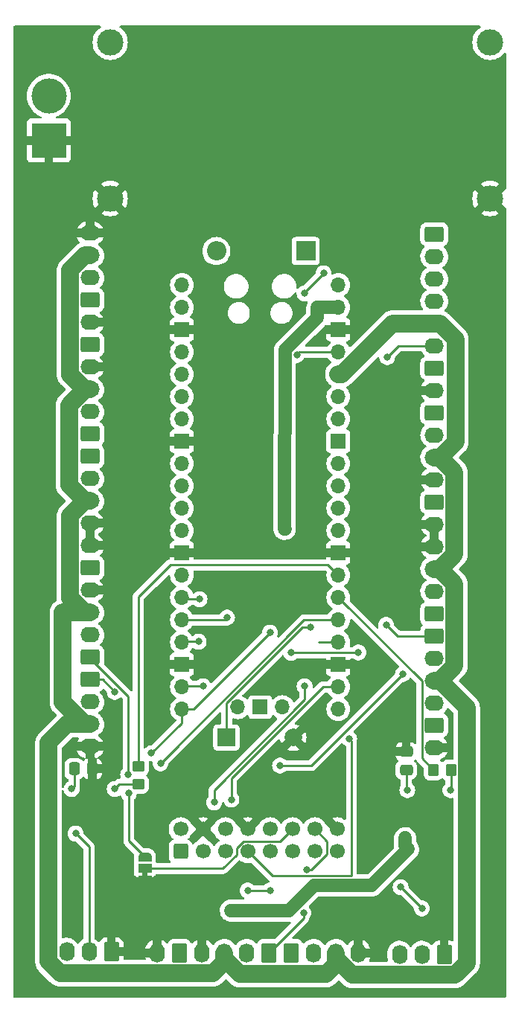
<source format=gbl>
G04 #@! TF.GenerationSoftware,KiCad,Pcbnew,7.0.1*
G04 #@! TF.CreationDate,2023-06-05T16:12:44-05:00*
G04 #@! TF.ProjectId,Pico Breakout Board,5069636f-2042-4726-9561-6b6f75742042,rev?*
G04 #@! TF.SameCoordinates,Original*
G04 #@! TF.FileFunction,Copper,L2,Bot*
G04 #@! TF.FilePolarity,Positive*
%FSLAX46Y46*%
G04 Gerber Fmt 4.6, Leading zero omitted, Abs format (unit mm)*
G04 Created by KiCad (PCBNEW 7.0.1) date 2023-06-05 16:12:44*
%MOMM*%
%LPD*%
G01*
G04 APERTURE LIST*
G04 Aperture macros list*
%AMRoundRect*
0 Rectangle with rounded corners*
0 $1 Rounding radius*
0 $2 $3 $4 $5 $6 $7 $8 $9 X,Y pos of 4 corners*
0 Add a 4 corners polygon primitive as box body*
4,1,4,$2,$3,$4,$5,$6,$7,$8,$9,$2,$3,0*
0 Add four circle primitives for the rounded corners*
1,1,$1+$1,$2,$3*
1,1,$1+$1,$4,$5*
1,1,$1+$1,$6,$7*
1,1,$1+$1,$8,$9*
0 Add four rect primitives between the rounded corners*
20,1,$1+$1,$2,$3,$4,$5,0*
20,1,$1+$1,$4,$5,$6,$7,0*
20,1,$1+$1,$6,$7,$8,$9,0*
20,1,$1+$1,$8,$9,$2,$3,0*%
%AMFreePoly0*
4,1,19,0.550000,-0.750000,0.000000,-0.750000,0.000000,-0.744911,-0.071157,-0.744911,-0.207708,-0.704816,-0.327430,-0.627875,-0.420627,-0.520320,-0.479746,-0.390866,-0.500000,-0.250000,-0.500000,0.250000,-0.479746,0.390866,-0.420627,0.520320,-0.327430,0.627875,-0.207708,0.704816,-0.071157,0.744911,0.000000,0.744911,0.000000,0.750000,0.550000,0.750000,0.550000,-0.750000,0.550000,-0.750000,
$1*%
%AMFreePoly1*
4,1,19,0.000000,0.744911,0.071157,0.744911,0.207708,0.704816,0.327430,0.627875,0.420627,0.520320,0.479746,0.390866,0.500000,0.250000,0.500000,-0.250000,0.479746,-0.390866,0.420627,-0.520320,0.327430,-0.627875,0.207708,-0.704816,0.071157,-0.744911,0.000000,-0.744911,0.000000,-0.750000,-0.550000,-0.750000,-0.550000,0.750000,0.000000,0.750000,0.000000,0.744911,0.000000,0.744911,
$1*%
G04 Aperture macros list end*
G04 #@! TA.AperFunction,ComponentPad*
%ADD10O,1.740000X2.190000*%
G04 #@! TD*
G04 #@! TA.AperFunction,ComponentPad*
%ADD11RoundRect,0.250000X-0.620000X-0.845000X0.620000X-0.845000X0.620000X0.845000X-0.620000X0.845000X0*%
G04 #@! TD*
G04 #@! TA.AperFunction,ComponentPad*
%ADD12RoundRect,0.250000X0.620000X0.845000X-0.620000X0.845000X-0.620000X-0.845000X0.620000X-0.845000X0*%
G04 #@! TD*
G04 #@! TA.AperFunction,ComponentPad*
%ADD13C,1.700000*%
G04 #@! TD*
G04 #@! TA.AperFunction,ComponentPad*
%ADD14RoundRect,0.250000X0.600000X-0.600000X0.600000X0.600000X-0.600000X0.600000X-0.600000X-0.600000X0*%
G04 #@! TD*
G04 #@! TA.AperFunction,ComponentPad*
%ADD15O,1.700000X1.700000*%
G04 #@! TD*
G04 #@! TA.AperFunction,ComponentPad*
%ADD16R,1.700000X1.700000*%
G04 #@! TD*
G04 #@! TA.AperFunction,SMDPad,CuDef*
%ADD17FreePoly0,90.000000*%
G04 #@! TD*
G04 #@! TA.AperFunction,SMDPad,CuDef*
%ADD18R,1.500000X1.000000*%
G04 #@! TD*
G04 #@! TA.AperFunction,SMDPad,CuDef*
%ADD19FreePoly1,90.000000*%
G04 #@! TD*
G04 #@! TA.AperFunction,ComponentPad*
%ADD20C,3.000000*%
G04 #@! TD*
G04 #@! TA.AperFunction,SMDPad,CuDef*
%ADD21RoundRect,0.250000X0.350000X0.450000X-0.350000X0.450000X-0.350000X-0.450000X0.350000X-0.450000X0*%
G04 #@! TD*
G04 #@! TA.AperFunction,SMDPad,CuDef*
%ADD22RoundRect,0.250000X0.450000X-0.350000X0.450000X0.350000X-0.450000X0.350000X-0.450000X-0.350000X0*%
G04 #@! TD*
G04 #@! TA.AperFunction,ComponentPad*
%ADD23RoundRect,0.250000X-0.845000X0.620000X-0.845000X-0.620000X0.845000X-0.620000X0.845000X0.620000X0*%
G04 #@! TD*
G04 #@! TA.AperFunction,ComponentPad*
%ADD24O,2.190000X1.740000*%
G04 #@! TD*
G04 #@! TA.AperFunction,ComponentPad*
%ADD25RoundRect,0.250000X0.845000X-0.620000X0.845000X0.620000X-0.845000X0.620000X-0.845000X-0.620000X0*%
G04 #@! TD*
G04 #@! TA.AperFunction,ComponentPad*
%ADD26C,4.000000*%
G04 #@! TD*
G04 #@! TA.AperFunction,ComponentPad*
%ADD27R,4.000000X4.000000*%
G04 #@! TD*
G04 #@! TA.AperFunction,ComponentPad*
%ADD28O,2.200000X2.200000*%
G04 #@! TD*
G04 #@! TA.AperFunction,ComponentPad*
%ADD29R,2.200000X2.200000*%
G04 #@! TD*
G04 #@! TA.AperFunction,SMDPad,CuDef*
%ADD30RoundRect,0.250000X0.475000X-0.337500X0.475000X0.337500X-0.475000X0.337500X-0.475000X-0.337500X0*%
G04 #@! TD*
G04 #@! TA.AperFunction,SMDPad,CuDef*
%ADD31RoundRect,0.250000X-0.337500X-0.475000X0.337500X-0.475000X0.337500X0.475000X-0.337500X0.475000X0*%
G04 #@! TD*
G04 #@! TA.AperFunction,ComponentPad*
%ADD32R,2.000000X2.000000*%
G04 #@! TD*
G04 #@! TA.AperFunction,ComponentPad*
%ADD33C,2.000000*%
G04 #@! TD*
G04 #@! TA.AperFunction,ViaPad*
%ADD34C,0.800000*%
G04 #@! TD*
G04 #@! TA.AperFunction,Conductor*
%ADD35C,1.500000*%
G04 #@! TD*
G04 #@! TA.AperFunction,Conductor*
%ADD36C,0.250000*%
G04 #@! TD*
G04 #@! TA.AperFunction,Conductor*
%ADD37C,2.000000*%
G04 #@! TD*
G04 APERTURE END LIST*
G04 #@! TA.AperFunction,EtchedComponent*
G36*
X121839000Y-129708000D02*
G01*
X121239000Y-129708000D01*
X121239000Y-129208000D01*
X121839000Y-129208000D01*
X121839000Y-129708000D01*
G37*
G04 #@! TD.AperFunction*
D10*
X145796000Y-138430000D03*
X143256000Y-138430000D03*
X140716000Y-138430000D03*
D11*
X138176000Y-138430000D03*
D12*
X135636000Y-138430000D03*
D10*
X133096000Y-138430000D03*
X130556000Y-138430000D03*
X128016000Y-138430000D03*
D12*
X125476000Y-138430000D03*
D10*
X122936000Y-138430000D03*
D13*
X125603000Y-124333000D03*
X128143000Y-124333000D03*
X130683000Y-124333000D03*
X133223000Y-124333000D03*
X135763000Y-124333000D03*
X138303000Y-124333000D03*
X140843000Y-124333000D03*
X143383000Y-124333000D03*
X143383000Y-126873000D03*
X140843000Y-126873000D03*
X138303000Y-126873000D03*
X135763000Y-126873000D03*
X133223000Y-126873000D03*
X130683000Y-126873000D03*
X128143000Y-126873000D03*
D14*
X125603000Y-126873000D03*
D15*
X137185000Y-110455000D03*
D16*
X134645000Y-110455000D03*
D15*
X132105000Y-110455000D03*
X143535000Y-62425000D03*
X143535000Y-64965000D03*
D16*
X143535000Y-67505000D03*
D15*
X143535000Y-70045000D03*
X143535000Y-72585000D03*
X143535000Y-75125000D03*
X143535000Y-77665000D03*
D16*
X143535000Y-80205000D03*
D15*
X143535000Y-82745000D03*
X143535000Y-85285000D03*
X143535000Y-87825000D03*
X143535000Y-90365000D03*
D16*
X143535000Y-92905000D03*
D15*
X143535000Y-95445000D03*
X143535000Y-97985000D03*
X143535000Y-100525000D03*
X143535000Y-103065000D03*
D16*
X143535000Y-105605000D03*
D15*
X143535000Y-108145000D03*
X143535000Y-110685000D03*
X125755000Y-110685000D03*
X125755000Y-108145000D03*
D16*
X125755000Y-105605000D03*
D15*
X125755000Y-103065000D03*
X125755000Y-100525000D03*
X125755000Y-97985000D03*
X125755000Y-95445000D03*
D16*
X125755000Y-92905000D03*
D15*
X125755000Y-90365000D03*
X125755000Y-87825000D03*
X125755000Y-85285000D03*
X125755000Y-82745000D03*
D16*
X125755000Y-80205000D03*
D15*
X125755000Y-77665000D03*
X125755000Y-75125000D03*
X125755000Y-72585000D03*
X125755000Y-70045000D03*
D16*
X125755000Y-67505000D03*
D15*
X125755000Y-64965000D03*
X125755000Y-62425000D03*
D17*
X121539000Y-130108000D03*
D18*
X121539000Y-128808000D03*
D19*
X121539000Y-127508000D03*
D20*
X160782000Y-52578000D03*
X160782000Y-34798000D03*
X117602000Y-52578000D03*
X117602000Y-34798000D03*
D21*
X154337000Y-117602000D03*
X156337000Y-117602000D03*
D22*
X120777000Y-117221000D03*
X120777000Y-119221000D03*
D23*
X154452000Y-56642000D03*
D24*
X154452000Y-59182000D03*
X154452000Y-61722000D03*
X154452000Y-64262000D03*
X154452000Y-66802000D03*
X154452000Y-69342000D03*
D23*
X154452000Y-71882000D03*
D24*
X154452000Y-74422000D03*
D23*
X154452000Y-76962000D03*
D24*
X154452000Y-79502000D03*
X154452000Y-82042000D03*
X154452000Y-84582000D03*
D23*
X154452000Y-87122000D03*
D24*
X154452000Y-89662000D03*
D25*
X154452000Y-99822000D03*
D24*
X154452000Y-97282000D03*
X154452000Y-94742000D03*
X154452000Y-92202000D03*
D23*
X154452000Y-102362000D03*
D24*
X154452000Y-104902000D03*
X154452000Y-107442000D03*
X154452000Y-109982000D03*
D23*
X154452000Y-112522000D03*
D24*
X154452000Y-115062000D03*
D25*
X115316000Y-94615000D03*
D24*
X115316000Y-92075000D03*
X115316000Y-66675000D03*
D25*
X115316000Y-69215000D03*
D24*
X115316000Y-114935000D03*
X115316000Y-112395000D03*
X115316000Y-109855000D03*
D23*
X115316000Y-107315000D03*
D24*
X115316000Y-97155000D03*
X115316000Y-99695000D03*
X115316000Y-102235000D03*
D25*
X115316000Y-104775000D03*
D24*
X115316000Y-89535000D03*
X115316000Y-86995000D03*
X115316000Y-84455000D03*
D23*
X115316000Y-81915000D03*
D25*
X115316000Y-79375000D03*
D24*
X115316000Y-76835000D03*
X115316000Y-74295000D03*
X115316000Y-71755000D03*
D25*
X115316000Y-64135000D03*
D24*
X115316000Y-61595000D03*
X115316000Y-59055000D03*
X115316000Y-56515000D03*
D10*
X150499000Y-138630000D03*
X153039000Y-138630000D03*
D12*
X155579000Y-138630000D03*
X117729000Y-138283000D03*
D10*
X115189000Y-138283000D03*
X112649000Y-138283000D03*
D26*
X110617000Y-40894000D03*
D27*
X110617000Y-45974000D03*
D28*
X129667000Y-58547000D03*
D29*
X139827000Y-58547000D03*
D30*
X151257000Y-117602000D03*
X151257000Y-115527000D03*
D31*
X115570000Y-117475000D03*
X113495000Y-117475000D03*
D32*
X130820000Y-113919000D03*
D33*
X138420000Y-113919000D03*
D34*
X137414000Y-90170000D03*
X137414000Y-89154000D03*
X145823000Y-104240000D03*
X138176000Y-104267000D03*
X139708599Y-108068401D03*
X138811000Y-70358000D03*
X151130000Y-125476000D03*
X131191000Y-133604000D03*
X132334000Y-133604000D03*
X151473000Y-126619000D03*
X119634000Y-118110000D03*
X119709502Y-120269000D03*
X113665000Y-124841000D03*
X153035000Y-133350000D03*
X150622000Y-130937000D03*
X139573000Y-133858000D03*
X139954000Y-128942500D03*
X140335000Y-101346000D03*
X148971000Y-101092000D03*
X135763000Y-101981000D03*
X133223000Y-131318000D03*
X122296700Y-115701300D03*
X135763000Y-131318000D03*
X144780000Y-114046000D03*
X131377201Y-120971799D03*
X129413000Y-121285000D03*
X123317000Y-116840000D03*
X150876000Y-106680000D03*
X136906000Y-117094000D03*
X128143000Y-108077000D03*
X127654500Y-102997000D03*
X130877799Y-100262201D03*
X127762000Y-98171000D03*
X118110000Y-108712000D03*
X118110000Y-119761000D03*
X113210000Y-119761000D03*
X151384000Y-119888000D03*
X156284000Y-119888000D03*
X139700000Y-63373000D03*
X141859000Y-61087000D03*
X149098000Y-70612000D03*
D35*
X137414000Y-90170000D02*
X137461000Y-90170000D01*
D36*
X138176000Y-104267000D02*
X145796000Y-104267000D01*
X145796000Y-104267000D02*
X145823000Y-104240000D01*
X139700000Y-108077000D02*
X139708599Y-108068401D01*
X139700000Y-109601701D02*
X139700000Y-108077000D01*
D35*
X137414000Y-89154000D02*
X137414000Y-90170000D01*
X141156000Y-66103811D02*
X137461000Y-69798811D01*
X137461000Y-69798811D02*
X137414000Y-89154000D01*
X141156000Y-64965000D02*
X141156000Y-66103811D01*
D36*
X139124000Y-70045000D02*
X143535000Y-70045000D01*
X138811000Y-70358000D02*
X139124000Y-70045000D01*
D35*
X143535000Y-64965000D02*
X141156000Y-64965000D01*
D36*
X139700000Y-63246000D02*
X141859000Y-61087000D01*
X139700000Y-63373000D02*
X139700000Y-63246000D01*
D35*
X151130000Y-125476000D02*
X151130000Y-125349000D01*
X151130000Y-126276000D02*
X151130000Y-125476000D01*
X151473000Y-126619000D02*
X151130000Y-126276000D01*
X132334000Y-133604000D02*
X131318000Y-133604000D01*
X147350000Y-130742000D02*
X151473000Y-126619000D01*
X140779811Y-130742000D02*
X147350000Y-130742000D01*
X137917811Y-133604000D02*
X140779811Y-130742000D01*
X132334000Y-133604000D02*
X137917811Y-133604000D01*
D36*
X119634000Y-109210695D02*
X115316000Y-104892695D01*
X115316000Y-104892695D02*
X115316000Y-104775000D01*
X119634000Y-118110000D02*
X119634000Y-109210695D01*
X119709502Y-125678502D02*
X119709502Y-120269000D01*
X121539000Y-127508000D02*
X119709502Y-125678502D01*
X113665000Y-124841000D02*
X115189000Y-126365000D01*
X115189000Y-126365000D02*
X115189000Y-138283000D01*
X150622000Y-130937000D02*
X153035000Y-133350000D01*
D37*
X143894138Y-72585000D02*
X143535000Y-72585000D01*
X154452000Y-66802000D02*
X149677138Y-66802000D01*
X149677138Y-66802000D02*
X143894138Y-72585000D01*
X156845000Y-68582578D02*
X155064422Y-66802000D01*
X156845000Y-80261422D02*
X156845000Y-68582578D01*
X155064422Y-82042000D02*
X156845000Y-80261422D01*
X155064422Y-66802000D02*
X154452000Y-66802000D01*
X154452000Y-82042000D02*
X155064422Y-82042000D01*
X156747000Y-83724578D02*
X155064422Y-82042000D01*
X156747000Y-93059422D02*
X156747000Y-83724578D01*
X155064422Y-94742000D02*
X156747000Y-93059422D01*
X154452000Y-94742000D02*
X155064422Y-94742000D01*
X156747000Y-96424578D02*
X155064422Y-94742000D01*
X156747000Y-105759422D02*
X156747000Y-96424578D01*
X155064422Y-107442000D02*
X156747000Y-105759422D01*
X154452000Y-107442000D02*
X155064422Y-107442000D01*
X158137000Y-139587610D02*
X158137000Y-110514578D01*
X156799610Y-140925000D02*
X158137000Y-139587610D01*
X145138578Y-140925000D02*
X156799610Y-140925000D01*
X158137000Y-110514578D02*
X155064422Y-107442000D01*
X143256000Y-139042422D02*
X145138578Y-140925000D01*
X143256000Y-138430000D02*
X143256000Y-139042422D01*
X143256000Y-139700000D02*
X143256000Y-138430000D01*
X142113000Y-140843000D02*
X143256000Y-139700000D01*
X130556000Y-138430000D02*
X130556000Y-139042422D01*
X130556000Y-139042422D02*
X132356578Y-140843000D01*
X132356578Y-140843000D02*
X142113000Y-140843000D01*
X130556000Y-139446000D02*
X130556000Y-138430000D01*
X110579000Y-139408000D02*
X111896000Y-140725000D01*
X129277000Y-140725000D02*
X130556000Y-139446000D01*
X110579000Y-114487000D02*
X110579000Y-139408000D01*
X115316000Y-112395000D02*
X112671000Y-112395000D01*
X112671000Y-112395000D02*
X110579000Y-114487000D01*
X111896000Y-140725000D02*
X129277000Y-140725000D01*
X114703578Y-112395000D02*
X115316000Y-112395000D01*
X112221000Y-99695000D02*
X112221000Y-109912422D01*
X115316000Y-99695000D02*
X112221000Y-99695000D01*
X112221000Y-109912422D02*
X114703578Y-112395000D01*
X114703578Y-99695000D02*
X115316000Y-99695000D01*
X113021000Y-98012422D02*
X114703578Y-99695000D01*
X113021000Y-88677578D02*
X113021000Y-98012422D01*
X114703578Y-86995000D02*
X113021000Y-88677578D01*
X115316000Y-86995000D02*
X114703578Y-86995000D01*
X112903000Y-85194422D02*
X114703578Y-86995000D01*
X112903000Y-76095578D02*
X112903000Y-85194422D01*
X114703578Y-74295000D02*
X112903000Y-76095578D01*
X115316000Y-74295000D02*
X114703578Y-74295000D01*
X113021000Y-72612422D02*
X114703578Y-74295000D01*
X114703578Y-59055000D02*
X113021000Y-60737578D01*
X115316000Y-59055000D02*
X114703578Y-59055000D01*
X113021000Y-60737578D02*
X113021000Y-72612422D01*
D36*
X139573000Y-133858000D02*
X139573000Y-134493000D01*
X140435201Y-128942500D02*
X139954000Y-128942500D01*
X142208000Y-127169701D02*
X140435201Y-128942500D01*
X142208000Y-125698000D02*
X142208000Y-127169701D01*
X140843000Y-124333000D02*
X142208000Y-125698000D01*
X139573000Y-134493000D02*
X135636000Y-138430000D01*
X139447396Y-101346000D02*
X140335000Y-101346000D01*
X130820000Y-109973396D02*
X139447396Y-101346000D01*
X130820000Y-113919000D02*
X130820000Y-109973396D01*
X150241000Y-102362000D02*
X154452000Y-102362000D01*
X148971000Y-101092000D02*
X150241000Y-102362000D01*
X125755000Y-110685000D02*
X127059000Y-110685000D01*
X127059000Y-110685000D02*
X135763000Y-101981000D01*
X125755000Y-112243000D02*
X125755000Y-110685000D01*
X135763000Y-131318000D02*
X133223000Y-131318000D01*
X122296700Y-115701300D02*
X125755000Y-112243000D01*
X145034000Y-114300000D02*
X144780000Y-114046000D01*
X145034000Y-129667000D02*
X145034000Y-114300000D01*
X136017000Y-129667000D02*
X145034000Y-129667000D01*
X133223000Y-126873000D02*
X136017000Y-129667000D01*
X141793097Y-108145000D02*
X143535000Y-108145000D01*
X131377201Y-120971799D02*
X131377201Y-118560896D01*
X131377201Y-118560896D02*
X141793097Y-108145000D01*
X141283000Y-103065000D02*
X143535000Y-103065000D01*
X129413000Y-119888701D02*
X139700000Y-109601701D01*
X129413000Y-121285000D02*
X129413000Y-119888701D01*
X123317000Y-116840000D02*
X139632000Y-100525000D01*
X139632000Y-100525000D02*
X143535000Y-100525000D01*
X140462000Y-117094000D02*
X150876000Y-106680000D01*
X136906000Y-117094000D02*
X140462000Y-117094000D01*
X128143000Y-108077000D02*
X125823000Y-108077000D01*
X125823000Y-108077000D02*
X125755000Y-108145000D01*
X125823000Y-102997000D02*
X125755000Y-103065000D01*
X127654500Y-102997000D02*
X125823000Y-102997000D01*
X130615000Y-100525000D02*
X125755000Y-100525000D01*
X130877799Y-100262201D02*
X130615000Y-100525000D01*
X125941000Y-98171000D02*
X125755000Y-97985000D01*
X127762000Y-98171000D02*
X125941000Y-98171000D01*
X130409701Y-128808000D02*
X121539000Y-128808000D01*
X131953000Y-127264701D02*
X130409701Y-128808000D01*
X136938000Y-125698000D02*
X132736299Y-125698000D01*
X132736299Y-125698000D02*
X131953000Y-126481299D01*
X131953000Y-126481299D02*
X131953000Y-127264701D01*
X138303000Y-124333000D02*
X136938000Y-125698000D01*
X118110000Y-108712000D02*
X116713000Y-107315000D01*
X116713000Y-107315000D02*
X115316000Y-107315000D01*
X153032000Y-107482000D02*
X143535000Y-97985000D01*
X153032000Y-116297000D02*
X153032000Y-107482000D01*
X154337000Y-117602000D02*
X153032000Y-116297000D01*
X120777000Y-97917000D02*
X124424000Y-94270000D01*
X142360000Y-94270000D02*
X143535000Y-95445000D01*
X120777000Y-117221000D02*
X120777000Y-97917000D01*
X124424000Y-94270000D02*
X142360000Y-94270000D01*
X118650000Y-119221000D02*
X118110000Y-119761000D01*
X120777000Y-119221000D02*
X118650000Y-119221000D01*
X113495000Y-119476000D02*
X113210000Y-119761000D01*
X113495000Y-117475000D02*
X113495000Y-119476000D01*
X151257000Y-119761000D02*
X151384000Y-119888000D01*
X151257000Y-117602000D02*
X151257000Y-119761000D01*
X156337000Y-119835000D02*
X156284000Y-119888000D01*
X156337000Y-117602000D02*
X156337000Y-119835000D01*
X149098000Y-70612000D02*
X150368000Y-69342000D01*
X150368000Y-69342000D02*
X154452000Y-69342000D01*
G04 #@! TA.AperFunction,Conductor*
G36*
X151773473Y-107126149D02*
G01*
X151821296Y-107155887D01*
X152370181Y-107704772D01*
X152397061Y-107745000D01*
X152406500Y-107792453D01*
X152406500Y-114503976D01*
X152392985Y-114560271D01*
X152355385Y-114604294D01*
X152301898Y-114626449D01*
X152244182Y-114621907D01*
X152213660Y-114603203D01*
X152212681Y-114604792D01*
X152051122Y-114505142D01*
X151884696Y-114449993D01*
X151781979Y-114439500D01*
X151757000Y-114439500D01*
X151757000Y-115903000D01*
X151740387Y-115965000D01*
X151695000Y-116010387D01*
X151633000Y-116027000D01*
X150045743Y-116027000D01*
X150097642Y-116183622D01*
X150189683Y-116332845D01*
X150313654Y-116456816D01*
X150316656Y-116458668D01*
X150359835Y-116503774D01*
X150375558Y-116564204D01*
X150359837Y-116624635D01*
X150316659Y-116669742D01*
X150313344Y-116671786D01*
X150189288Y-116795842D01*
X150097186Y-116945165D01*
X150042000Y-117111702D01*
X150031500Y-117214490D01*
X150031500Y-117989508D01*
X150042000Y-118092296D01*
X150097186Y-118258834D01*
X150189288Y-118408157D01*
X150313342Y-118532211D01*
X150344884Y-118551666D01*
X150462666Y-118624314D01*
X150546504Y-118652095D01*
X150590829Y-118677974D01*
X150620877Y-118719586D01*
X150631500Y-118769801D01*
X150631500Y-119357142D01*
X150614887Y-119419142D01*
X150556820Y-119519715D01*
X150498326Y-119699742D01*
X150478540Y-119888000D01*
X150498326Y-120076257D01*
X150556820Y-120256284D01*
X150651466Y-120420216D01*
X150778129Y-120560889D01*
X150931269Y-120672151D01*
X151104197Y-120749144D01*
X151289352Y-120788500D01*
X151289354Y-120788500D01*
X151478646Y-120788500D01*
X151478648Y-120788500D01*
X151602083Y-120762262D01*
X151663803Y-120749144D01*
X151836730Y-120672151D01*
X151889362Y-120633912D01*
X151989870Y-120560889D01*
X152116533Y-120420216D01*
X152211179Y-120256284D01*
X152229742Y-120199153D01*
X152269674Y-120076256D01*
X152289460Y-119888000D01*
X152269674Y-119699744D01*
X152222650Y-119555019D01*
X152211179Y-119519715D01*
X152116533Y-119355783D01*
X151989871Y-119215112D01*
X151933616Y-119174241D01*
X151896015Y-119130217D01*
X151882500Y-119073922D01*
X151882500Y-118769801D01*
X151893123Y-118719586D01*
X151923171Y-118677974D01*
X151967495Y-118652095D01*
X152051334Y-118624314D01*
X152200656Y-118532212D01*
X152324712Y-118408156D01*
X152416814Y-118258834D01*
X152471999Y-118092297D01*
X152482500Y-117989509D01*
X152482499Y-117214492D01*
X152471999Y-117111703D01*
X152416814Y-116945166D01*
X152376562Y-116879907D01*
X152358109Y-116813543D01*
X152362765Y-116798036D01*
X152347558Y-116797439D01*
X152295095Y-116766226D01*
X152200659Y-116671790D01*
X152197345Y-116669746D01*
X152154163Y-116624638D01*
X152138440Y-116564204D01*
X152154164Y-116503771D01*
X152197348Y-116458664D01*
X152200347Y-116456813D01*
X152226031Y-116431130D01*
X152278184Y-116400009D01*
X152338861Y-116397387D01*
X152393504Y-116423893D01*
X152429007Y-116473168D01*
X152437415Y-116494407D01*
X152441197Y-116505451D01*
X152453382Y-116547391D01*
X152463580Y-116564635D01*
X152472136Y-116582100D01*
X152479514Y-116600732D01*
X152483095Y-116605661D01*
X152505715Y-116662360D01*
X152502018Y-116693594D01*
X152561142Y-116719269D01*
X152606058Y-116756426D01*
X152614699Y-116764289D01*
X153200181Y-117349771D01*
X153227061Y-117389999D01*
X153236500Y-117437452D01*
X153236500Y-118102008D01*
X153247000Y-118204796D01*
X153302186Y-118371334D01*
X153394288Y-118520657D01*
X153518342Y-118644711D01*
X153556933Y-118668514D01*
X153667666Y-118736814D01*
X153741880Y-118761406D01*
X153834202Y-118791999D01*
X153844702Y-118793071D01*
X153936991Y-118802500D01*
X154737008Y-118802499D01*
X154839797Y-118791999D01*
X155006334Y-118736814D01*
X155155656Y-118644712D01*
X155249320Y-118551047D01*
X155304906Y-118518955D01*
X155369094Y-118518955D01*
X155424679Y-118551047D01*
X155471922Y-118598290D01*
X155518345Y-118644713D01*
X155652596Y-118727519D01*
X155695777Y-118772626D01*
X155711500Y-118833058D01*
X155711500Y-119130450D01*
X155703264Y-119174888D01*
X155679650Y-119213422D01*
X155551466Y-119355783D01*
X155456820Y-119519715D01*
X155398326Y-119699742D01*
X155378540Y-119888000D01*
X155398326Y-120076257D01*
X155456820Y-120256284D01*
X155551466Y-120420216D01*
X155678129Y-120560889D01*
X155831269Y-120672151D01*
X156004197Y-120749144D01*
X156189352Y-120788500D01*
X156189354Y-120788500D01*
X156378646Y-120788500D01*
X156378648Y-120788500D01*
X156486719Y-120765529D01*
X156541447Y-120766245D01*
X156590536Y-120790453D01*
X156624421Y-120833436D01*
X156636500Y-120886819D01*
X156636500Y-136968149D01*
X156622903Y-137024605D01*
X156585093Y-137068679D01*
X156531363Y-137090706D01*
X156473495Y-137085855D01*
X156351694Y-137045493D01*
X156248979Y-137035000D01*
X156079000Y-137035000D01*
X156079000Y-139006000D01*
X156062387Y-139068000D01*
X156017000Y-139113387D01*
X155955000Y-139130000D01*
X155203000Y-139130000D01*
X155141000Y-139113387D01*
X155095613Y-139068000D01*
X155079000Y-139006000D01*
X155079000Y-137035001D01*
X154909021Y-137035001D01*
X154806304Y-137045493D01*
X154639877Y-137100642D01*
X154490654Y-137192683D01*
X154366683Y-137316654D01*
X154267034Y-137478213D01*
X154264138Y-137476426D01*
X154243966Y-137507385D01*
X154187997Y-137536455D01*
X154124967Y-137534233D01*
X154071183Y-137501295D01*
X154061745Y-137491448D01*
X153947728Y-137372484D01*
X153899573Y-137336869D01*
X153760161Y-137233760D01*
X153551847Y-137128730D01*
X153328780Y-137060417D01*
X153328779Y-137060416D01*
X153097376Y-137030784D01*
X153097372Y-137030784D01*
X152864295Y-137040685D01*
X152636232Y-137089836D01*
X152419768Y-137176819D01*
X152221107Y-137299139D01*
X152045980Y-137453270D01*
X151899423Y-137634777D01*
X151876895Y-137675103D01*
X151833655Y-137720217D01*
X151773904Y-137738515D01*
X151712816Y-137725350D01*
X151665907Y-137684064D01*
X151659850Y-137675103D01*
X151569153Y-137540912D01*
X151407728Y-137372484D01*
X151359573Y-137336869D01*
X151220161Y-137233760D01*
X151011847Y-137128730D01*
X150788780Y-137060417D01*
X150788779Y-137060416D01*
X150557376Y-137030784D01*
X150557372Y-137030784D01*
X150324295Y-137040685D01*
X150096232Y-137089836D01*
X149879768Y-137176819D01*
X149681107Y-137299139D01*
X149505980Y-137453270D01*
X149359423Y-137634776D01*
X149245645Y-137838448D01*
X149167925Y-138058418D01*
X149128500Y-138288351D01*
X149128500Y-138913220D01*
X149143329Y-139087451D01*
X149190667Y-139269255D01*
X149192155Y-139325337D01*
X149168776Y-139376334D01*
X149125315Y-139411809D01*
X149070668Y-139424500D01*
X147146714Y-139424500D01*
X147085094Y-139408106D01*
X147039768Y-139363258D01*
X147022721Y-139301816D01*
X147038460Y-139240026D01*
X147048896Y-139221344D01*
X147126588Y-139001455D01*
X147138840Y-138930000D01*
X145420000Y-138930000D01*
X145358000Y-138913387D01*
X145312613Y-138868000D01*
X145296000Y-138806000D01*
X145296000Y-136929447D01*
X145176994Y-136977267D01*
X144978405Y-137099543D01*
X144803342Y-137253618D01*
X144656839Y-137435057D01*
X144635638Y-137473009D01*
X144596303Y-137515617D01*
X144541896Y-137535681D01*
X144484315Y-137528813D01*
X144436156Y-137496516D01*
X144424263Y-137483597D01*
X144412768Y-137469063D01*
X144326153Y-137340912D01*
X144164728Y-137172484D01*
X144066105Y-137099543D01*
X143977161Y-137033760D01*
X143768847Y-136928730D01*
X143757712Y-136925320D01*
X146296000Y-136925320D01*
X146296000Y-137930000D01*
X147140075Y-137930000D01*
X147092412Y-137746946D01*
X146996353Y-137534442D01*
X146865763Y-137341227D01*
X146704396Y-137172860D01*
X146516898Y-137034187D01*
X146308660Y-136929196D01*
X146296000Y-136925320D01*
X143757712Y-136925320D01*
X143545780Y-136860417D01*
X143314376Y-136830784D01*
X143314372Y-136830784D01*
X143081295Y-136840685D01*
X142853232Y-136889836D01*
X142636768Y-136976819D01*
X142438107Y-137099139D01*
X142262983Y-137253267D01*
X142116418Y-137434785D01*
X142098459Y-137466933D01*
X142081438Y-137490439D01*
X142075622Y-137496757D01*
X142029918Y-137528115D01*
X141975119Y-137536428D01*
X141922172Y-137520035D01*
X141881656Y-137482212D01*
X141786153Y-137340912D01*
X141624727Y-137172483D01*
X141437161Y-137033760D01*
X141228847Y-136928730D01*
X141005780Y-136860417D01*
X140774376Y-136830784D01*
X140774372Y-136830784D01*
X140541295Y-136840685D01*
X140313232Y-136889836D01*
X140096768Y-136976819D01*
X139898107Y-137099139D01*
X139722981Y-137253269D01*
X139691086Y-137292770D01*
X139637810Y-137331101D01*
X139572432Y-137336869D01*
X139513267Y-137308459D01*
X139491657Y-137276005D01*
X139488422Y-137278001D01*
X139473167Y-137253269D01*
X139396352Y-137128730D01*
X139388711Y-137116342D01*
X139264657Y-136992288D01*
X139115334Y-136900186D01*
X138948797Y-136845000D01*
X138846009Y-136834500D01*
X138415451Y-136834500D01*
X138359156Y-136820985D01*
X138315133Y-136783385D01*
X138292978Y-136729898D01*
X138297520Y-136672182D01*
X138327770Y-136622819D01*
X138327770Y-136622818D01*
X139956786Y-134993802D01*
X139972887Y-134980904D01*
X139974874Y-134978787D01*
X139974877Y-134978786D01*
X140020932Y-134929741D01*
X140023613Y-134926976D01*
X140043120Y-134907470D01*
X140045581Y-134904295D01*
X140053152Y-134895431D01*
X140083062Y-134863582D01*
X140092712Y-134846027D01*
X140103400Y-134829757D01*
X140115673Y-134813936D01*
X140133022Y-134773841D01*
X140138157Y-134763362D01*
X140153631Y-134735216D01*
X140159197Y-134725092D01*
X140164178Y-134705690D01*
X140170478Y-134687287D01*
X140178438Y-134668895D01*
X140185270Y-134625748D01*
X140187639Y-134614315D01*
X140198500Y-134572020D01*
X140198500Y-134556687D01*
X140206736Y-134512249D01*
X140230350Y-134473714D01*
X140305533Y-134390216D01*
X140400179Y-134226284D01*
X140458674Y-134046256D01*
X140478460Y-133858000D01*
X140458674Y-133669744D01*
X140400179Y-133489716D01*
X140400179Y-133489715D01*
X140305533Y-133325783D01*
X140222690Y-133233777D01*
X140194018Y-133178699D01*
X140195644Y-133116626D01*
X140227157Y-133063126D01*
X141261465Y-132028819D01*
X141301694Y-132001939D01*
X141349147Y-131992500D01*
X147272814Y-131992500D01*
X147286698Y-131993280D01*
X147321826Y-131997238D01*
X147321826Y-131997237D01*
X147321827Y-131997238D01*
X147387934Y-131992780D01*
X147396274Y-131992500D01*
X147406150Y-131992500D01*
X147406155Y-131992500D01*
X147446800Y-131988841D01*
X147449504Y-131988628D01*
X147546412Y-131982096D01*
X147550652Y-131981027D01*
X147569837Y-131977768D01*
X147574188Y-131977377D01*
X147667856Y-131951525D01*
X147670466Y-131950836D01*
X147764683Y-131927096D01*
X147768658Y-131925290D01*
X147786961Y-131918655D01*
X147791167Y-131917494D01*
X147791167Y-131917493D01*
X147791170Y-131917493D01*
X147878739Y-131875321D01*
X147881165Y-131874187D01*
X147969626Y-131834007D01*
X147973209Y-131831524D01*
X147990039Y-131821723D01*
X147993973Y-131819829D01*
X148072608Y-131762696D01*
X148074781Y-131761155D01*
X148154654Y-131705820D01*
X148157740Y-131702732D01*
X148172543Y-131690089D01*
X148176078Y-131687522D01*
X148243239Y-131617275D01*
X148245096Y-131615376D01*
X148923472Y-130937000D01*
X149716540Y-130937000D01*
X149722254Y-130991369D01*
X149736326Y-131125257D01*
X149794820Y-131305284D01*
X149889466Y-131469216D01*
X150016129Y-131609889D01*
X150169269Y-131721151D01*
X150342197Y-131798144D01*
X150527352Y-131837500D01*
X150527354Y-131837500D01*
X150586548Y-131837500D01*
X150634001Y-131846939D01*
X150674229Y-131873819D01*
X152096038Y-133295629D01*
X152120277Y-133329926D01*
X152131678Y-133370348D01*
X152149326Y-133538257D01*
X152207820Y-133718284D01*
X152302466Y-133882216D01*
X152429129Y-134022889D01*
X152582269Y-134134151D01*
X152755197Y-134211144D01*
X152940352Y-134250500D01*
X152940354Y-134250500D01*
X153129646Y-134250500D01*
X153129648Y-134250500D01*
X153253084Y-134224262D01*
X153314803Y-134211144D01*
X153487730Y-134134151D01*
X153640871Y-134022888D01*
X153767533Y-133882216D01*
X153862179Y-133718284D01*
X153920674Y-133538256D01*
X153940460Y-133350000D01*
X153920674Y-133161744D01*
X153862179Y-132981716D01*
X153862179Y-132981715D01*
X153767533Y-132817783D01*
X153640870Y-132677110D01*
X153487730Y-132565848D01*
X153314802Y-132488855D01*
X153129648Y-132449500D01*
X153129646Y-132449500D01*
X153070453Y-132449500D01*
X153023000Y-132440061D01*
X152982772Y-132413181D01*
X151560960Y-130991369D01*
X151536720Y-130957071D01*
X151525321Y-130916655D01*
X151507674Y-130748744D01*
X151449179Y-130568716D01*
X151449179Y-130568715D01*
X151354533Y-130404783D01*
X151227870Y-130264110D01*
X151074730Y-130152848D01*
X150901802Y-130075855D01*
X150716648Y-130036500D01*
X150716646Y-130036500D01*
X150527354Y-130036500D01*
X150527352Y-130036500D01*
X150342197Y-130075855D01*
X150169269Y-130152848D01*
X150016129Y-130264110D01*
X149889466Y-130404783D01*
X149794820Y-130568715D01*
X149736326Y-130748742D01*
X149736325Y-130748744D01*
X149736326Y-130748744D01*
X149716540Y-130937000D01*
X148923472Y-130937000D01*
X152335462Y-127525010D01*
X152339438Y-127521209D01*
X152399748Y-127466085D01*
X152449264Y-127401051D01*
X152452665Y-127396786D01*
X152505069Y-127334018D01*
X152514883Y-127316719D01*
X152524062Y-127302814D01*
X152536108Y-127286995D01*
X152573217Y-127214159D01*
X152575818Y-127209328D01*
X152616154Y-127138244D01*
X152622719Y-127119481D01*
X152629271Y-127104150D01*
X152638298Y-127086435D01*
X152661805Y-127008149D01*
X152663491Y-127002958D01*
X152690498Y-126925782D01*
X152693606Y-126906149D01*
X152697321Y-126889876D01*
X152703035Y-126870851D01*
X152712184Y-126789642D01*
X152712919Y-126784216D01*
X152725711Y-126703459D01*
X152725264Y-126683564D01*
X152726012Y-126666914D01*
X152728237Y-126647172D01*
X152722741Y-126565662D01*
X152722494Y-126560167D01*
X152720660Y-126478422D01*
X152716670Y-126458936D01*
X152714432Y-126442409D01*
X152714005Y-126436072D01*
X152713096Y-126422587D01*
X152693126Y-126343336D01*
X152691904Y-126337985D01*
X152675508Y-126257904D01*
X152671193Y-126247147D01*
X152668106Y-126239451D01*
X152662950Y-126223581D01*
X152658096Y-126204315D01*
X152624318Y-126129951D01*
X152622130Y-126124833D01*
X152606548Y-126085986D01*
X152591708Y-126048990D01*
X152581127Y-126032150D01*
X152573224Y-126017464D01*
X152565007Y-125999374D01*
X152518486Y-125932224D01*
X152515433Y-125927599D01*
X152471950Y-125858397D01*
X152458538Y-125843723D01*
X152448137Y-125830681D01*
X152436818Y-125814343D01*
X152416819Y-125794344D01*
X152389939Y-125754116D01*
X152380500Y-125706663D01*
X152380500Y-125292847D01*
X152380290Y-125290511D01*
X152365377Y-125124812D01*
X152305493Y-124907830D01*
X152207829Y-124705027D01*
X152075522Y-124522922D01*
X151912825Y-124367368D01*
X151912822Y-124367366D01*
X151912821Y-124367365D01*
X151724968Y-124243365D01*
X151517987Y-124154896D01*
X151298537Y-124104809D01*
X151073671Y-124094709D01*
X150850611Y-124124925D01*
X150636537Y-124194482D01*
X150545698Y-124243365D01*
X150438319Y-124301148D01*
X150438317Y-124301149D01*
X150438318Y-124301149D01*
X150262335Y-124441490D01*
X150114233Y-124611006D01*
X149998783Y-124804237D01*
X149919693Y-125014974D01*
X149879500Y-125236453D01*
X149879500Y-126198814D01*
X149878720Y-126212698D01*
X149874761Y-126247826D01*
X149879219Y-126313932D01*
X149879500Y-126322274D01*
X149879500Y-126332157D01*
X149883153Y-126372755D01*
X149883372Y-126375533D01*
X149883665Y-126379882D01*
X149876037Y-126431790D01*
X149847626Y-126475898D01*
X146868345Y-129455181D01*
X146828117Y-129482061D01*
X146780664Y-129491500D01*
X145783500Y-129491500D01*
X145721500Y-129474887D01*
X145676113Y-129429500D01*
X145659500Y-129367500D01*
X145659500Y-115026999D01*
X150045742Y-115026999D01*
X150045743Y-115027000D01*
X150757000Y-115027000D01*
X150757000Y-114439501D01*
X150732021Y-114439501D01*
X150629304Y-114449993D01*
X150462877Y-114505142D01*
X150313654Y-114597183D01*
X150189683Y-114721154D01*
X150097642Y-114870377D01*
X150045742Y-115026999D01*
X145659500Y-115026999D01*
X145659500Y-114382740D01*
X145661763Y-114362236D01*
X145659561Y-114292144D01*
X145659500Y-114288250D01*
X145659500Y-114272897D01*
X145665570Y-114234576D01*
X145665674Y-114234256D01*
X145685460Y-114046000D01*
X145665674Y-113857744D01*
X145611911Y-113692279D01*
X145607179Y-113677715D01*
X145512533Y-113513783D01*
X145385872Y-113373112D01*
X145318916Y-113324466D01*
X145283612Y-113284737D01*
X145268184Y-113233877D01*
X145275466Y-113181229D01*
X145304119Y-113136469D01*
X150823771Y-107616819D01*
X150864000Y-107589939D01*
X150911453Y-107580500D01*
X150970648Y-107580500D01*
X151112186Y-107550415D01*
X151155803Y-107541144D01*
X151328730Y-107464151D01*
X151418922Y-107398623D01*
X151481870Y-107352889D01*
X151535931Y-107292849D01*
X151608533Y-107212216D01*
X151626228Y-107181568D01*
X151664724Y-107140466D01*
X151717430Y-107120629D01*
X151773473Y-107126149D01*
G37*
G04 #@! TD.AperFunction*
G04 #@! TA.AperFunction,Conductor*
G36*
X116923069Y-108409660D02*
G01*
X117171038Y-108657629D01*
X117195277Y-108691926D01*
X117206678Y-108732348D01*
X117224326Y-108900257D01*
X117282820Y-109080284D01*
X117377466Y-109244216D01*
X117504129Y-109384889D01*
X117657269Y-109496151D01*
X117830197Y-109573144D01*
X118015352Y-109612500D01*
X118015354Y-109612500D01*
X118204646Y-109612500D01*
X118204648Y-109612500D01*
X118328083Y-109586262D01*
X118389803Y-109573144D01*
X118562730Y-109496151D01*
X118715871Y-109384888D01*
X118726858Y-109372685D01*
X118782750Y-109337075D01*
X118849004Y-109335339D01*
X118906689Y-109367975D01*
X118972181Y-109433467D01*
X118999061Y-109473695D01*
X119008500Y-109521148D01*
X119008500Y-117411313D01*
X119000264Y-117455751D01*
X118976652Y-117494282D01*
X118943545Y-117531051D01*
X118901464Y-117577786D01*
X118806820Y-117741715D01*
X118748326Y-117921742D01*
X118728540Y-118110000D01*
X118748326Y-118298257D01*
X118791802Y-118432062D01*
X118796493Y-118488815D01*
X118775322Y-118541680D01*
X118732754Y-118579507D01*
X118677768Y-118594319D01*
X118645665Y-118595328D01*
X118642141Y-118595439D01*
X118638250Y-118595500D01*
X118610648Y-118595500D01*
X118606653Y-118596004D01*
X118595029Y-118596918D01*
X118551372Y-118598290D01*
X118532135Y-118603879D01*
X118513094Y-118607822D01*
X118493208Y-118610335D01*
X118452582Y-118626419D01*
X118441537Y-118630200D01*
X118399613Y-118642381D01*
X118382365Y-118652581D01*
X118364903Y-118661135D01*
X118352915Y-118665881D01*
X118346265Y-118668515D01*
X118310926Y-118694189D01*
X118301168Y-118700599D01*
X118263579Y-118722829D01*
X118249410Y-118736998D01*
X118234622Y-118749628D01*
X118218410Y-118761407D01*
X118190575Y-118795053D01*
X118182717Y-118803689D01*
X118162228Y-118824179D01*
X118121999Y-118851060D01*
X118074545Y-118860500D01*
X118015352Y-118860500D01*
X117830197Y-118899855D01*
X117657269Y-118976848D01*
X117504129Y-119088110D01*
X117377466Y-119228783D01*
X117282820Y-119392715D01*
X117224326Y-119572742D01*
X117204540Y-119761000D01*
X117224326Y-119949257D01*
X117282820Y-120129284D01*
X117377466Y-120293216D01*
X117504129Y-120433889D01*
X117657269Y-120545151D01*
X117830197Y-120622144D01*
X118015352Y-120661500D01*
X118015354Y-120661500D01*
X118204646Y-120661500D01*
X118204648Y-120661500D01*
X118349310Y-120630751D01*
X118389803Y-120622144D01*
X118470280Y-120586313D01*
X118562727Y-120545153D01*
X118573657Y-120537212D01*
X118658994Y-120475211D01*
X118712477Y-120453058D01*
X118770193Y-120457600D01*
X118819557Y-120487849D01*
X118849807Y-120537212D01*
X118882323Y-120637285D01*
X118976966Y-120801213D01*
X118976969Y-120801216D01*
X119052154Y-120884717D01*
X119075766Y-120923249D01*
X119084002Y-120967687D01*
X119084002Y-125595758D01*
X119081737Y-125616264D01*
X119083941Y-125686375D01*
X119084002Y-125690270D01*
X119084002Y-125717851D01*
X119084505Y-125721836D01*
X119085420Y-125733469D01*
X119086792Y-125777128D01*
X119092381Y-125796362D01*
X119096327Y-125815418D01*
X119098837Y-125835294D01*
X119114916Y-125875906D01*
X119118699Y-125886953D01*
X119130884Y-125928893D01*
X119141082Y-125946137D01*
X119149638Y-125963602D01*
X119157016Y-125982234D01*
X119157017Y-125982235D01*
X119182682Y-126017561D01*
X119189095Y-126027324D01*
X119211328Y-126064918D01*
X119211331Y-126064921D01*
X119211332Y-126064922D01*
X119225497Y-126079087D01*
X119238129Y-126093877D01*
X119249908Y-126110089D01*
X119283560Y-126137928D01*
X119292201Y-126145791D01*
X120282732Y-127136322D01*
X120315199Y-127193336D01*
X120314029Y-127258936D01*
X120303834Y-127293655D01*
X120283353Y-127436112D01*
X120283353Y-128058001D01*
X120296213Y-128155686D01*
X120296563Y-128185126D01*
X120288500Y-128260121D01*
X120288500Y-129355869D01*
X120294909Y-129415484D01*
X120302439Y-129435673D01*
X120345204Y-129550331D01*
X120431454Y-129665546D01*
X120546669Y-129751796D01*
X120681517Y-129802091D01*
X120741127Y-129808500D01*
X122336872Y-129808499D01*
X122396483Y-129802091D01*
X122531331Y-129751796D01*
X122646546Y-129665546D01*
X122732796Y-129550331D01*
X122746284Y-129514165D01*
X122772723Y-129471930D01*
X122813653Y-129443512D01*
X122862466Y-129433500D01*
X130326957Y-129433500D01*
X130347463Y-129435764D01*
X130350366Y-129435672D01*
X130350368Y-129435673D01*
X130417573Y-129433561D01*
X130421469Y-129433500D01*
X130449050Y-129433500D01*
X130449051Y-129433500D01*
X130453020Y-129432998D01*
X130464666Y-129432080D01*
X130508328Y-129430709D01*
X130527560Y-129425120D01*
X130546619Y-129421174D01*
X130552897Y-129420381D01*
X130566493Y-129418664D01*
X130607108Y-129402582D01*
X130618145Y-129398803D01*
X130660091Y-129386618D01*
X130677330Y-129376422D01*
X130694803Y-129367862D01*
X130695717Y-129367500D01*
X130713433Y-129360486D01*
X130748765Y-129334814D01*
X130758531Y-129328400D01*
X130796119Y-129306171D01*
X130796118Y-129306171D01*
X130796121Y-129306170D01*
X130810286Y-129292004D01*
X130825074Y-129279373D01*
X130841288Y-129267594D01*
X130869139Y-129233926D01*
X130876980Y-129225309D01*
X132183515Y-127918774D01*
X132239103Y-127886680D01*
X132303291Y-127886680D01*
X132340634Y-127908240D01*
X132342713Y-127905272D01*
X132351595Y-127911491D01*
X132351599Y-127911495D01*
X132545170Y-128047035D01*
X132759337Y-128146903D01*
X132987592Y-128208063D01*
X133223000Y-128228659D01*
X133458408Y-128208063D01*
X133558874Y-128181143D01*
X133623059Y-128181143D01*
X133678647Y-128213237D01*
X135516197Y-130050787D01*
X135529098Y-130066889D01*
X135531212Y-130068874D01*
X135531214Y-130068877D01*
X135578561Y-130113339D01*
X135580240Y-130114916D01*
X135583035Y-130117625D01*
X135602530Y-130137120D01*
X135605704Y-130139582D01*
X135614568Y-130147153D01*
X135646418Y-130177062D01*
X135656914Y-130182832D01*
X135663974Y-130186714D01*
X135680231Y-130197392D01*
X135689326Y-130204448D01*
X135730104Y-130260729D01*
X135734195Y-130330109D01*
X135700315Y-130390793D01*
X135639106Y-130423716D01*
X135483197Y-130456855D01*
X135310272Y-130533847D01*
X135262279Y-130568716D01*
X135157129Y-130645112D01*
X135151401Y-130651473D01*
X135109688Y-130681780D01*
X135059253Y-130692500D01*
X133926747Y-130692500D01*
X133876312Y-130681780D01*
X133834598Y-130651473D01*
X133828871Y-130645112D01*
X133675730Y-130533849D01*
X133675729Y-130533848D01*
X133675727Y-130533847D01*
X133502802Y-130456855D01*
X133317648Y-130417500D01*
X133317646Y-130417500D01*
X133128354Y-130417500D01*
X133128352Y-130417500D01*
X132943197Y-130456855D01*
X132770269Y-130533848D01*
X132617129Y-130645110D01*
X132490466Y-130785783D01*
X132395820Y-130949715D01*
X132337326Y-131129742D01*
X132317540Y-131318000D01*
X132337326Y-131506257D01*
X132395820Y-131686284D01*
X132490466Y-131850216D01*
X132617129Y-131990889D01*
X132770269Y-132102151D01*
X132801869Y-132116221D01*
X132853256Y-132158732D01*
X132875188Y-132221714D01*
X132861322Y-132286949D01*
X132815668Y-132335565D01*
X132751433Y-132353500D01*
X132446547Y-132353500D01*
X131261845Y-132353500D01*
X131194631Y-132359549D01*
X131093809Y-132368623D01*
X130876828Y-132428507D01*
X130674027Y-132526170D01*
X130491925Y-132658475D01*
X130336365Y-132821178D01*
X130212365Y-133009031D01*
X130123896Y-133216012D01*
X130073809Y-133435462D01*
X130063709Y-133660328D01*
X130093925Y-133883388D01*
X130146844Y-134046257D01*
X130163483Y-134097464D01*
X130270148Y-134295681D01*
X130410492Y-134471666D01*
X130580004Y-134619765D01*
X130643051Y-134657433D01*
X130773237Y-134735216D01*
X130891214Y-134779493D01*
X130983976Y-134814307D01*
X131205453Y-134854500D01*
X132221453Y-134854500D01*
X132390155Y-134854500D01*
X137840625Y-134854500D01*
X137854509Y-134855280D01*
X137889637Y-134859238D01*
X137889637Y-134859237D01*
X137889638Y-134859238D01*
X137955745Y-134854780D01*
X137964085Y-134854500D01*
X137973961Y-134854500D01*
X137973966Y-134854500D01*
X138014611Y-134850841D01*
X138017320Y-134850628D01*
X138023787Y-134850192D01*
X138082394Y-134860552D01*
X138129425Y-134897028D01*
X138154042Y-134951218D01*
X138150573Y-135010635D01*
X138119817Y-135061591D01*
X136383227Y-136798181D01*
X136342999Y-136825061D01*
X136295546Y-136834500D01*
X134965991Y-136834500D01*
X134863203Y-136845000D01*
X134696665Y-136900186D01*
X134547342Y-136992288D01*
X134423288Y-137116342D01*
X134350866Y-137233760D01*
X134338833Y-137253269D01*
X134323578Y-137278001D01*
X134320637Y-137276187D01*
X134300574Y-137306978D01*
X134244605Y-137336047D01*
X134181576Y-137333825D01*
X134127792Y-137300887D01*
X134094035Y-137265666D01*
X134004728Y-137172484D01*
X133906105Y-137099543D01*
X133817161Y-137033760D01*
X133608847Y-136928730D01*
X133385780Y-136860417D01*
X133154376Y-136830784D01*
X133154372Y-136830784D01*
X132921295Y-136840685D01*
X132693232Y-136889836D01*
X132476768Y-136976819D01*
X132278107Y-137099139D01*
X132102980Y-137253270D01*
X131956421Y-137434778D01*
X131935282Y-137472620D01*
X131895949Y-137515228D01*
X131841543Y-137535293D01*
X131783964Y-137528427D01*
X131735802Y-137496131D01*
X131724272Y-137483607D01*
X131712768Y-137469063D01*
X131626153Y-137340912D01*
X131464728Y-137172484D01*
X131366105Y-137099543D01*
X131277161Y-137033760D01*
X131068847Y-136928730D01*
X130845780Y-136860417D01*
X130614376Y-136830784D01*
X130614372Y-136830784D01*
X130381295Y-136840685D01*
X130153232Y-136889836D01*
X129936768Y-136976819D01*
X129738107Y-137099139D01*
X129562983Y-137253267D01*
X129416418Y-137434785D01*
X129398459Y-137466933D01*
X129381431Y-137490447D01*
X129375266Y-137497143D01*
X129329562Y-137528496D01*
X129274764Y-137536805D01*
X129221820Y-137520412D01*
X129181307Y-137482590D01*
X129085763Y-137341227D01*
X128924396Y-137172860D01*
X128736898Y-137034187D01*
X128528660Y-136929196D01*
X128516000Y-136925320D01*
X128516000Y-138806000D01*
X128499387Y-138868000D01*
X128454000Y-138913387D01*
X128392000Y-138930000D01*
X127640000Y-138930000D01*
X127578000Y-138913387D01*
X127532613Y-138868000D01*
X127516000Y-138806000D01*
X127516000Y-136929447D01*
X127396994Y-136977267D01*
X127198405Y-137099543D01*
X127023343Y-137253617D01*
X126991273Y-137293334D01*
X126938000Y-137331664D01*
X126872626Y-137337435D01*
X126813462Y-137309030D01*
X126791522Y-137276088D01*
X126788422Y-137278001D01*
X126773167Y-137253269D01*
X126696352Y-137128730D01*
X126688711Y-137116342D01*
X126564657Y-136992288D01*
X126415334Y-136900186D01*
X126248797Y-136845000D01*
X126146009Y-136834500D01*
X124805991Y-136834500D01*
X124703203Y-136845000D01*
X124536665Y-136900186D01*
X124387342Y-136992288D01*
X124263288Y-137116342D01*
X124190866Y-137233760D01*
X124178833Y-137253269D01*
X124163578Y-137278001D01*
X124160759Y-137276262D01*
X124140400Y-137307511D01*
X124084431Y-137336583D01*
X124021400Y-137334363D01*
X123967614Y-137301424D01*
X123844396Y-137172860D01*
X123656898Y-137034187D01*
X123448660Y-136929196D01*
X123436000Y-136925320D01*
X123436000Y-138806000D01*
X123419387Y-138868000D01*
X123374000Y-138913387D01*
X123312000Y-138930000D01*
X121591925Y-138930000D01*
X121628184Y-139069255D01*
X121629672Y-139125336D01*
X121606293Y-139176334D01*
X121562832Y-139211809D01*
X121508185Y-139224500D01*
X119223000Y-139224500D01*
X119161000Y-139207887D01*
X119115613Y-139162500D01*
X119099000Y-139100500D01*
X119099000Y-138783000D01*
X117353000Y-138783000D01*
X117291000Y-138766387D01*
X117245613Y-138721000D01*
X117229000Y-138659000D01*
X117229000Y-137930000D01*
X121593159Y-137930000D01*
X122436000Y-137930000D01*
X122436000Y-136929447D01*
X122316994Y-136977267D01*
X122118405Y-137099543D01*
X121943342Y-137253618D01*
X121796839Y-137435057D01*
X121683103Y-137638655D01*
X121605411Y-137858544D01*
X121593159Y-137930000D01*
X117229000Y-137930000D01*
X117229000Y-136688001D01*
X117059021Y-136688001D01*
X116956304Y-136698493D01*
X116789877Y-136753642D01*
X116640654Y-136845683D01*
X116516683Y-136969654D01*
X116417034Y-137131213D01*
X116414138Y-137129426D01*
X116393966Y-137160385D01*
X116337997Y-137189455D01*
X116274967Y-137187233D01*
X116221183Y-137154295D01*
X116168320Y-137099139D01*
X116097728Y-137025484D01*
X116032534Y-136977267D01*
X115995798Y-136950097D01*
X115910161Y-136886760D01*
X115910160Y-136886759D01*
X115910158Y-136886758D01*
X115882674Y-136872901D01*
X115832910Y-136827193D01*
X115814500Y-136762179D01*
X115814500Y-136688000D01*
X118229000Y-136688000D01*
X118229000Y-137783000D01*
X119098999Y-137783000D01*
X119098999Y-137388021D01*
X119088506Y-137285304D01*
X119033357Y-137118877D01*
X118941316Y-136969654D01*
X118817345Y-136845683D01*
X118668122Y-136753642D01*
X118501696Y-136698493D01*
X118398979Y-136688000D01*
X118229000Y-136688000D01*
X115814500Y-136688000D01*
X115814500Y-126447740D01*
X115816763Y-126427236D01*
X115814561Y-126357144D01*
X115814500Y-126353250D01*
X115814500Y-126325657D01*
X115814500Y-126325650D01*
X115813995Y-126321653D01*
X115813080Y-126310023D01*
X115811709Y-126266372D01*
X115806119Y-126247134D01*
X115802174Y-126228082D01*
X115799664Y-126208208D01*
X115798123Y-126204315D01*
X115783578Y-126167581D01*
X115779805Y-126156560D01*
X115767617Y-126114610D01*
X115757421Y-126097369D01*
X115748863Y-126079902D01*
X115741486Y-126061268D01*
X115715798Y-126025912D01*
X115709409Y-126016184D01*
X115687170Y-125978579D01*
X115673006Y-125964415D01*
X115660369Y-125949620D01*
X115648595Y-125933414D01*
X115641544Y-125927581D01*
X115614935Y-125905568D01*
X115606305Y-125897714D01*
X114603960Y-124895369D01*
X114579720Y-124861071D01*
X114568321Y-124820655D01*
X114550674Y-124652744D01*
X114492179Y-124472716D01*
X114492179Y-124472715D01*
X114397533Y-124308783D01*
X114270870Y-124168110D01*
X114117730Y-124056848D01*
X113944802Y-123979855D01*
X113759648Y-123940500D01*
X113759646Y-123940500D01*
X113570354Y-123940500D01*
X113570352Y-123940500D01*
X113385197Y-123979855D01*
X113212269Y-124056848D01*
X113059129Y-124168110D01*
X112932466Y-124308783D01*
X112837820Y-124472715D01*
X112779326Y-124652742D01*
X112779325Y-124652744D01*
X112779326Y-124652744D01*
X112759540Y-124841000D01*
X112763203Y-124875849D01*
X112779326Y-125029257D01*
X112837820Y-125209284D01*
X112932466Y-125373216D01*
X113059129Y-125513889D01*
X113212269Y-125625151D01*
X113385197Y-125702144D01*
X113570352Y-125741500D01*
X113570354Y-125741500D01*
X113629548Y-125741500D01*
X113677001Y-125750939D01*
X113717229Y-125777819D01*
X114527181Y-126587772D01*
X114554061Y-126628000D01*
X114563500Y-126675453D01*
X114563500Y-136764408D01*
X114547754Y-136824882D01*
X114504514Y-136869998D01*
X114371107Y-136952139D01*
X114195980Y-137106270D01*
X114049423Y-137287777D01*
X114026895Y-137328103D01*
X113983655Y-137373217D01*
X113923904Y-137391515D01*
X113862816Y-137378350D01*
X113815907Y-137337064D01*
X113814081Y-137334363D01*
X113719153Y-137193912D01*
X113557728Y-137025484D01*
X113492534Y-136977267D01*
X113370161Y-136886760D01*
X113161847Y-136781730D01*
X112938780Y-136713417D01*
X112707376Y-136683784D01*
X112707372Y-136683784D01*
X112474295Y-136693685D01*
X112382740Y-136713417D01*
X112246235Y-136742836D01*
X112246232Y-136742837D01*
X112235918Y-136745060D01*
X112235559Y-136743398D01*
X112190362Y-136749674D01*
X112134062Y-136729107D01*
X112093987Y-136684534D01*
X112079500Y-136626372D01*
X112079500Y-119978663D01*
X112098803Y-119912220D01*
X112150703Y-119866464D01*
X112219041Y-119855641D01*
X112282541Y-119883119D01*
X112321431Y-119940345D01*
X112324325Y-119949254D01*
X112324326Y-119949256D01*
X112333881Y-119978663D01*
X112382820Y-120129284D01*
X112477466Y-120293216D01*
X112604129Y-120433889D01*
X112757269Y-120545151D01*
X112930197Y-120622144D01*
X113115352Y-120661500D01*
X113115354Y-120661500D01*
X113304646Y-120661500D01*
X113304648Y-120661500D01*
X113449310Y-120630751D01*
X113489803Y-120622144D01*
X113662730Y-120545151D01*
X113808030Y-120439585D01*
X113815870Y-120433889D01*
X113920623Y-120317550D01*
X113942533Y-120293216D01*
X114037179Y-120129284D01*
X114095674Y-119949256D01*
X114115460Y-119761000D01*
X114104280Y-119654634D01*
X114105129Y-119622272D01*
X114107271Y-119608752D01*
X114109639Y-119597317D01*
X114113661Y-119581655D01*
X114120500Y-119555019D01*
X114120500Y-119534984D01*
X114122027Y-119515585D01*
X114125160Y-119495804D01*
X114121050Y-119452325D01*
X114120500Y-119440656D01*
X114120500Y-118723348D01*
X114136223Y-118662916D01*
X114179404Y-118617809D01*
X114286639Y-118551666D01*
X114301156Y-118542712D01*
X114425212Y-118418656D01*
X114427252Y-118415347D01*
X114472356Y-118372166D01*
X114532789Y-118356440D01*
X114593223Y-118372161D01*
X114638331Y-118415343D01*
X114640182Y-118418344D01*
X114764154Y-118542316D01*
X114913377Y-118634357D01*
X115069999Y-118686257D01*
X115070000Y-118686257D01*
X115070000Y-117975000D01*
X116070000Y-117975000D01*
X116070000Y-118686257D01*
X116226622Y-118634357D01*
X116375845Y-118542316D01*
X116499816Y-118418345D01*
X116591857Y-118269122D01*
X116647006Y-118102696D01*
X116657500Y-117999979D01*
X116657500Y-117975000D01*
X116070000Y-117975000D01*
X115070000Y-117975000D01*
X115070000Y-116345000D01*
X114940000Y-116345000D01*
X114878000Y-116328387D01*
X114832613Y-116283000D01*
X114816000Y-116221000D01*
X114816000Y-115435000D01*
X115816000Y-115435000D01*
X115816000Y-116210000D01*
X115946000Y-116210000D01*
X116008000Y-116226613D01*
X116053387Y-116272000D01*
X116070000Y-116334000D01*
X116070000Y-116975000D01*
X116657499Y-116975000D01*
X116657499Y-116950021D01*
X116647006Y-116847304D01*
X116591857Y-116680877D01*
X116499816Y-116531654D01*
X116375845Y-116407683D01*
X116242664Y-116325537D01*
X116200118Y-116281555D01*
X116183787Y-116222581D01*
X116197647Y-116162979D01*
X116238323Y-116117263D01*
X116404772Y-116004763D01*
X116573139Y-115843396D01*
X116711812Y-115655898D01*
X116816803Y-115447660D01*
X116820680Y-115435000D01*
X115816000Y-115435000D01*
X114816000Y-115435000D01*
X113815447Y-115435000D01*
X113863267Y-115554005D01*
X113985543Y-115752594D01*
X114139618Y-115927657D01*
X114321057Y-116074160D01*
X114524655Y-116187895D01*
X114678585Y-116242282D01*
X114729923Y-116276782D01*
X114758209Y-116331789D01*
X114756404Y-116393616D01*
X114724958Y-116446880D01*
X114640181Y-116531657D01*
X114638330Y-116534659D01*
X114593221Y-116577838D01*
X114532789Y-116593559D01*
X114472357Y-116577834D01*
X114427252Y-116534652D01*
X114425403Y-116531654D01*
X114425212Y-116531344D01*
X114425210Y-116531342D01*
X114425209Y-116531340D01*
X114301157Y-116407288D01*
X114151834Y-116315186D01*
X113985297Y-116260000D01*
X113882509Y-116249500D01*
X113107491Y-116249500D01*
X113004703Y-116260000D01*
X112838165Y-116315186D01*
X112688842Y-116407288D01*
X112564788Y-116531342D01*
X112472686Y-116680665D01*
X112417500Y-116847202D01*
X112407000Y-116949990D01*
X112407000Y-118000008D01*
X112417500Y-118102796D01*
X112472686Y-118269334D01*
X112564788Y-118418657D01*
X112688842Y-118542711D01*
X112810596Y-118617809D01*
X112853777Y-118662916D01*
X112869500Y-118723348D01*
X112869500Y-118846354D01*
X112860471Y-118892805D01*
X112834699Y-118932491D01*
X112795937Y-118959633D01*
X112757268Y-118976850D01*
X112604129Y-119088111D01*
X112477466Y-119228783D01*
X112382820Y-119392715D01*
X112321431Y-119581655D01*
X112282541Y-119638881D01*
X112219041Y-119666359D01*
X112150703Y-119655536D01*
X112098803Y-119609780D01*
X112079500Y-119543337D01*
X112079500Y-115159890D01*
X112088939Y-115112437D01*
X112115819Y-115072209D01*
X113256209Y-113931819D01*
X113296437Y-113904939D01*
X113343890Y-113895500D01*
X113909885Y-113895500D01*
X113974899Y-113913910D01*
X114020608Y-113963675D01*
X114033438Y-114030016D01*
X114009581Y-114093235D01*
X113920186Y-114214104D01*
X113815196Y-114422339D01*
X113811320Y-114435000D01*
X116816552Y-114435000D01*
X116768732Y-114315994D01*
X116646456Y-114117405D01*
X116492381Y-113942342D01*
X116310940Y-113795837D01*
X116272991Y-113774638D01*
X116230383Y-113735305D01*
X116210318Y-113680899D01*
X116217185Y-113623319D01*
X116249478Y-113575160D01*
X116262404Y-113563260D01*
X116276926Y-113551774D01*
X116405088Y-113465153D01*
X116573516Y-113303728D01*
X116712240Y-113116161D01*
X116817270Y-112907847D01*
X116885583Y-112684780D01*
X116915216Y-112453376D01*
X116905314Y-112220293D01*
X116856164Y-111992235D01*
X116769179Y-111775765D01*
X116646862Y-111577109D01*
X116492731Y-111401982D01*
X116460645Y-111376074D01*
X116311223Y-111255423D01*
X116279067Y-111237460D01*
X116255560Y-111220437D01*
X116249243Y-111214622D01*
X116217884Y-111168919D01*
X116209571Y-111114119D01*
X116225964Y-111061172D01*
X116263787Y-111020656D01*
X116264521Y-111020160D01*
X116405088Y-110925153D01*
X116573516Y-110763728D01*
X116712240Y-110576161D01*
X116817270Y-110367847D01*
X116885583Y-110144780D01*
X116915216Y-109913376D01*
X116905314Y-109680293D01*
X116856164Y-109452235D01*
X116848622Y-109433467D01*
X116787341Y-109280964D01*
X116769179Y-109235765D01*
X116646862Y-109037109D01*
X116492731Y-108861982D01*
X116453230Y-108830087D01*
X116414897Y-108776807D01*
X116409131Y-108711423D01*
X116437549Y-108652256D01*
X116469994Y-108630657D01*
X116467999Y-108627422D01*
X116498413Y-108608663D01*
X116629656Y-108527712D01*
X116747710Y-108409657D01*
X116803294Y-108377566D01*
X116867481Y-108377566D01*
X116923069Y-108409660D01*
G37*
G04 #@! TD.AperFunction*
G04 #@! TA.AperFunction,Conductor*
G36*
X145102807Y-100437397D02*
G01*
X150400530Y-105735120D01*
X150429185Y-105779882D01*
X150436467Y-105832530D01*
X150421039Y-105883390D01*
X150385735Y-105923119D01*
X150270127Y-106007112D01*
X150143466Y-106147783D01*
X150048820Y-106311715D01*
X149990326Y-106491742D01*
X149972678Y-106659651D01*
X149961277Y-106700073D01*
X149937038Y-106734370D01*
X140239228Y-116432181D01*
X140199000Y-116459061D01*
X140151547Y-116468500D01*
X137609747Y-116468500D01*
X137559312Y-116457780D01*
X137517598Y-116427473D01*
X137511871Y-116421112D01*
X137358730Y-116309849D01*
X137358729Y-116309848D01*
X137358727Y-116309847D01*
X137185802Y-116232855D01*
X137000648Y-116193500D01*
X137000646Y-116193500D01*
X136811354Y-116193500D01*
X136811352Y-116193500D01*
X136626197Y-116232855D01*
X136453269Y-116309848D01*
X136300129Y-116421110D01*
X136173466Y-116561783D01*
X136078820Y-116725715D01*
X136020326Y-116905742D01*
X136000540Y-117093999D01*
X136020326Y-117282257D01*
X136078820Y-117462284D01*
X136173466Y-117626216D01*
X136300129Y-117766889D01*
X136453269Y-117878151D01*
X136626197Y-117955144D01*
X136811352Y-117994500D01*
X136811354Y-117994500D01*
X137000646Y-117994500D01*
X137000648Y-117994500D01*
X137124084Y-117968262D01*
X137185803Y-117955144D01*
X137358730Y-117878151D01*
X137511871Y-117766888D01*
X137517598Y-117760526D01*
X137559312Y-117730220D01*
X137609747Y-117719500D01*
X140379256Y-117719500D01*
X140399762Y-117721764D01*
X140402665Y-117721672D01*
X140402667Y-117721673D01*
X140469872Y-117719561D01*
X140473768Y-117719500D01*
X140501349Y-117719500D01*
X140501350Y-117719500D01*
X140505319Y-117718998D01*
X140516965Y-117718080D01*
X140560627Y-117716709D01*
X140579859Y-117711120D01*
X140598918Y-117707174D01*
X140605196Y-117706381D01*
X140618792Y-117704664D01*
X140659407Y-117688582D01*
X140670444Y-117684803D01*
X140712390Y-117672618D01*
X140729629Y-117662422D01*
X140747102Y-117653862D01*
X140765732Y-117646486D01*
X140801064Y-117620814D01*
X140810830Y-117614400D01*
X140848418Y-117592171D01*
X140848417Y-117592171D01*
X140848420Y-117592170D01*
X140862585Y-117578004D01*
X140877373Y-117565373D01*
X140893587Y-117553594D01*
X140921438Y-117519926D01*
X140929279Y-117511309D01*
X143867375Y-114573213D01*
X143925056Y-114540579D01*
X143991308Y-114542314D01*
X144047204Y-114577924D01*
X144174129Y-114718889D01*
X144327269Y-114830151D01*
X144334937Y-114833565D01*
X144373699Y-114860707D01*
X144399471Y-114900393D01*
X144408500Y-114946844D01*
X144408500Y-123164816D01*
X144390509Y-123229144D01*
X144341757Y-123274805D01*
X144276390Y-123288550D01*
X144213376Y-123266391D01*
X144060576Y-123159399D01*
X143846492Y-123059569D01*
X143618318Y-122998430D01*
X143383000Y-122977842D01*
X143147681Y-122998430D01*
X142919507Y-123059569D01*
X142849377Y-123092270D01*
X144002426Y-124245319D01*
X144034520Y-124300906D01*
X144034520Y-124365094D01*
X144002426Y-124420681D01*
X143470681Y-124952426D01*
X143415094Y-124984520D01*
X143350906Y-124984520D01*
X143295319Y-124952426D01*
X142133042Y-123790149D01*
X142128762Y-123789963D01*
X142081150Y-123765177D01*
X142048475Y-123722594D01*
X142017035Y-123655171D01*
X141996534Y-123625893D01*
X141881494Y-123461598D01*
X141714404Y-123294508D01*
X141714403Y-123294507D01*
X141714401Y-123294505D01*
X141520830Y-123158965D01*
X141306663Y-123059097D01*
X141245502Y-123042709D01*
X141078407Y-122997936D01*
X140843000Y-122977340D01*
X140607592Y-122997936D01*
X140379336Y-123059097D01*
X140165170Y-123158965D01*
X139971598Y-123294505D01*
X139804505Y-123461598D01*
X139674575Y-123647159D01*
X139630257Y-123686025D01*
X139573000Y-123700036D01*
X139515743Y-123686025D01*
X139471425Y-123647159D01*
X139341494Y-123461598D01*
X139174404Y-123294508D01*
X139174403Y-123294507D01*
X139174401Y-123294505D01*
X138980830Y-123158965D01*
X138766663Y-123059097D01*
X138705502Y-123042709D01*
X138538407Y-122997936D01*
X138303000Y-122977340D01*
X138067592Y-122997936D01*
X137839336Y-123059097D01*
X137625170Y-123158965D01*
X137431598Y-123294505D01*
X137264505Y-123461598D01*
X137134575Y-123647159D01*
X137090257Y-123686025D01*
X137033000Y-123700036D01*
X136975743Y-123686025D01*
X136931425Y-123647159D01*
X136801494Y-123461598D01*
X136634404Y-123294508D01*
X136634403Y-123294507D01*
X136634401Y-123294505D01*
X136440830Y-123158965D01*
X136226663Y-123059097D01*
X136165502Y-123042709D01*
X135998407Y-122997936D01*
X135763000Y-122977340D01*
X135527592Y-122997936D01*
X135299336Y-123059097D01*
X135085170Y-123158965D01*
X134891598Y-123294505D01*
X134724505Y-123461598D01*
X134588966Y-123655168D01*
X134557525Y-123722594D01*
X134524848Y-123765178D01*
X134477237Y-123789963D01*
X134472956Y-123790149D01*
X133310680Y-124952425D01*
X133255093Y-124984519D01*
X133190905Y-124984519D01*
X133135318Y-124952425D01*
X131973042Y-123790149D01*
X131968762Y-123789963D01*
X131921150Y-123765177D01*
X131888475Y-123722594D01*
X131857035Y-123655171D01*
X131836534Y-123625893D01*
X131721494Y-123461598D01*
X131554404Y-123294508D01*
X131554403Y-123294507D01*
X131554401Y-123294505D01*
X131360830Y-123158965D01*
X131217803Y-123092270D01*
X132689377Y-123092270D01*
X133223000Y-123625893D01*
X133223001Y-123625893D01*
X133756621Y-123092271D01*
X133756621Y-123092270D01*
X133686494Y-123059570D01*
X133458318Y-122998430D01*
X133223000Y-122977842D01*
X132987681Y-122998430D01*
X132759507Y-123059569D01*
X132689377Y-123092270D01*
X131217803Y-123092270D01*
X131146663Y-123059097D01*
X131085502Y-123042709D01*
X130918407Y-122997936D01*
X130683000Y-122977340D01*
X130447592Y-122997936D01*
X130219336Y-123059097D01*
X130005170Y-123158965D01*
X129811598Y-123294505D01*
X129644505Y-123461598D01*
X129508966Y-123655168D01*
X129477525Y-123722594D01*
X129444848Y-123765178D01*
X129397237Y-123789963D01*
X129392956Y-123790149D01*
X128850107Y-124333000D01*
X129392954Y-124875847D01*
X129397232Y-124876034D01*
X129444846Y-124900819D01*
X129477524Y-124943405D01*
X129481730Y-124952425D01*
X129508965Y-125010830D01*
X129644505Y-125204401D01*
X129811599Y-125371495D01*
X129997160Y-125501426D01*
X130036024Y-125545743D01*
X130050035Y-125603000D01*
X130036024Y-125660257D01*
X129997160Y-125704574D01*
X129817061Y-125830681D01*
X129811595Y-125834508D01*
X129644505Y-126001598D01*
X129514575Y-126187159D01*
X129470257Y-126226025D01*
X129413000Y-126240036D01*
X129355743Y-126226025D01*
X129311425Y-126187159D01*
X129257460Y-126110089D01*
X129181495Y-126001599D01*
X129014401Y-125834505D01*
X128820830Y-125698965D01*
X128753405Y-125667524D01*
X128710819Y-125634846D01*
X128686034Y-125587232D01*
X128685847Y-125582954D01*
X128143001Y-125040107D01*
X128143000Y-125040107D01*
X127600149Y-125582956D01*
X127599963Y-125587237D01*
X127575178Y-125634848D01*
X127532594Y-125667525D01*
X127465168Y-125698966D01*
X127271598Y-125834505D01*
X127096834Y-126009270D01*
X127094261Y-126006697D01*
X127057290Y-126036773D01*
X126990223Y-126045568D01*
X126928518Y-126017858D01*
X126890539Y-125961890D01*
X126887814Y-125953666D01*
X126811957Y-125830681D01*
X126795711Y-125804342D01*
X126671657Y-125680288D01*
X126546351Y-125603000D01*
X126522334Y-125588186D01*
X126514107Y-125585460D01*
X126458122Y-125547458D01*
X126430422Y-125485720D01*
X126439259Y-125418633D01*
X126469311Y-125381747D01*
X126466730Y-125379166D01*
X126553051Y-125292845D01*
X126641495Y-125204401D01*
X126777035Y-125010830D01*
X126808476Y-124943404D01*
X126841151Y-124900822D01*
X126888763Y-124876036D01*
X126893042Y-124875849D01*
X127435893Y-124333001D01*
X127435893Y-124333000D01*
X126893042Y-123790149D01*
X126888762Y-123789963D01*
X126841150Y-123765177D01*
X126808475Y-123722594D01*
X126777035Y-123655171D01*
X126756534Y-123625893D01*
X126641494Y-123461598D01*
X126474404Y-123294508D01*
X126474403Y-123294507D01*
X126474401Y-123294505D01*
X126280830Y-123158965D01*
X126137803Y-123092270D01*
X127609377Y-123092270D01*
X128143000Y-123625893D01*
X128143001Y-123625893D01*
X128676621Y-123092271D01*
X128676621Y-123092270D01*
X128606494Y-123059570D01*
X128378318Y-122998430D01*
X128143000Y-122977842D01*
X127907681Y-122998430D01*
X127679507Y-123059569D01*
X127609377Y-123092270D01*
X126137803Y-123092270D01*
X126066663Y-123059097D01*
X126005502Y-123042709D01*
X125838407Y-122997936D01*
X125603000Y-122977340D01*
X125367592Y-122997936D01*
X125139336Y-123059097D01*
X124925170Y-123158965D01*
X124731598Y-123294505D01*
X124564505Y-123461598D01*
X124428965Y-123655170D01*
X124329097Y-123869336D01*
X124267936Y-124097592D01*
X124247340Y-124332999D01*
X124267936Y-124568407D01*
X124312709Y-124735502D01*
X124329097Y-124796663D01*
X124428965Y-125010830D01*
X124564505Y-125204401D01*
X124564508Y-125204404D01*
X124739270Y-125379166D01*
X124736692Y-125381743D01*
X124766754Y-125418664D01*
X124775574Y-125485742D01*
X124747871Y-125547465D01*
X124691892Y-125585460D01*
X124683666Y-125588185D01*
X124534342Y-125680288D01*
X124410288Y-125804342D01*
X124318186Y-125953665D01*
X124263000Y-126120202D01*
X124252500Y-126222990D01*
X124252500Y-127523008D01*
X124263000Y-127625796D01*
X124318186Y-127792334D01*
X124410288Y-127941657D01*
X124439450Y-127970819D01*
X124469700Y-128020182D01*
X124474242Y-128077898D01*
X124452087Y-128131385D01*
X124408064Y-128168985D01*
X124351769Y-128182500D01*
X122918647Y-128182500D01*
X122856647Y-128165887D01*
X122811260Y-128120500D01*
X122794647Y-128058500D01*
X122794647Y-127436112D01*
X122789611Y-127401088D01*
X122774165Y-127293655D01*
X122733658Y-127155700D01*
X122673871Y-127024784D01*
X122596139Y-126903830D01*
X122552903Y-126846073D01*
X122501887Y-126795057D01*
X122495707Y-126789702D01*
X122393229Y-126700905D01*
X122366260Y-126683573D01*
X122272155Y-126623096D01*
X122272153Y-126623095D01*
X122141371Y-126563368D01*
X122073773Y-126538156D01*
X122003275Y-126522819D01*
X121860960Y-126502357D01*
X121789000Y-126497210D01*
X121725606Y-126501745D01*
X121721525Y-126502037D01*
X121712680Y-126502353D01*
X121469305Y-126502353D01*
X121421852Y-126492914D01*
X121381624Y-126466034D01*
X120371321Y-125455730D01*
X120344441Y-125415502D01*
X120335002Y-125368049D01*
X120335002Y-120967687D01*
X120343238Y-120923249D01*
X120366849Y-120884717D01*
X120442035Y-120801216D01*
X120452239Y-120783543D01*
X120536681Y-120637284D01*
X120547653Y-120603515D01*
X120595176Y-120457256D01*
X120597774Y-120432536D01*
X120618293Y-120376160D01*
X120662879Y-120336014D01*
X120721094Y-120321499D01*
X121277009Y-120321499D01*
X121328402Y-120316249D01*
X121379797Y-120310999D01*
X121546334Y-120255814D01*
X121695656Y-120163712D01*
X121819712Y-120039656D01*
X121911814Y-119890334D01*
X121966999Y-119723797D01*
X121977500Y-119621009D01*
X121977499Y-118820992D01*
X121975731Y-118803689D01*
X121966999Y-118718203D01*
X121960179Y-118697621D01*
X121911814Y-118551666D01*
X121838042Y-118432062D01*
X121819711Y-118402342D01*
X121726049Y-118308680D01*
X121693955Y-118253092D01*
X121693955Y-118188905D01*
X121726048Y-118133319D01*
X121819712Y-118039656D01*
X121911814Y-117890334D01*
X121966999Y-117723797D01*
X121977500Y-117621009D01*
X121977499Y-116820992D01*
X121966999Y-116718203D01*
X121966998Y-116718202D01*
X121966918Y-116717412D01*
X121974610Y-116660120D01*
X122007438Y-116612540D01*
X122058270Y-116585013D01*
X122116057Y-116583521D01*
X122202053Y-116601800D01*
X122298859Y-116601800D01*
X122364569Y-116620642D01*
X122410309Y-116671441D01*
X122422180Y-116738761D01*
X122411540Y-116839999D01*
X122431326Y-117028257D01*
X122489820Y-117208284D01*
X122584466Y-117372216D01*
X122711129Y-117512889D01*
X122864269Y-117624151D01*
X123037197Y-117701144D01*
X123222352Y-117740500D01*
X123222354Y-117740500D01*
X123411646Y-117740500D01*
X123411648Y-117740500D01*
X123562680Y-117708397D01*
X123596803Y-117701144D01*
X123769730Y-117624151D01*
X123922871Y-117512888D01*
X124049533Y-117372216D01*
X124144179Y-117208284D01*
X124202674Y-117028256D01*
X124220321Y-116860344D01*
X124231721Y-116819925D01*
X124255958Y-116785630D01*
X129982818Y-111058771D01*
X130032182Y-111028521D01*
X130089898Y-111023979D01*
X130143385Y-111046134D01*
X130180985Y-111090157D01*
X130194500Y-111146452D01*
X130194500Y-112294501D01*
X130177887Y-112356501D01*
X130132500Y-112401888D01*
X130070500Y-112418501D01*
X129772128Y-112418501D01*
X129742322Y-112421705D01*
X129712515Y-112424909D01*
X129577669Y-112475204D01*
X129462454Y-112561454D01*
X129376204Y-112676668D01*
X129325909Y-112811516D01*
X129319500Y-112871130D01*
X129319500Y-114966869D01*
X129325909Y-115026484D01*
X129326628Y-115028412D01*
X129376204Y-115161331D01*
X129462454Y-115276546D01*
X129577669Y-115362796D01*
X129712517Y-115413091D01*
X129772127Y-115419500D01*
X131867872Y-115419499D01*
X131927483Y-115413091D01*
X132062331Y-115362796D01*
X132177546Y-115276546D01*
X132263796Y-115161331D01*
X132314091Y-115026483D01*
X132320500Y-114966873D01*
X132320499Y-112871128D01*
X132314091Y-112811517D01*
X132263796Y-112676669D01*
X132177546Y-112561454D01*
X132062331Y-112475204D01*
X131927483Y-112424909D01*
X131867873Y-112418500D01*
X131867869Y-112418500D01*
X131569500Y-112418500D01*
X131507500Y-112401887D01*
X131462113Y-112356500D01*
X131445500Y-112294500D01*
X131445500Y-111832224D01*
X131460786Y-111772581D01*
X131502875Y-111727643D01*
X131561390Y-111708489D01*
X131621905Y-111719842D01*
X131629731Y-111723491D01*
X131641337Y-111728903D01*
X131869592Y-111790063D01*
X132105000Y-111810659D01*
X132340408Y-111790063D01*
X132568663Y-111728903D01*
X132782830Y-111629035D01*
X132976401Y-111493495D01*
X133098329Y-111371566D01*
X133151072Y-111340273D01*
X133212365Y-111338084D01*
X133267209Y-111365537D01*
X133302189Y-111415916D01*
X133321015Y-111466391D01*
X133351204Y-111547331D01*
X133437454Y-111662546D01*
X133552669Y-111748796D01*
X133687517Y-111799091D01*
X133747127Y-111805500D01*
X135542872Y-111805499D01*
X135602483Y-111799091D01*
X135737331Y-111748796D01*
X135852546Y-111662546D01*
X135938796Y-111547331D01*
X135987810Y-111415916D01*
X136022789Y-111365537D01*
X136077634Y-111338084D01*
X136138927Y-111340273D01*
X136191673Y-111371569D01*
X136313599Y-111493495D01*
X136507170Y-111629035D01*
X136538244Y-111643525D01*
X136584216Y-111680420D01*
X136607956Y-111734374D01*
X136604101Y-111793194D01*
X136573521Y-111843588D01*
X129029208Y-119387900D01*
X129013110Y-119400797D01*
X128965096Y-119451926D01*
X128962391Y-119454718D01*
X128942874Y-119474235D01*
X128940415Y-119477406D01*
X128932842Y-119486273D01*
X128902935Y-119518121D01*
X128893285Y-119535675D01*
X128882609Y-119551929D01*
X128870326Y-119567764D01*
X128852975Y-119607859D01*
X128847838Y-119618345D01*
X128826802Y-119656608D01*
X128821821Y-119676010D01*
X128815520Y-119694412D01*
X128807561Y-119712803D01*
X128800728Y-119755943D01*
X128798360Y-119767375D01*
X128787500Y-119809679D01*
X128787500Y-119829717D01*
X128785973Y-119849114D01*
X128782840Y-119868897D01*
X128786390Y-119906452D01*
X128786950Y-119912376D01*
X128787500Y-119924045D01*
X128787500Y-120586313D01*
X128779264Y-120630751D01*
X128755652Y-120669282D01*
X128722545Y-120706051D01*
X128680464Y-120752786D01*
X128585820Y-120916715D01*
X128527326Y-121096742D01*
X128507540Y-121285000D01*
X128527326Y-121473257D01*
X128585820Y-121653284D01*
X128680466Y-121817216D01*
X128807129Y-121957889D01*
X128960269Y-122069151D01*
X129133197Y-122146144D01*
X129318352Y-122185500D01*
X129318354Y-122185500D01*
X129507646Y-122185500D01*
X129507648Y-122185500D01*
X129631083Y-122159262D01*
X129692803Y-122146144D01*
X129865730Y-122069151D01*
X130018871Y-121957888D01*
X130145533Y-121817216D01*
X130240179Y-121653284D01*
X130298674Y-121473256D01*
X130309703Y-121368310D01*
X130334254Y-121306304D01*
X130387376Y-121265982D01*
X130453702Y-121259010D01*
X130514047Y-121287406D01*
X130542090Y-121329612D01*
X130543505Y-121328796D01*
X130644667Y-121504015D01*
X130771330Y-121644688D01*
X130924470Y-121755950D01*
X131097398Y-121832943D01*
X131282553Y-121872299D01*
X131282555Y-121872299D01*
X131471847Y-121872299D01*
X131471849Y-121872299D01*
X131595285Y-121846061D01*
X131657004Y-121832943D01*
X131829931Y-121755950D01*
X131829931Y-121755949D01*
X131983071Y-121644688D01*
X132109734Y-121504015D01*
X132204380Y-121340083D01*
X132208047Y-121328796D01*
X132262875Y-121160055D01*
X132282661Y-120971799D01*
X132262875Y-120783543D01*
X132226681Y-120672151D01*
X132204380Y-120603514D01*
X132109736Y-120439585D01*
X132092296Y-120420216D01*
X132034548Y-120356081D01*
X132010937Y-120317550D01*
X132002701Y-120273112D01*
X132002701Y-118871348D01*
X132012140Y-118823895D01*
X132039020Y-118783667D01*
X134375807Y-116446880D01*
X135548724Y-115273963D01*
X137772143Y-115273963D01*
X137815393Y-115297368D01*
X138050506Y-115378083D01*
X138295707Y-115419000D01*
X138544293Y-115419000D01*
X138789493Y-115378083D01*
X139024603Y-115297369D01*
X139067855Y-115273962D01*
X138420001Y-114626107D01*
X138420000Y-114626107D01*
X137772143Y-115273963D01*
X135548724Y-115273963D01*
X136724841Y-114097846D01*
X136785819Y-114064438D01*
X136855195Y-114069104D01*
X136911153Y-114110380D01*
X136929326Y-114157673D01*
X136932865Y-114156777D01*
X136996413Y-114407721D01*
X137065856Y-114566035D01*
X137712891Y-113919001D01*
X139127107Y-113919001D01*
X139774142Y-114566036D01*
X139774143Y-114566035D01*
X139843586Y-114407721D01*
X139904613Y-114166732D01*
X139925141Y-113918999D01*
X139904613Y-113671267D01*
X139843586Y-113430278D01*
X139774143Y-113271963D01*
X139774142Y-113271962D01*
X139127107Y-113919000D01*
X139127107Y-113919001D01*
X137712891Y-113919001D01*
X138420000Y-113211893D01*
X139067856Y-112564036D01*
X139024609Y-112540632D01*
X138789492Y-112459916D01*
X138661406Y-112438542D01*
X138600701Y-112410022D01*
X138563728Y-112354063D01*
X138561302Y-112287037D01*
X138594134Y-112228553D01*
X142015868Y-108806819D01*
X142056097Y-108779939D01*
X142103550Y-108770500D01*
X142259773Y-108770500D01*
X142317030Y-108784511D01*
X142361346Y-108823374D01*
X142496505Y-109016401D01*
X142663599Y-109183495D01*
X142849160Y-109313426D01*
X142888024Y-109357743D01*
X142902035Y-109415000D01*
X142888024Y-109472257D01*
X142849160Y-109516574D01*
X142673341Y-109639684D01*
X142663595Y-109646508D01*
X142496505Y-109813598D01*
X142360965Y-110007170D01*
X142261097Y-110221336D01*
X142199936Y-110449592D01*
X142179340Y-110684999D01*
X142199936Y-110920407D01*
X142237011Y-111058771D01*
X142261097Y-111148663D01*
X142360965Y-111362830D01*
X142496505Y-111556401D01*
X142663599Y-111723495D01*
X142857170Y-111859035D01*
X143071337Y-111958903D01*
X143299592Y-112020063D01*
X143535000Y-112040659D01*
X143770408Y-112020063D01*
X143998663Y-111958903D01*
X144212830Y-111859035D01*
X144406401Y-111723495D01*
X144573495Y-111556401D01*
X144709035Y-111362830D01*
X144808903Y-111148663D01*
X144870063Y-110920408D01*
X144890659Y-110685000D01*
X144884941Y-110619650D01*
X144870063Y-110449592D01*
X144849025Y-110371076D01*
X144808903Y-110221337D01*
X144709035Y-110007171D01*
X144573495Y-109813599D01*
X144406401Y-109646505D01*
X144220839Y-109516573D01*
X144181974Y-109472255D01*
X144167964Y-109414999D01*
X144181975Y-109357742D01*
X144220837Y-109313428D01*
X144406401Y-109183495D01*
X144573495Y-109016401D01*
X144709035Y-108822830D01*
X144808903Y-108608663D01*
X144870063Y-108380408D01*
X144890659Y-108145000D01*
X144870063Y-107909592D01*
X144808903Y-107681337D01*
X144709035Y-107467171D01*
X144573495Y-107273599D01*
X144451181Y-107151285D01*
X144419885Y-107098539D01*
X144417696Y-107037246D01*
X144445149Y-106982401D01*
X144495528Y-106947422D01*
X144627089Y-106898352D01*
X144742188Y-106812188D01*
X144828352Y-106697089D01*
X144878597Y-106562375D01*
X144885000Y-106502824D01*
X144885000Y-106105000D01*
X142185000Y-106105000D01*
X142185000Y-106502824D01*
X142191402Y-106562375D01*
X142241647Y-106697089D01*
X142327811Y-106812188D01*
X142442911Y-106898352D01*
X142574471Y-106947422D01*
X142624850Y-106982401D01*
X142652303Y-107037246D01*
X142650114Y-107098539D01*
X142618819Y-107151285D01*
X142496503Y-107273601D01*
X142483026Y-107292849D01*
X142381749Y-107437489D01*
X142361349Y-107466623D01*
X142317031Y-107505489D01*
X142259774Y-107519500D01*
X141875837Y-107519500D01*
X141855333Y-107517236D01*
X141785241Y-107519439D01*
X141781347Y-107519500D01*
X141753745Y-107519500D01*
X141749750Y-107520004D01*
X141738126Y-107520918D01*
X141694465Y-107522290D01*
X141675226Y-107527880D01*
X141656177Y-107531825D01*
X141636305Y-107534335D01*
X141595690Y-107550415D01*
X141584646Y-107554196D01*
X141542708Y-107566382D01*
X141525461Y-107576581D01*
X141507997Y-107585136D01*
X141489364Y-107592514D01*
X141454023Y-107618189D01*
X141444265Y-107624599D01*
X141406676Y-107646829D01*
X141392507Y-107660998D01*
X141377719Y-107673628D01*
X141361510Y-107685405D01*
X141333669Y-107719058D01*
X141325808Y-107727696D01*
X140818084Y-108235420D01*
X140766243Y-108266447D01*
X140705893Y-108269293D01*
X140651362Y-108243283D01*
X140615595Y-108194591D01*
X140607082Y-108134780D01*
X140614059Y-108068401D01*
X140594273Y-107880145D01*
X140563931Y-107786764D01*
X140535778Y-107700116D01*
X140441132Y-107536184D01*
X140314469Y-107395511D01*
X140161329Y-107284249D01*
X139988401Y-107207256D01*
X139803247Y-107167901D01*
X139803245Y-107167901D01*
X139613953Y-107167901D01*
X139613951Y-107167901D01*
X139428796Y-107207256D01*
X139255868Y-107284249D01*
X139102728Y-107395511D01*
X138976065Y-107536184D01*
X138881419Y-107700116D01*
X138822925Y-107880143D01*
X138803139Y-108068401D01*
X138822925Y-108256658D01*
X138881419Y-108436685D01*
X138976063Y-108600614D01*
X138992630Y-108619013D01*
X139042651Y-108674568D01*
X139066264Y-108713100D01*
X139074500Y-108757538D01*
X139074500Y-109291249D01*
X139065061Y-109338702D01*
X139038181Y-109378930D01*
X138573588Y-109843521D01*
X138523194Y-109874101D01*
X138464375Y-109877956D01*
X138410421Y-109854216D01*
X138373525Y-109808245D01*
X138368733Y-109797968D01*
X138359035Y-109777171D01*
X138223495Y-109583599D01*
X138056401Y-109416505D01*
X137862830Y-109280965D01*
X137648663Y-109181097D01*
X137587502Y-109164709D01*
X137420407Y-109119936D01*
X137185000Y-109099340D01*
X136949592Y-109119936D01*
X136721336Y-109181097D01*
X136507170Y-109280965D01*
X136313601Y-109416503D01*
X136191673Y-109538431D01*
X136138926Y-109569726D01*
X136077634Y-109571915D01*
X136022789Y-109544462D01*
X135987810Y-109494082D01*
X135965202Y-109433467D01*
X135938796Y-109362669D01*
X135852546Y-109247454D01*
X135737331Y-109161204D01*
X135602483Y-109110909D01*
X135542873Y-109104500D01*
X135542869Y-109104500D01*
X133747130Y-109104500D01*
X133687515Y-109110909D01*
X133552669Y-109161204D01*
X133437454Y-109247454D01*
X133351204Y-109362669D01*
X133302189Y-109494083D01*
X133267209Y-109544462D01*
X133212365Y-109571915D01*
X133151072Y-109569726D01*
X133098326Y-109538430D01*
X132976404Y-109416508D01*
X132976403Y-109416507D01*
X132976401Y-109416505D01*
X132782830Y-109280965D01*
X132704022Y-109244216D01*
X132680210Y-109233112D01*
X132634240Y-109196216D01*
X132610500Y-109142262D01*
X132614355Y-109083442D01*
X132644933Y-109033051D01*
X137130668Y-104547317D01*
X137184688Y-104515656D01*
X137247294Y-104514426D01*
X137302518Y-104543944D01*
X137336278Y-104596682D01*
X137348820Y-104635284D01*
X137443466Y-104799216D01*
X137570129Y-104939889D01*
X137723269Y-105051151D01*
X137896197Y-105128144D01*
X138081352Y-105167500D01*
X138081354Y-105167500D01*
X138270646Y-105167500D01*
X138270648Y-105167500D01*
X138397672Y-105140500D01*
X138455803Y-105128144D01*
X138628730Y-105051151D01*
X138781871Y-104939888D01*
X138787598Y-104933526D01*
X138829312Y-104903220D01*
X138879747Y-104892500D01*
X142061000Y-104892500D01*
X142123000Y-104909113D01*
X142168387Y-104954500D01*
X142185000Y-105016500D01*
X142185000Y-105105000D01*
X144885000Y-105105000D01*
X144885000Y-105016500D01*
X144901613Y-104954500D01*
X144947000Y-104909113D01*
X145009000Y-104892500D01*
X145148777Y-104892500D01*
X145187095Y-104898569D01*
X145221662Y-104916182D01*
X145370269Y-105024151D01*
X145543197Y-105101144D01*
X145728352Y-105140500D01*
X145728354Y-105140500D01*
X145917646Y-105140500D01*
X145917648Y-105140500D01*
X146041083Y-105114262D01*
X146102803Y-105101144D01*
X146275730Y-105024151D01*
X146391709Y-104939888D01*
X146428870Y-104912889D01*
X146555533Y-104772216D01*
X146650179Y-104608284D01*
X146671084Y-104543944D01*
X146708674Y-104428256D01*
X146728460Y-104240000D01*
X146708674Y-104051744D01*
X146650179Y-103871716D01*
X146650179Y-103871715D01*
X146555533Y-103707783D01*
X146428870Y-103567110D01*
X146275730Y-103455848D01*
X146102802Y-103378855D01*
X145917648Y-103339500D01*
X145917646Y-103339500D01*
X145728354Y-103339500D01*
X145728352Y-103339500D01*
X145543197Y-103378855D01*
X145370269Y-103455848D01*
X145217129Y-103567110D01*
X145187091Y-103600472D01*
X145145376Y-103630780D01*
X145094941Y-103641500D01*
X144940268Y-103641500D01*
X144885424Y-103628712D01*
X144841892Y-103592986D01*
X144818651Y-103541691D01*
X144820492Y-103485408D01*
X144870063Y-103300408D01*
X144890659Y-103065000D01*
X144870063Y-102829592D01*
X144808903Y-102601337D01*
X144709035Y-102387171D01*
X144573495Y-102193599D01*
X144406401Y-102026505D01*
X144220839Y-101896573D01*
X144181975Y-101852257D01*
X144167964Y-101795000D01*
X144181975Y-101737743D01*
X144220839Y-101693426D01*
X144406401Y-101563495D01*
X144573495Y-101396401D01*
X144709035Y-101202830D01*
X144808903Y-100988663D01*
X144870063Y-100760408D01*
X144883771Y-100603727D01*
X144891598Y-100514271D01*
X144916750Y-100449592D01*
X144972716Y-100408556D01*
X145041965Y-100404017D01*
X145102807Y-100437397D01*
G37*
G04 #@! TD.AperFunction*
G04 #@! TA.AperFunction,Conductor*
G36*
X156038701Y-110557503D02*
G01*
X156088189Y-110587794D01*
X156600181Y-111099786D01*
X156627061Y-111140014D01*
X156636500Y-111187467D01*
X156636500Y-116277500D01*
X156619887Y-116339500D01*
X156574500Y-116384887D01*
X156512500Y-116401500D01*
X155936991Y-116401500D01*
X155834203Y-116412000D01*
X155667665Y-116467186D01*
X155518342Y-116559288D01*
X155424681Y-116652950D01*
X155369094Y-116685044D01*
X155304906Y-116685044D01*
X155249319Y-116652950D01*
X155145408Y-116549039D01*
X155146211Y-116548235D01*
X155112469Y-116511838D01*
X155098881Y-116446965D01*
X155120648Y-116384362D01*
X155171551Y-116341913D01*
X155347557Y-116262353D01*
X155540772Y-116131763D01*
X155709139Y-115970396D01*
X155847812Y-115782898D01*
X155952803Y-115574660D01*
X155956680Y-115562000D01*
X154076000Y-115562000D01*
X154014000Y-115545387D01*
X153968613Y-115500000D01*
X153952000Y-115438000D01*
X153952000Y-114686000D01*
X153968613Y-114624000D01*
X154014000Y-114578613D01*
X154076000Y-114562000D01*
X155952552Y-114562000D01*
X155904732Y-114442994D01*
X155782456Y-114244405D01*
X155628383Y-114069344D01*
X155588666Y-114037274D01*
X155550334Y-113983998D01*
X155544566Y-113918619D01*
X155572976Y-113859454D01*
X155605911Y-113837523D01*
X155603999Y-113834422D01*
X155628900Y-113819063D01*
X155765656Y-113734712D01*
X155889712Y-113610656D01*
X155981814Y-113461334D01*
X156036999Y-113294797D01*
X156047500Y-113192009D01*
X156047499Y-111851992D01*
X156036999Y-111749203D01*
X155981814Y-111582666D01*
X155924592Y-111489895D01*
X155889711Y-111433342D01*
X155765657Y-111309288D01*
X155637650Y-111230334D01*
X155616334Y-111217186D01*
X155616333Y-111217185D01*
X155603999Y-111209578D01*
X155605738Y-111206757D01*
X155574510Y-111186424D01*
X155545422Y-111130452D01*
X155547634Y-111067411D01*
X155580576Y-111013615D01*
X155709139Y-110890396D01*
X155847812Y-110702898D01*
X155889785Y-110619650D01*
X155927303Y-110575390D01*
X155980850Y-110553043D01*
X156038701Y-110557503D01*
G37*
G04 #@! TD.AperFunction*
G04 #@! TA.AperFunction,Conductor*
G36*
X142097001Y-94904939D02*
G01*
X142137229Y-94931819D01*
X142194762Y-94989352D01*
X142226856Y-95044939D01*
X142226856Y-95109126D01*
X142199936Y-95209593D01*
X142179340Y-95445000D01*
X142199936Y-95680407D01*
X142244709Y-95847502D01*
X142261097Y-95908663D01*
X142360965Y-96122830D01*
X142496505Y-96316401D01*
X142663599Y-96483495D01*
X142849160Y-96613426D01*
X142888024Y-96657743D01*
X142902035Y-96715000D01*
X142888024Y-96772257D01*
X142849159Y-96816575D01*
X142663595Y-96946508D01*
X142496505Y-97113598D01*
X142360965Y-97307170D01*
X142261097Y-97521336D01*
X142199936Y-97749592D01*
X142179340Y-97984999D01*
X142199936Y-98220407D01*
X142234640Y-98349922D01*
X142261097Y-98448663D01*
X142360965Y-98662830D01*
X142496505Y-98856401D01*
X142663599Y-99023495D01*
X142849160Y-99153426D01*
X142888024Y-99197743D01*
X142902035Y-99255000D01*
X142888024Y-99312257D01*
X142849158Y-99356575D01*
X142675676Y-99478049D01*
X142663595Y-99486508D01*
X142496505Y-99653598D01*
X142361349Y-99846623D01*
X142317031Y-99885489D01*
X142259774Y-99899500D01*
X139714740Y-99899500D01*
X139694236Y-99897236D01*
X139624144Y-99899439D01*
X139620250Y-99899500D01*
X139592648Y-99899500D01*
X139588653Y-99900004D01*
X139577029Y-99900918D01*
X139533368Y-99902290D01*
X139514128Y-99907880D01*
X139495081Y-99911825D01*
X139475209Y-99914335D01*
X139434599Y-99930413D01*
X139423554Y-99934194D01*
X139381611Y-99946380D01*
X139364369Y-99956578D01*
X139346897Y-99965138D01*
X139328266Y-99972514D01*
X139292938Y-99998181D01*
X139283180Y-100004591D01*
X139245579Y-100026829D01*
X139231410Y-100040998D01*
X139216622Y-100053628D01*
X139200413Y-100065405D01*
X139172572Y-100099058D01*
X139164711Y-100107696D01*
X136795149Y-102477258D01*
X136738306Y-102509681D01*
X136672873Y-102508653D01*
X136617076Y-102474461D01*
X136586454Y-102416627D01*
X136589537Y-102351259D01*
X136598358Y-102324112D01*
X136648674Y-102169256D01*
X136668460Y-101981000D01*
X136648674Y-101792744D01*
X136590179Y-101612716D01*
X136590179Y-101612715D01*
X136495533Y-101448783D01*
X136368870Y-101308110D01*
X136215730Y-101196848D01*
X136042802Y-101119855D01*
X135857648Y-101080500D01*
X135857646Y-101080500D01*
X135668354Y-101080500D01*
X135668352Y-101080500D01*
X135483197Y-101119855D01*
X135310269Y-101196848D01*
X135157129Y-101308110D01*
X135030466Y-101448783D01*
X134935820Y-101612715D01*
X134877326Y-101792742D01*
X134859678Y-101960651D01*
X134848277Y-102001073D01*
X134824038Y-102035370D01*
X129150520Y-107708888D01*
X129102697Y-107738626D01*
X129046654Y-107744146D01*
X128993948Y-107724309D01*
X128955452Y-107683207D01*
X128875533Y-107544783D01*
X128748870Y-107404110D01*
X128595730Y-107292848D01*
X128422802Y-107215855D01*
X128237648Y-107176500D01*
X128237646Y-107176500D01*
X128048354Y-107176500D01*
X128048352Y-107176500D01*
X127863197Y-107215855D01*
X127690272Y-107292847D01*
X127607633Y-107352888D01*
X127537129Y-107404112D01*
X127531401Y-107410473D01*
X127489688Y-107440780D01*
X127439253Y-107451500D01*
X126982612Y-107451500D01*
X126925355Y-107437489D01*
X126881037Y-107398623D01*
X126878859Y-107395513D01*
X126793495Y-107273599D01*
X126671181Y-107151285D01*
X126639885Y-107098539D01*
X126637696Y-107037246D01*
X126665149Y-106982401D01*
X126715528Y-106947422D01*
X126847089Y-106898352D01*
X126962188Y-106812188D01*
X127048352Y-106697089D01*
X127098597Y-106562375D01*
X127105000Y-106502824D01*
X127105000Y-106105000D01*
X124405000Y-106105000D01*
X124405000Y-106502824D01*
X124411402Y-106562375D01*
X124461647Y-106697089D01*
X124547811Y-106812188D01*
X124662911Y-106898352D01*
X124794471Y-106947422D01*
X124844850Y-106982401D01*
X124872303Y-107037246D01*
X124870114Y-107098539D01*
X124838819Y-107151285D01*
X124716503Y-107273601D01*
X124580965Y-107467170D01*
X124481097Y-107681336D01*
X124419936Y-107909592D01*
X124399340Y-108145000D01*
X124419936Y-108380407D01*
X124459407Y-108527713D01*
X124481097Y-108608663D01*
X124580965Y-108822830D01*
X124716505Y-109016401D01*
X124883599Y-109183495D01*
X125069160Y-109313426D01*
X125108024Y-109357743D01*
X125122035Y-109415000D01*
X125108024Y-109472257D01*
X125069160Y-109516574D01*
X124893341Y-109639684D01*
X124883595Y-109646508D01*
X124716505Y-109813598D01*
X124580965Y-110007170D01*
X124481097Y-110221336D01*
X124419936Y-110449592D01*
X124399340Y-110684999D01*
X124419936Y-110920407D01*
X124457011Y-111058771D01*
X124481097Y-111148663D01*
X124580965Y-111362830D01*
X124716505Y-111556401D01*
X124883599Y-111723495D01*
X125060344Y-111847253D01*
X125096607Y-111886827D01*
X125112748Y-111938020D01*
X125105742Y-111991237D01*
X125076901Y-112036508D01*
X122348928Y-114764481D01*
X122308700Y-114791361D01*
X122261247Y-114800800D01*
X122202052Y-114800800D01*
X122016897Y-114840155D01*
X121843969Y-114917148D01*
X121690829Y-115028410D01*
X121618650Y-115108574D01*
X121569723Y-115141825D01*
X121510958Y-115148624D01*
X121455731Y-115127424D01*
X121416611Y-115083051D01*
X121402500Y-115025602D01*
X121402500Y-98227452D01*
X121411939Y-98179999D01*
X121438819Y-98139771D01*
X122809438Y-96769152D01*
X124189930Y-95388659D01*
X124250770Y-95355281D01*
X124320019Y-95359820D01*
X124375985Y-95400855D01*
X124401137Y-95465534D01*
X124419936Y-95680407D01*
X124464709Y-95847502D01*
X124481097Y-95908663D01*
X124580965Y-96122830D01*
X124716505Y-96316401D01*
X124883599Y-96483495D01*
X125069160Y-96613426D01*
X125108024Y-96657743D01*
X125122035Y-96715000D01*
X125108024Y-96772257D01*
X125069159Y-96816575D01*
X124883595Y-96946508D01*
X124716505Y-97113598D01*
X124580965Y-97307170D01*
X124481097Y-97521336D01*
X124419936Y-97749592D01*
X124399340Y-97984999D01*
X124419936Y-98220407D01*
X124454640Y-98349922D01*
X124481097Y-98448663D01*
X124580965Y-98662830D01*
X124716505Y-98856401D01*
X124883599Y-99023495D01*
X125069160Y-99153426D01*
X125108024Y-99197743D01*
X125122035Y-99255000D01*
X125108024Y-99312257D01*
X125069158Y-99356575D01*
X124895676Y-99478049D01*
X124883595Y-99486508D01*
X124716505Y-99653598D01*
X124580965Y-99847170D01*
X124481097Y-100061336D01*
X124419936Y-100289592D01*
X124399340Y-100525000D01*
X124419936Y-100760407D01*
X124444415Y-100851763D01*
X124481097Y-100988663D01*
X124580965Y-101202830D01*
X124716505Y-101396401D01*
X124883599Y-101563495D01*
X125069160Y-101693426D01*
X125108024Y-101737743D01*
X125122035Y-101795000D01*
X125108024Y-101852257D01*
X125069158Y-101896575D01*
X124894478Y-102018888D01*
X124883595Y-102026508D01*
X124716505Y-102193598D01*
X124580965Y-102387170D01*
X124481097Y-102601336D01*
X124419936Y-102829592D01*
X124399340Y-103064999D01*
X124419936Y-103300407D01*
X124462602Y-103459637D01*
X124481097Y-103528663D01*
X124580965Y-103742830D01*
X124716505Y-103936401D01*
X124716507Y-103936403D01*
X124716508Y-103936404D01*
X124838818Y-104058714D01*
X124870114Y-104111460D01*
X124872303Y-104172753D01*
X124844850Y-104227597D01*
X124794472Y-104262576D01*
X124662913Y-104311646D01*
X124547811Y-104397811D01*
X124461647Y-104512910D01*
X124411402Y-104647624D01*
X124405000Y-104707176D01*
X124405000Y-105105000D01*
X127105000Y-105105000D01*
X127105000Y-104707176D01*
X127098597Y-104647624D01*
X127048352Y-104512910D01*
X126962188Y-104397811D01*
X126847088Y-104311647D01*
X126715528Y-104262577D01*
X126665149Y-104227597D01*
X126637696Y-104172752D01*
X126639885Y-104111460D01*
X126671178Y-104058717D01*
X126793495Y-103936401D01*
X126929035Y-103742830D01*
X126929037Y-103742825D01*
X126930837Y-103740255D01*
X126980662Y-103698693D01*
X127044656Y-103687984D01*
X127105297Y-103711059D01*
X127201770Y-103781151D01*
X127201771Y-103781151D01*
X127201772Y-103781152D01*
X127374697Y-103858144D01*
X127559852Y-103897500D01*
X127559854Y-103897500D01*
X127749146Y-103897500D01*
X127749148Y-103897500D01*
X127877555Y-103870206D01*
X127934303Y-103858144D01*
X128107230Y-103781151D01*
X128188646Y-103721999D01*
X128260370Y-103669889D01*
X128267744Y-103661700D01*
X128387033Y-103529216D01*
X128481679Y-103365284D01*
X128540174Y-103185256D01*
X128559960Y-102997000D01*
X128540174Y-102808744D01*
X128489858Y-102653888D01*
X128481679Y-102628715D01*
X128387033Y-102464783D01*
X128260370Y-102324110D01*
X128107230Y-102212848D01*
X127934302Y-102135855D01*
X127749148Y-102096500D01*
X127749146Y-102096500D01*
X127559854Y-102096500D01*
X127559852Y-102096500D01*
X127374697Y-102135855D01*
X127201772Y-102212847D01*
X127155453Y-102246500D01*
X127048629Y-102324112D01*
X127048627Y-102324113D01*
X127042180Y-102328798D01*
X126981538Y-102351874D01*
X126917544Y-102341165D01*
X126867719Y-102299603D01*
X126859338Y-102287634D01*
X126793495Y-102193599D01*
X126626401Y-102026505D01*
X126440839Y-101896573D01*
X126401975Y-101852257D01*
X126387964Y-101795000D01*
X126401975Y-101737743D01*
X126440839Y-101693426D01*
X126626401Y-101563495D01*
X126793495Y-101396401D01*
X126928653Y-101203374D01*
X126972970Y-101164511D01*
X127030227Y-101150500D01*
X130532256Y-101150500D01*
X130552762Y-101152764D01*
X130555665Y-101152672D01*
X130555667Y-101152673D01*
X130622872Y-101150561D01*
X130626768Y-101150500D01*
X130654349Y-101150500D01*
X130654350Y-101150500D01*
X130658319Y-101149998D01*
X130669963Y-101149080D01*
X130697754Y-101148207D01*
X130727427Y-101150855D01*
X130783153Y-101162701D01*
X130972445Y-101162701D01*
X130972447Y-101162701D01*
X131095882Y-101136463D01*
X131157602Y-101123345D01*
X131330529Y-101046352D01*
X131346550Y-101034712D01*
X131483669Y-100935090D01*
X131548335Y-100863272D01*
X131610332Y-100794417D01*
X131704978Y-100630485D01*
X131763473Y-100450457D01*
X131783259Y-100262201D01*
X131763473Y-100073945D01*
X131728119Y-99965138D01*
X131704978Y-99893916D01*
X131610332Y-99729984D01*
X131483669Y-99589311D01*
X131330529Y-99478049D01*
X131157601Y-99401056D01*
X130972447Y-99361701D01*
X130972445Y-99361701D01*
X130783153Y-99361701D01*
X130783151Y-99361701D01*
X130597996Y-99401056D01*
X130425068Y-99478049D01*
X130271928Y-99589311D01*
X130145265Y-99729984D01*
X130083192Y-99837500D01*
X130037805Y-99882887D01*
X129975805Y-99899500D01*
X127030226Y-99899500D01*
X126972969Y-99885489D01*
X126928651Y-99846623D01*
X126863359Y-99753376D01*
X126793495Y-99653599D01*
X126626401Y-99486505D01*
X126440839Y-99356573D01*
X126401976Y-99312257D01*
X126387965Y-99255000D01*
X126401976Y-99197743D01*
X126440839Y-99153426D01*
X126626401Y-99023495D01*
X126793495Y-98856401D01*
X126798413Y-98849376D01*
X126842731Y-98810511D01*
X126899988Y-98796500D01*
X127058253Y-98796500D01*
X127108688Y-98807220D01*
X127150401Y-98837526D01*
X127156129Y-98843888D01*
X127309270Y-98955151D01*
X127309271Y-98955151D01*
X127309272Y-98955152D01*
X127482197Y-99032144D01*
X127667352Y-99071500D01*
X127667354Y-99071500D01*
X127856646Y-99071500D01*
X127856648Y-99071500D01*
X127980083Y-99045262D01*
X128041803Y-99032144D01*
X128214730Y-98955151D01*
X128260685Y-98921763D01*
X128367870Y-98843889D01*
X128373598Y-98837528D01*
X128494533Y-98703216D01*
X128589179Y-98539284D01*
X128647674Y-98359256D01*
X128667460Y-98171000D01*
X128647674Y-97982744D01*
X128612957Y-97875898D01*
X128589179Y-97802715D01*
X128494533Y-97638783D01*
X128367870Y-97498110D01*
X128214730Y-97386848D01*
X128041802Y-97309855D01*
X127856648Y-97270500D01*
X127856646Y-97270500D01*
X127667354Y-97270500D01*
X127667352Y-97270500D01*
X127482197Y-97309855D01*
X127309269Y-97386848D01*
X127174704Y-97484616D01*
X127124948Y-97506122D01*
X127070772Y-97504348D01*
X127022529Y-97479635D01*
X126989437Y-97436703D01*
X126929035Y-97307171D01*
X126793495Y-97113599D01*
X126626401Y-96946505D01*
X126440839Y-96816573D01*
X126401975Y-96772257D01*
X126387964Y-96715000D01*
X126401975Y-96657743D01*
X126440839Y-96613426D01*
X126626401Y-96483495D01*
X126793495Y-96316401D01*
X126929035Y-96122830D01*
X127028903Y-95908663D01*
X127090063Y-95680408D01*
X127110659Y-95445000D01*
X127107373Y-95407447D01*
X127090063Y-95209592D01*
X127047728Y-95051593D01*
X127045886Y-94995309D01*
X127069127Y-94944014D01*
X127112659Y-94908288D01*
X127167503Y-94895500D01*
X142049548Y-94895500D01*
X142097001Y-94904939D01*
G37*
G04 #@! TD.AperFunction*
G04 #@! TA.AperFunction,Conductor*
G36*
X116486112Y-32915168D02*
G01*
X116531000Y-32956960D01*
X116550369Y-33015154D01*
X116539479Y-33075511D01*
X116500996Y-33123267D01*
X116288602Y-33282263D01*
X116086263Y-33484602D01*
X115914772Y-33713686D01*
X115777634Y-33964836D01*
X115677629Y-34232958D01*
X115616804Y-34512570D01*
X115596389Y-34797999D01*
X115616804Y-35083429D01*
X115677629Y-35363041D01*
X115777634Y-35631163D01*
X115914772Y-35882313D01*
X115978459Y-35967388D01*
X116086261Y-36111395D01*
X116288605Y-36313739D01*
X116460414Y-36442354D01*
X116517686Y-36485227D01*
X116657435Y-36561535D01*
X116768839Y-36622367D01*
X117036954Y-36722369D01*
X117036957Y-36722369D01*
X117036958Y-36722370D01*
X117089217Y-36733738D01*
X117316572Y-36783196D01*
X117580012Y-36802037D01*
X117601999Y-36803610D01*
X117601999Y-36803609D01*
X117602000Y-36803610D01*
X117887428Y-36783196D01*
X118167046Y-36722369D01*
X118435161Y-36622367D01*
X118686315Y-36485226D01*
X118915395Y-36313739D01*
X119117739Y-36111395D01*
X119289226Y-35882315D01*
X119426367Y-35631161D01*
X119526369Y-35363046D01*
X119587196Y-35083428D01*
X119607610Y-34798000D01*
X119587196Y-34512572D01*
X119526369Y-34232954D01*
X119426367Y-33964839D01*
X119289226Y-33713685D01*
X119117739Y-33484605D01*
X118915395Y-33282261D01*
X118703004Y-33123267D01*
X118664521Y-33075511D01*
X118653631Y-33015154D01*
X118673000Y-32956960D01*
X118717888Y-32915168D01*
X118777315Y-32900000D01*
X159606685Y-32900000D01*
X159666112Y-32915168D01*
X159711000Y-32956960D01*
X159730369Y-33015154D01*
X159719479Y-33075511D01*
X159680996Y-33123267D01*
X159468602Y-33282263D01*
X159266263Y-33484602D01*
X159094772Y-33713686D01*
X158957634Y-33964836D01*
X158857629Y-34232958D01*
X158796804Y-34512570D01*
X158776389Y-34798000D01*
X158796804Y-35083429D01*
X158857629Y-35363041D01*
X158957634Y-35631163D01*
X159094772Y-35882313D01*
X159158459Y-35967388D01*
X159266261Y-36111395D01*
X159468605Y-36313739D01*
X159640414Y-36442354D01*
X159697686Y-36485227D01*
X159837435Y-36561535D01*
X159948839Y-36622367D01*
X160216954Y-36722369D01*
X160216957Y-36722369D01*
X160216958Y-36722370D01*
X160269217Y-36733738D01*
X160496572Y-36783196D01*
X160760012Y-36802037D01*
X160781999Y-36803610D01*
X160781999Y-36803609D01*
X160782000Y-36803610D01*
X161067428Y-36783196D01*
X161347046Y-36722369D01*
X161615161Y-36622367D01*
X161866315Y-36485226D01*
X162095395Y-36313739D01*
X162297739Y-36111395D01*
X162376733Y-36005870D01*
X162424489Y-35967388D01*
X162484846Y-35956498D01*
X162543040Y-35975867D01*
X162584832Y-36020755D01*
X162600000Y-36080182D01*
X162600000Y-51431909D01*
X162580315Y-51498948D01*
X162527512Y-51544703D01*
X162521545Y-51545560D01*
X161489107Y-52578000D01*
X161489107Y-52578001D01*
X162521545Y-53610438D01*
X162527512Y-53611296D01*
X162580315Y-53657051D01*
X162600000Y-53724090D01*
X162600000Y-143376000D01*
X162583387Y-143438000D01*
X162538000Y-143483387D01*
X162476000Y-143500000D01*
X106724000Y-143500000D01*
X106662000Y-143483387D01*
X106616613Y-143438000D01*
X106600000Y-143376000D01*
X106600000Y-139345780D01*
X109074642Y-139345780D01*
X109078394Y-139436471D01*
X109078500Y-139441596D01*
X109078500Y-139470066D01*
X109080851Y-139498448D01*
X109081168Y-139503559D01*
X109084919Y-139594235D01*
X109089738Y-139617220D01*
X109091952Y-139632421D01*
X109093891Y-139655819D01*
X109116171Y-139743803D01*
X109117325Y-139748793D01*
X109135950Y-139837614D01*
X109144484Y-139859485D01*
X109149171Y-139874114D01*
X109154936Y-139896880D01*
X109191393Y-139979993D01*
X109193354Y-139984728D01*
X109226344Y-140069275D01*
X109238364Y-140089448D01*
X109245395Y-140103107D01*
X109254824Y-140124603D01*
X109254827Y-140124607D01*
X109304481Y-140200609D01*
X109307153Y-140204890D01*
X109353634Y-140282894D01*
X109368808Y-140300811D01*
X109377991Y-140313125D01*
X109390837Y-140332787D01*
X109452294Y-140399547D01*
X109455686Y-140403388D01*
X109474095Y-140425123D01*
X109494227Y-140445255D01*
X109497776Y-140448953D01*
X109559258Y-140515740D01*
X109577787Y-140530162D01*
X109589307Y-140540335D01*
X110763665Y-141714693D01*
X110773837Y-141726211D01*
X110788261Y-141744743D01*
X110855045Y-141806222D01*
X110858734Y-141809762D01*
X110878874Y-141829902D01*
X110900620Y-141848319D01*
X110904441Y-141851694D01*
X110971215Y-141913164D01*
X110988121Y-141924209D01*
X110990867Y-141926003D01*
X111003182Y-141935185D01*
X111021106Y-141950366D01*
X111099075Y-141996825D01*
X111103404Y-141999527D01*
X111149887Y-142029896D01*
X111179393Y-142049173D01*
X111200905Y-142058609D01*
X111214553Y-142065635D01*
X111234722Y-142077653D01*
X111234723Y-142077653D01*
X111234726Y-142077655D01*
X111319286Y-142110650D01*
X111323983Y-142112596D01*
X111332060Y-142116139D01*
X111407119Y-142149063D01*
X111429889Y-142154829D01*
X111444508Y-142159512D01*
X111466386Y-142168049D01*
X111555203Y-142186672D01*
X111560170Y-142187821D01*
X111648179Y-142210108D01*
X111671587Y-142212046D01*
X111686790Y-142214262D01*
X111709763Y-142219080D01*
X111800451Y-142222830D01*
X111805537Y-142223146D01*
X111829090Y-142225098D01*
X111833932Y-142225500D01*
X111833933Y-142225500D01*
X111862411Y-142225500D01*
X111867536Y-142225606D01*
X111958219Y-142229357D01*
X111958219Y-142229356D01*
X111958221Y-142229357D01*
X111981525Y-142226452D01*
X111996864Y-142225500D01*
X129176135Y-142225500D01*
X129191473Y-142226452D01*
X129214779Y-142229357D01*
X129214779Y-142229356D01*
X129214780Y-142229357D01*
X129285017Y-142226452D01*
X129305473Y-142225605D01*
X129310596Y-142225500D01*
X129339068Y-142225500D01*
X129344536Y-142225046D01*
X129367444Y-142223147D01*
X129372543Y-142222831D01*
X129463237Y-142219081D01*
X129486209Y-142214263D01*
X129501413Y-142212047D01*
X129524821Y-142210108D01*
X129612838Y-142187818D01*
X129617754Y-142186680D01*
X129706614Y-142168049D01*
X129728496Y-142159510D01*
X129743116Y-142154827D01*
X129765881Y-142149063D01*
X129849008Y-142112599D01*
X129853699Y-142110656D01*
X129938274Y-142077656D01*
X129958456Y-142065628D01*
X129972101Y-142058605D01*
X129993607Y-142049173D01*
X130069596Y-141999527D01*
X130073916Y-141996830D01*
X130151894Y-141950366D01*
X130169813Y-141935188D01*
X130182132Y-141926003D01*
X130201785Y-141913164D01*
X130268584Y-141851669D01*
X130272380Y-141848318D01*
X130294126Y-141829902D01*
X130314314Y-141809713D01*
X130317939Y-141806235D01*
X130384738Y-141744744D01*
X130399167Y-141726203D01*
X130409325Y-141714701D01*
X130670111Y-141453916D01*
X130725694Y-141421825D01*
X130789882Y-141421825D01*
X130845469Y-141453919D01*
X131224243Y-141832693D01*
X131234415Y-141844211D01*
X131248839Y-141862743D01*
X131315623Y-141924222D01*
X131319312Y-141927762D01*
X131339452Y-141947902D01*
X131361198Y-141966319D01*
X131365019Y-141969694D01*
X131431793Y-142031164D01*
X131451451Y-142044006D01*
X131463762Y-142053187D01*
X131481684Y-142068366D01*
X131559656Y-142114827D01*
X131563985Y-142117529D01*
X131591014Y-142135188D01*
X131639971Y-142167173D01*
X131661484Y-142176609D01*
X131675127Y-142183633D01*
X131695304Y-142195655D01*
X131695305Y-142195656D01*
X131779845Y-142228643D01*
X131784581Y-142230605D01*
X131833553Y-142252086D01*
X131867697Y-142267063D01*
X131890463Y-142272827D01*
X131905086Y-142277512D01*
X131926964Y-142286049D01*
X132015771Y-142304670D01*
X132020764Y-142305825D01*
X132034498Y-142309302D01*
X132108757Y-142328108D01*
X132116775Y-142328772D01*
X132132151Y-142330047D01*
X132147359Y-142332262D01*
X132147369Y-142332264D01*
X132170341Y-142337081D01*
X132261030Y-142340831D01*
X132266135Y-142341148D01*
X132287598Y-142342927D01*
X132294510Y-142343500D01*
X132294511Y-142343500D01*
X132322982Y-142343500D01*
X132328104Y-142343605D01*
X132348561Y-142344452D01*
X132418797Y-142347357D01*
X132418797Y-142347356D01*
X132418799Y-142347357D01*
X132442104Y-142344452D01*
X132457443Y-142343500D01*
X142012135Y-142343500D01*
X142027473Y-142344452D01*
X142050779Y-142347357D01*
X142050779Y-142347356D01*
X142050780Y-142347357D01*
X142121017Y-142344452D01*
X142141473Y-142343605D01*
X142146596Y-142343500D01*
X142175068Y-142343500D01*
X142180536Y-142343046D01*
X142203444Y-142341147D01*
X142208543Y-142340831D01*
X142299237Y-142337081D01*
X142322209Y-142332263D01*
X142337413Y-142330047D01*
X142360821Y-142328108D01*
X142448838Y-142305818D01*
X142453754Y-142304680D01*
X142542614Y-142286049D01*
X142564496Y-142277510D01*
X142579116Y-142272827D01*
X142601881Y-142267063D01*
X142685008Y-142230599D01*
X142689699Y-142228656D01*
X142774274Y-142195656D01*
X142794456Y-142183628D01*
X142808101Y-142176605D01*
X142829607Y-142167173D01*
X142905593Y-142117528D01*
X142909916Y-142114830D01*
X142987894Y-142068366D01*
X143005813Y-142053188D01*
X143018126Y-142044006D01*
X143037785Y-142031164D01*
X143104584Y-141969669D01*
X143108380Y-141966318D01*
X143130126Y-141947902D01*
X143150314Y-141927713D01*
X143153939Y-141924235D01*
X143220738Y-141862744D01*
X143235167Y-141844203D01*
X143245325Y-141832701D01*
X143497107Y-141580919D01*
X143552696Y-141548825D01*
X143616883Y-141548825D01*
X143672470Y-141580919D01*
X144006243Y-141914692D01*
X144016408Y-141926202D01*
X144030840Y-141944744D01*
X144097635Y-142006233D01*
X144101333Y-142009782D01*
X144121452Y-142029901D01*
X144138098Y-142043999D01*
X144143176Y-142048300D01*
X144147013Y-142051689D01*
X144213793Y-142113164D01*
X144233439Y-142125999D01*
X144233445Y-142126003D01*
X144245760Y-142135185D01*
X144263684Y-142150366D01*
X144341653Y-142196825D01*
X144345982Y-142199527D01*
X144365144Y-142212046D01*
X144421971Y-142249173D01*
X144443483Y-142258609D01*
X144457131Y-142265635D01*
X144477300Y-142277653D01*
X144477301Y-142277653D01*
X144477304Y-142277655D01*
X144561864Y-142310650D01*
X144566561Y-142312596D01*
X144577256Y-142317287D01*
X144649697Y-142349063D01*
X144672467Y-142354829D01*
X144687086Y-142359512D01*
X144708964Y-142368049D01*
X144797781Y-142386672D01*
X144802748Y-142387821D01*
X144890757Y-142410108D01*
X144914165Y-142412046D01*
X144929368Y-142414262D01*
X144952341Y-142419080D01*
X145043029Y-142422830D01*
X145048115Y-142423146D01*
X145071668Y-142425098D01*
X145076510Y-142425500D01*
X145076511Y-142425500D01*
X145104989Y-142425500D01*
X145110114Y-142425606D01*
X145200797Y-142429357D01*
X145200797Y-142429356D01*
X145200799Y-142429357D01*
X145224103Y-142426452D01*
X145239442Y-142425500D01*
X156698745Y-142425500D01*
X156714083Y-142426452D01*
X156737389Y-142429357D01*
X156737389Y-142429356D01*
X156737390Y-142429357D01*
X156807627Y-142426452D01*
X156828083Y-142425605D01*
X156833206Y-142425500D01*
X156861678Y-142425500D01*
X156867146Y-142425046D01*
X156890054Y-142423147D01*
X156895153Y-142422831D01*
X156985847Y-142419081D01*
X157008819Y-142414263D01*
X157024023Y-142412047D01*
X157047431Y-142410108D01*
X157135448Y-142387818D01*
X157140364Y-142386680D01*
X157229224Y-142368049D01*
X157251106Y-142359510D01*
X157265726Y-142354827D01*
X157288491Y-142349063D01*
X157371618Y-142312599D01*
X157376309Y-142310656D01*
X157460884Y-142277656D01*
X157481066Y-142265628D01*
X157494711Y-142258605D01*
X157516217Y-142249173D01*
X157592206Y-142199527D01*
X157596526Y-142196830D01*
X157674504Y-142150366D01*
X157692423Y-142135188D01*
X157704742Y-142126003D01*
X157724395Y-142113164D01*
X157791194Y-142051669D01*
X157794990Y-142048318D01*
X157816736Y-142029902D01*
X157836924Y-142009713D01*
X157840552Y-142006233D01*
X157907348Y-141944744D01*
X157921777Y-141926203D01*
X157931935Y-141914701D01*
X159126701Y-140719935D01*
X159138203Y-140709777D01*
X159156744Y-140695348D01*
X159218235Y-140628549D01*
X159221713Y-140624924D01*
X159241902Y-140604736D01*
X159260318Y-140582990D01*
X159263669Y-140579194D01*
X159325164Y-140512395D01*
X159338006Y-140492736D01*
X159347188Y-140480423D01*
X159362366Y-140462504D01*
X159408830Y-140384526D01*
X159411533Y-140380196D01*
X159461173Y-140304217D01*
X159470605Y-140282711D01*
X159477628Y-140269066D01*
X159489656Y-140248884D01*
X159522656Y-140164309D01*
X159524599Y-140159618D01*
X159561063Y-140076491D01*
X159566827Y-140053726D01*
X159571510Y-140039106D01*
X159580049Y-140017224D01*
X159598680Y-139928364D01*
X159599818Y-139923448D01*
X159622108Y-139835431D01*
X159624047Y-139812023D01*
X159626264Y-139796817D01*
X159631081Y-139773847D01*
X159634831Y-139683160D01*
X159635149Y-139678038D01*
X159637500Y-139649678D01*
X159637500Y-139621206D01*
X159637606Y-139616081D01*
X159641357Y-139525390D01*
X159638452Y-139502084D01*
X159637500Y-139486746D01*
X159637500Y-110615442D01*
X159638452Y-110600104D01*
X159641357Y-110576797D01*
X159637606Y-110486114D01*
X159637500Y-110480989D01*
X159637500Y-110452510D01*
X159635148Y-110424135D01*
X159634830Y-110419016D01*
X159631080Y-110328341D01*
X159626262Y-110305368D01*
X159624046Y-110290159D01*
X159622108Y-110266757D01*
X159599821Y-110178748D01*
X159598669Y-110173768D01*
X159592591Y-110144780D01*
X159580049Y-110084964D01*
X159571512Y-110063086D01*
X159566829Y-110048467D01*
X159561063Y-110025697D01*
X159524596Y-109942561D01*
X159522650Y-109937864D01*
X159489655Y-109853304D01*
X159477635Y-109833131D01*
X159470609Y-109819483D01*
X159461173Y-109797971D01*
X159411527Y-109721982D01*
X159408825Y-109717653D01*
X159362366Y-109639684D01*
X159347185Y-109621760D01*
X159338003Y-109609445D01*
X159325164Y-109589793D01*
X159263689Y-109523013D01*
X159260300Y-109519176D01*
X159258096Y-109516574D01*
X159241901Y-109497452D01*
X159221781Y-109477332D01*
X159218233Y-109473635D01*
X159156744Y-109406840D01*
X159138202Y-109392408D01*
X159126692Y-109382243D01*
X158168207Y-108423758D01*
X157274127Y-107529677D01*
X157242035Y-107474093D01*
X157242035Y-107409905D01*
X157274127Y-107354320D01*
X157736697Y-106891750D01*
X157748199Y-106881593D01*
X157766744Y-106867160D01*
X157828247Y-106800348D01*
X157831725Y-106796723D01*
X157851902Y-106776547D01*
X157870311Y-106754809D01*
X157873690Y-106750985D01*
X157935160Y-106684211D01*
X157935164Y-106684207D01*
X157948006Y-106664548D01*
X157957188Y-106652235D01*
X157972366Y-106634316D01*
X158018848Y-106556306D01*
X158021505Y-106552049D01*
X158071173Y-106476029D01*
X158080604Y-106454527D01*
X158087635Y-106440867D01*
X158099656Y-106420695D01*
X158132663Y-106336101D01*
X158134600Y-106331427D01*
X158171063Y-106248303D01*
X158176826Y-106225539D01*
X158181516Y-106210905D01*
X158183820Y-106205000D01*
X158190050Y-106189036D01*
X158208678Y-106100194D01*
X158209824Y-106095238D01*
X158232108Y-106007243D01*
X158232905Y-105997621D01*
X158234047Y-105983848D01*
X158236263Y-105968639D01*
X158241081Y-105945660D01*
X158244831Y-105854972D01*
X158245149Y-105849850D01*
X158247500Y-105821490D01*
X158247500Y-105793018D01*
X158247606Y-105787893D01*
X158251357Y-105697202D01*
X158248452Y-105673895D01*
X158247500Y-105658557D01*
X158247500Y-96525443D01*
X158248452Y-96510105D01*
X158251357Y-96486797D01*
X158247606Y-96396107D01*
X158247500Y-96390982D01*
X158247500Y-96362510D01*
X158245149Y-96334148D01*
X158244831Y-96329026D01*
X158241081Y-96238343D01*
X158236262Y-96215359D01*
X158234047Y-96200151D01*
X158232108Y-96176762D01*
X158232108Y-96176757D01*
X158209827Y-96088771D01*
X158208675Y-96083791D01*
X158190050Y-95994964D01*
X158186357Y-95985500D01*
X158181514Y-95973089D01*
X158176825Y-95958454D01*
X158171063Y-95935697D01*
X158134596Y-95852563D01*
X158132657Y-95847880D01*
X158099656Y-95763305D01*
X158087633Y-95743127D01*
X158080609Y-95729484D01*
X158071173Y-95707971D01*
X158021529Y-95631985D01*
X158018827Y-95627656D01*
X157972366Y-95549684D01*
X157957187Y-95531762D01*
X157948006Y-95519451D01*
X157935164Y-95499793D01*
X157873694Y-95433019D01*
X157870302Y-95429178D01*
X157851897Y-95407447D01*
X157831783Y-95387334D01*
X157828232Y-95383634D01*
X157766744Y-95316840D01*
X157748202Y-95302408D01*
X157736692Y-95292243D01*
X157484424Y-95039975D01*
X157274127Y-94829678D01*
X157242035Y-94774093D01*
X157242035Y-94709905D01*
X157274127Y-94654320D01*
X157736697Y-94191750D01*
X157748199Y-94181593D01*
X157766744Y-94167160D01*
X157828247Y-94100348D01*
X157831725Y-94096723D01*
X157851902Y-94076547D01*
X157870311Y-94054809D01*
X157873690Y-94050985D01*
X157935160Y-93984211D01*
X157935164Y-93984207D01*
X157948006Y-93964548D01*
X157957188Y-93952235D01*
X157972366Y-93934316D01*
X158018848Y-93856306D01*
X158021505Y-93852049D01*
X158071173Y-93776029D01*
X158080604Y-93754527D01*
X158087635Y-93740867D01*
X158099656Y-93720695D01*
X158132663Y-93636101D01*
X158134600Y-93631427D01*
X158171063Y-93548303D01*
X158176826Y-93525539D01*
X158181516Y-93510905D01*
X158183820Y-93505000D01*
X158190050Y-93489036D01*
X158208678Y-93400194D01*
X158209824Y-93395238D01*
X158232108Y-93307243D01*
X158232905Y-93297621D01*
X158234047Y-93283848D01*
X158236263Y-93268639D01*
X158241081Y-93245660D01*
X158244831Y-93154972D01*
X158245149Y-93149850D01*
X158247500Y-93121490D01*
X158247500Y-93093018D01*
X158247606Y-93087893D01*
X158251357Y-92997202D01*
X158248452Y-92973895D01*
X158247500Y-92958557D01*
X158247500Y-83825443D01*
X158248452Y-83810105D01*
X158251357Y-83786797D01*
X158247606Y-83696107D01*
X158247500Y-83690982D01*
X158247500Y-83662510D01*
X158246927Y-83655598D01*
X158245148Y-83634135D01*
X158244831Y-83629026D01*
X158241081Y-83538343D01*
X158238725Y-83527108D01*
X158236262Y-83515359D01*
X158234047Y-83500151D01*
X158232108Y-83476762D01*
X158232108Y-83476757D01*
X158209827Y-83388771D01*
X158208675Y-83383791D01*
X158204981Y-83366173D01*
X158190050Y-83294964D01*
X158181514Y-83273089D01*
X158176825Y-83258454D01*
X158171063Y-83235697D01*
X158134596Y-83152563D01*
X158132657Y-83147880D01*
X158099656Y-83063305D01*
X158087633Y-83043127D01*
X158080609Y-83029484D01*
X158071173Y-83007971D01*
X158021529Y-82931985D01*
X158018827Y-82927656D01*
X157972366Y-82849684D01*
X157957187Y-82831762D01*
X157948006Y-82819451D01*
X157935164Y-82799793D01*
X157873694Y-82733019D01*
X157870302Y-82729178D01*
X157851897Y-82707447D01*
X157831783Y-82687334D01*
X157828232Y-82683634D01*
X157766744Y-82616840D01*
X157748202Y-82602408D01*
X157736692Y-82592243D01*
X157274129Y-82129680D01*
X157242035Y-82074093D01*
X157242035Y-82009905D01*
X157274126Y-81954322D01*
X157834697Y-81393750D01*
X157846199Y-81383593D01*
X157864744Y-81369160D01*
X157926247Y-81302348D01*
X157929725Y-81298723D01*
X157949902Y-81278547D01*
X157968311Y-81256809D01*
X157971690Y-81252985D01*
X158033160Y-81186211D01*
X158033164Y-81186207D01*
X158046006Y-81166548D01*
X158055188Y-81154235D01*
X158070366Y-81136316D01*
X158116848Y-81058306D01*
X158119505Y-81054049D01*
X158169173Y-80978029D01*
X158178604Y-80956527D01*
X158185635Y-80942867D01*
X158197656Y-80922695D01*
X158230663Y-80838101D01*
X158232600Y-80833427D01*
X158269063Y-80750303D01*
X158274826Y-80727539D01*
X158279516Y-80712905D01*
X158283752Y-80702050D01*
X158288050Y-80691036D01*
X158306678Y-80602194D01*
X158307824Y-80597238D01*
X158330108Y-80509243D01*
X158330905Y-80499621D01*
X158332047Y-80485848D01*
X158334263Y-80470639D01*
X158339081Y-80447660D01*
X158342831Y-80356972D01*
X158343149Y-80351850D01*
X158345500Y-80323490D01*
X158345500Y-80295018D01*
X158345606Y-80289893D01*
X158349357Y-80199202D01*
X158346452Y-80175895D01*
X158345500Y-80160557D01*
X158345500Y-68683443D01*
X158346452Y-68668105D01*
X158349357Y-68644797D01*
X158345606Y-68554107D01*
X158345500Y-68548982D01*
X158345500Y-68520510D01*
X158343149Y-68492148D01*
X158342831Y-68487026D01*
X158340977Y-68442203D01*
X158339081Y-68396341D01*
X158334262Y-68373359D01*
X158332047Y-68358151D01*
X158330808Y-68343211D01*
X158330108Y-68334757D01*
X158307827Y-68246771D01*
X158306675Y-68241791D01*
X158288049Y-68152961D01*
X158279514Y-68131089D01*
X158274825Y-68116454D01*
X158269063Y-68093697D01*
X158232596Y-68010563D01*
X158230657Y-68005880D01*
X158197656Y-67921305D01*
X158185633Y-67901127D01*
X158178609Y-67887484D01*
X158169173Y-67865971D01*
X158119529Y-67789985D01*
X158116827Y-67785656D01*
X158070366Y-67707684D01*
X158055187Y-67689762D01*
X158046006Y-67677451D01*
X158033164Y-67657793D01*
X157971694Y-67591019D01*
X157968302Y-67587178D01*
X157949897Y-67565447D01*
X157929783Y-67545334D01*
X157926232Y-67541634D01*
X157864744Y-67474840D01*
X157846202Y-67460408D01*
X157834692Y-67450243D01*
X156196757Y-65812307D01*
X156186584Y-65800787D01*
X156172162Y-65782258D01*
X156105375Y-65720776D01*
X156101677Y-65717227D01*
X156081545Y-65697095D01*
X156059810Y-65678686D01*
X156055969Y-65675294D01*
X155989209Y-65613837D01*
X155969547Y-65600991D01*
X155957233Y-65591808D01*
X155939316Y-65576634D01*
X155861312Y-65530153D01*
X155857031Y-65527481D01*
X155805700Y-65493945D01*
X155781025Y-65477824D01*
X155759529Y-65468395D01*
X155745870Y-65461364D01*
X155725699Y-65449345D01*
X155688582Y-65434862D01*
X155638611Y-65398982D01*
X155612034Y-65343501D01*
X155615392Y-65282075D01*
X155647858Y-65229822D01*
X155651228Y-65226592D01*
X155709516Y-65170728D01*
X155848240Y-64983161D01*
X155953270Y-64774847D01*
X156021583Y-64551780D01*
X156051216Y-64320376D01*
X156041314Y-64087293D01*
X155992164Y-63859235D01*
X155984810Y-63840935D01*
X155936022Y-63719520D01*
X155905179Y-63642765D01*
X155782862Y-63444109D01*
X155628731Y-63268982D01*
X155628729Y-63268980D01*
X155447221Y-63122421D01*
X155406897Y-63099895D01*
X155361782Y-63056655D01*
X155343484Y-62996904D01*
X155356649Y-62935816D01*
X155397933Y-62888909D01*
X155541088Y-62792153D01*
X155709516Y-62630728D01*
X155848240Y-62443161D01*
X155953270Y-62234847D01*
X156021583Y-62011780D01*
X156051216Y-61780376D01*
X156041314Y-61547293D01*
X155992164Y-61319235D01*
X155984947Y-61301276D01*
X155937224Y-61182511D01*
X155905179Y-61102765D01*
X155782862Y-60904109D01*
X155628731Y-60728982D01*
X155616016Y-60718715D01*
X155447221Y-60582421D01*
X155406897Y-60559895D01*
X155361782Y-60516655D01*
X155343484Y-60456904D01*
X155356649Y-60395816D01*
X155397933Y-60348909D01*
X155541088Y-60252153D01*
X155709516Y-60090728D01*
X155848240Y-59903161D01*
X155953270Y-59694847D01*
X156021583Y-59471780D01*
X156051216Y-59240376D01*
X156041314Y-59007293D01*
X155992164Y-58779235D01*
X155905179Y-58562765D01*
X155782862Y-58364109D01*
X155628731Y-58188982D01*
X155589230Y-58157087D01*
X155550897Y-58103807D01*
X155545131Y-58038423D01*
X155573549Y-57979256D01*
X155605994Y-57957657D01*
X155603999Y-57954422D01*
X155616334Y-57946814D01*
X155765656Y-57854712D01*
X155889712Y-57730656D01*
X155981814Y-57581334D01*
X156036999Y-57414797D01*
X156047500Y-57312009D01*
X156047499Y-55971992D01*
X156036999Y-55869203D01*
X155981814Y-55702666D01*
X155889712Y-55553344D01*
X155889711Y-55553342D01*
X155765657Y-55429288D01*
X155616334Y-55337186D01*
X155449797Y-55282000D01*
X155347009Y-55271500D01*
X153556991Y-55271500D01*
X153454203Y-55282000D01*
X153287665Y-55337186D01*
X153138342Y-55429288D01*
X153014288Y-55553342D01*
X152922186Y-55702665D01*
X152867000Y-55869202D01*
X152856500Y-55971990D01*
X152856500Y-57312008D01*
X152867000Y-57414796D01*
X152922186Y-57581334D01*
X153014288Y-57730657D01*
X153138342Y-57854711D01*
X153300001Y-57954422D01*
X153298186Y-57957364D01*
X153328952Y-57977396D01*
X153358041Y-58033369D01*
X153355829Y-58096410D01*
X153322888Y-58150206D01*
X153194483Y-58273271D01*
X153055760Y-58460838D01*
X152950730Y-58669152D01*
X152886069Y-58880293D01*
X152882417Y-58892220D01*
X152854097Y-59113376D01*
X152852784Y-59123627D01*
X152862685Y-59356704D01*
X152911836Y-59584767D01*
X152988745Y-59776161D01*
X152998821Y-59801235D01*
X153121138Y-59999891D01*
X153201144Y-60090796D01*
X153275270Y-60175019D01*
X153456776Y-60321576D01*
X153497101Y-60344103D01*
X153542217Y-60387343D01*
X153560515Y-60447094D01*
X153547350Y-60508182D01*
X153506064Y-60555092D01*
X153362912Y-60651846D01*
X153194483Y-60813272D01*
X153055760Y-61000838D01*
X152950730Y-61209152D01*
X152882417Y-61432219D01*
X152879182Y-61457484D01*
X152853021Y-61661779D01*
X152852784Y-61663627D01*
X152862685Y-61896704D01*
X152911836Y-62124767D01*
X152998819Y-62341231D01*
X152998821Y-62341235D01*
X153121138Y-62539891D01*
X153266104Y-62704605D01*
X153275270Y-62715019D01*
X153456776Y-62861576D01*
X153497101Y-62884103D01*
X153542217Y-62927343D01*
X153560515Y-62987094D01*
X153547350Y-63048182D01*
X153506064Y-63095092D01*
X153362912Y-63191846D01*
X153194483Y-63353272D01*
X153055760Y-63540838D01*
X152950730Y-63749152D01*
X152882417Y-63972219D01*
X152852784Y-64203627D01*
X152862685Y-64436704D01*
X152911836Y-64664767D01*
X152998819Y-64881231D01*
X152998821Y-64881235D01*
X153118039Y-65074858D01*
X153121139Y-65079892D01*
X153134943Y-65095576D01*
X153161589Y-65145236D01*
X153163503Y-65201562D01*
X153140289Y-65252916D01*
X153096743Y-65288693D01*
X153041860Y-65301500D01*
X149778002Y-65301500D01*
X149762664Y-65300548D01*
X149739357Y-65297642D01*
X149652298Y-65301243D01*
X149648664Y-65301394D01*
X149643542Y-65301500D01*
X149615071Y-65301500D01*
X149610912Y-65301844D01*
X149586688Y-65303851D01*
X149581578Y-65304168D01*
X149490900Y-65307919D01*
X149467915Y-65312738D01*
X149452716Y-65314952D01*
X149429318Y-65316891D01*
X149341338Y-65339170D01*
X149336349Y-65340324D01*
X149247523Y-65358951D01*
X149225653Y-65367484D01*
X149211028Y-65372169D01*
X149188258Y-65377936D01*
X149105158Y-65414386D01*
X149100426Y-65416346D01*
X149015864Y-65449343D01*
X148995683Y-65461368D01*
X148982029Y-65468396D01*
X148960530Y-65477826D01*
X148884555Y-65527462D01*
X148880212Y-65530174D01*
X148802240Y-65576636D01*
X148784321Y-65591813D01*
X148772006Y-65600995D01*
X148752356Y-65613833D01*
X148685585Y-65675299D01*
X148681748Y-65678687D01*
X148660016Y-65697093D01*
X148639877Y-65717232D01*
X148636183Y-65720775D01*
X148569400Y-65782254D01*
X148554970Y-65800793D01*
X148544802Y-65812306D01*
X144923588Y-69433520D01*
X144873195Y-69464100D01*
X144814375Y-69467955D01*
X144760422Y-69444216D01*
X144723526Y-69398245D01*
X144709036Y-69367172D01*
X144573494Y-69173598D01*
X144451181Y-69051285D01*
X144419885Y-68998539D01*
X144417696Y-68937246D01*
X144445149Y-68882401D01*
X144495528Y-68847422D01*
X144627089Y-68798352D01*
X144742188Y-68712188D01*
X144828352Y-68597089D01*
X144878597Y-68462375D01*
X144885000Y-68402824D01*
X144885000Y-68005000D01*
X142185000Y-68005000D01*
X142185000Y-68402824D01*
X142191402Y-68462375D01*
X142241647Y-68597089D01*
X142327811Y-68712188D01*
X142442911Y-68798352D01*
X142574471Y-68847422D01*
X142624850Y-68882401D01*
X142652303Y-68937246D01*
X142650114Y-68998539D01*
X142618819Y-69051285D01*
X142496503Y-69173601D01*
X142361349Y-69366623D01*
X142317031Y-69405489D01*
X142259774Y-69419500D01*
X139908147Y-69419500D01*
X139851852Y-69405985D01*
X139807829Y-69368385D01*
X139785674Y-69314898D01*
X139790216Y-69257182D01*
X139820466Y-69207819D01*
X140901943Y-68126342D01*
X141985672Y-67042612D01*
X141996022Y-67033363D01*
X142023666Y-67011319D01*
X142023667Y-67011317D01*
X142030303Y-67006026D01*
X142084562Y-66981136D01*
X142144164Y-66984484D01*
X142178211Y-67005000D01*
X144885000Y-67005000D01*
X144885000Y-66607176D01*
X144878597Y-66547624D01*
X144828352Y-66412910D01*
X144742188Y-66297811D01*
X144627088Y-66211647D01*
X144495528Y-66162577D01*
X144445149Y-66127597D01*
X144417696Y-66072752D01*
X144419885Y-66011460D01*
X144451178Y-65958717D01*
X144573495Y-65836401D01*
X144709035Y-65642830D01*
X144808903Y-65428663D01*
X144870063Y-65200408D01*
X144890659Y-64965000D01*
X144870063Y-64729592D01*
X144808903Y-64501337D01*
X144709035Y-64287171D01*
X144573495Y-64093599D01*
X144406401Y-63926505D01*
X144220839Y-63796573D01*
X144181975Y-63752257D01*
X144167964Y-63695000D01*
X144181975Y-63637743D01*
X144220839Y-63593426D01*
X144406401Y-63463495D01*
X144573495Y-63296401D01*
X144709035Y-63102830D01*
X144808903Y-62888663D01*
X144870063Y-62660408D01*
X144890659Y-62425000D01*
X144870063Y-62189592D01*
X144808903Y-61961337D01*
X144709035Y-61747171D01*
X144573495Y-61553599D01*
X144406401Y-61386505D01*
X144212830Y-61250965D01*
X143998663Y-61151097D01*
X143937501Y-61134709D01*
X143770407Y-61089936D01*
X143535000Y-61069340D01*
X143299592Y-61089936D01*
X143071333Y-61151097D01*
X142940194Y-61212249D01*
X142876442Y-61223347D01*
X142815780Y-61200816D01*
X142774730Y-61150792D01*
X142766555Y-61099883D01*
X142765822Y-61099961D01*
X142752769Y-60975768D01*
X142744674Y-60898744D01*
X142686179Y-60718716D01*
X142686179Y-60718715D01*
X142591533Y-60554783D01*
X142464870Y-60414110D01*
X142311730Y-60302848D01*
X142138802Y-60225855D01*
X141953648Y-60186500D01*
X141953646Y-60186500D01*
X141764354Y-60186500D01*
X141764352Y-60186500D01*
X141579197Y-60225855D01*
X141406269Y-60302848D01*
X141253129Y-60414110D01*
X141126466Y-60554783D01*
X141031820Y-60718715D01*
X140973326Y-60898742D01*
X140955679Y-61066649D01*
X140944279Y-61107070D01*
X140920039Y-61141368D01*
X139610442Y-62450965D01*
X139581929Y-62472257D01*
X139548543Y-62484574D01*
X139420198Y-62511855D01*
X139247267Y-62588849D01*
X139094129Y-62700111D01*
X138975839Y-62831484D01*
X138924984Y-62865433D01*
X138864089Y-62870952D01*
X138807959Y-62846698D01*
X138770244Y-62798570D01*
X138760114Y-62738270D01*
X138762904Y-62704605D01*
X138763484Y-62699095D01*
X138765855Y-62680580D01*
X138774298Y-62614654D01*
X138773291Y-62590960D01*
X138773602Y-62575481D01*
X138775300Y-62555000D01*
X138768248Y-62469902D01*
X138767938Y-62464944D01*
X138764180Y-62376468D01*
X138759907Y-62356642D01*
X138757547Y-62340756D01*
X138756134Y-62323695D01*
X138734328Y-62237589D01*
X138733336Y-62233354D01*
X138713954Y-62143419D01*
X138707665Y-62127770D01*
X138702521Y-62111989D01*
X138699157Y-62098700D01*
X138662102Y-62014224D01*
X138660621Y-62010696D01*
X138625066Y-61922214D01*
X138625064Y-61922210D01*
X138618016Y-61910764D01*
X138610051Y-61895561D01*
X138605924Y-61886151D01*
X138553628Y-61806106D01*
X138551879Y-61803350D01*
X138500069Y-61719205D01*
X138493454Y-61711689D01*
X138482730Y-61697588D01*
X138478980Y-61691849D01*
X138478979Y-61691847D01*
X138411876Y-61618953D01*
X138410068Y-61616944D01*
X138342564Y-61540245D01*
X138341253Y-61539186D01*
X138337439Y-61536106D01*
X138324115Y-61523619D01*
X138321785Y-61521088D01*
X138240936Y-61458161D01*
X138239199Y-61456783D01*
X138157082Y-61390477D01*
X138154315Y-61388932D01*
X138138637Y-61378538D01*
X138138626Y-61378529D01*
X138045552Y-61328161D01*
X138044209Y-61327423D01*
X137948954Y-61274210D01*
X137948947Y-61274207D01*
X137948753Y-61274099D01*
X137937401Y-61269059D01*
X137886944Y-61251737D01*
X137831252Y-61232617D01*
X137830233Y-61232263D01*
X137721202Y-61193739D01*
X137603772Y-61174144D01*
X137603226Y-61174051D01*
X137489202Y-61154500D01*
X137489200Y-61154500D01*
X137486049Y-61154500D01*
X137253951Y-61154500D01*
X137253949Y-61154500D01*
X137199991Y-61163503D01*
X137190102Y-61164747D01*
X137132460Y-61169653D01*
X137083077Y-61182511D01*
X137072249Y-61184819D01*
X137025023Y-61192701D01*
X137025021Y-61192701D01*
X137025019Y-61192702D01*
X136970056Y-61211570D01*
X136961052Y-61214284D01*
X136901748Y-61229725D01*
X136858361Y-61249337D01*
X136847554Y-61253624D01*
X136805496Y-61268063D01*
X136751395Y-61297341D01*
X136743460Y-61301276D01*
X136684509Y-61327925D01*
X136647882Y-61352679D01*
X136637470Y-61358994D01*
X136601373Y-61378529D01*
X136550124Y-61418417D01*
X136543402Y-61423296D01*
X136486999Y-61461418D01*
X136457549Y-61489643D01*
X136447919Y-61497967D01*
X136418216Y-61521087D01*
X136418214Y-61521088D01*
X136418214Y-61521089D01*
X136371926Y-61571369D01*
X136366500Y-61576905D01*
X136314883Y-61626376D01*
X136292659Y-61656426D01*
X136284196Y-61666670D01*
X136261023Y-61691843D01*
X136221782Y-61751905D01*
X136217671Y-61757815D01*
X136173119Y-61818054D01*
X136157826Y-61848384D01*
X136150917Y-61860371D01*
X136134077Y-61886147D01*
X136103887Y-61954974D01*
X136101054Y-61960987D01*
X136065792Y-62030925D01*
X136056847Y-62060131D01*
X136051842Y-62073620D01*
X136040844Y-62098695D01*
X136021552Y-62174871D01*
X136019912Y-62180736D01*
X135995983Y-62258875D01*
X135992538Y-62285775D01*
X135989750Y-62300455D01*
X135983865Y-62323697D01*
X135977097Y-62405377D01*
X135976517Y-62410886D01*
X135965701Y-62495348D01*
X135966707Y-62519025D01*
X135966396Y-62534520D01*
X135964699Y-62554998D01*
X135971750Y-62640097D01*
X135972061Y-62645071D01*
X135975820Y-62733532D01*
X135980092Y-62753356D01*
X135982451Y-62769237D01*
X135983865Y-62786301D01*
X135983865Y-62786304D01*
X135983866Y-62786305D01*
X136005301Y-62870952D01*
X136005661Y-62872371D01*
X136006669Y-62876676D01*
X136018630Y-62932171D01*
X136026046Y-62966581D01*
X136032333Y-62982226D01*
X136037479Y-62998017D01*
X136040843Y-63011301D01*
X136077875Y-63095727D01*
X136079377Y-63099301D01*
X136114936Y-63187790D01*
X136121979Y-63199229D01*
X136129945Y-63214431D01*
X136134076Y-63223849D01*
X136186366Y-63303886D01*
X136188147Y-63306693D01*
X136239931Y-63390796D01*
X136246539Y-63398303D01*
X136257268Y-63412409D01*
X136261021Y-63418153D01*
X136328117Y-63491040D01*
X136329930Y-63493054D01*
X136371986Y-63540839D01*
X136397437Y-63569756D01*
X136402561Y-63573894D01*
X136415886Y-63586382D01*
X136418216Y-63588913D01*
X136458620Y-63620360D01*
X136499062Y-63651837D01*
X136500800Y-63653215D01*
X136556145Y-63697904D01*
X136582920Y-63719523D01*
X136585685Y-63721067D01*
X136601359Y-63731458D01*
X136601374Y-63731470D01*
X136694507Y-63781870D01*
X136695785Y-63782573D01*
X136791046Y-63835790D01*
X136791051Y-63835791D01*
X136791252Y-63835904D01*
X136802584Y-63840935D01*
X136805492Y-63841933D01*
X136805497Y-63841936D01*
X136908790Y-63877396D01*
X136909696Y-63877712D01*
X136958931Y-63895107D01*
X137015829Y-63915211D01*
X137015832Y-63915211D01*
X137018800Y-63916260D01*
X137025017Y-63917297D01*
X137025019Y-63917298D01*
X137136197Y-63935849D01*
X137136528Y-63935906D01*
X137191028Y-63945251D01*
X137250799Y-63955500D01*
X137250800Y-63955500D01*
X137253951Y-63955500D01*
X137429497Y-63955500D01*
X137486047Y-63955500D01*
X137486049Y-63955500D01*
X137540010Y-63946494D01*
X137549905Y-63945251D01*
X137607541Y-63940346D01*
X137656941Y-63927482D01*
X137667760Y-63925177D01*
X137697221Y-63920261D01*
X137714982Y-63917298D01*
X137769946Y-63898428D01*
X137778949Y-63895714D01*
X137838249Y-63880275D01*
X137881642Y-63860659D01*
X137892443Y-63856374D01*
X137934503Y-63841936D01*
X137988622Y-63812647D01*
X137996530Y-63808726D01*
X138055486Y-63782077D01*
X138092108Y-63757324D01*
X138102515Y-63751011D01*
X138138626Y-63731470D01*
X138189877Y-63691578D01*
X138196589Y-63686706D01*
X138246144Y-63653215D01*
X138253002Y-63648580D01*
X138259069Y-63642765D01*
X138282460Y-63620345D01*
X138292064Y-63612044D01*
X138321784Y-63588913D01*
X138368081Y-63538619D01*
X138373490Y-63533100D01*
X138425118Y-63483621D01*
X138447350Y-63453559D01*
X138455797Y-63443333D01*
X138478979Y-63418153D01*
X138518238Y-63358060D01*
X138522307Y-63352210D01*
X138566879Y-63291947D01*
X138566881Y-63291942D01*
X138571602Y-63285560D01*
X138621633Y-63245676D01*
X138684886Y-63236043D01*
X138744522Y-63259225D01*
X138784661Y-63309051D01*
X138792701Y-63360089D01*
X138793178Y-63360039D01*
X138794148Y-63369275D01*
X138794618Y-63372254D01*
X138794539Y-63372996D01*
X138814326Y-63561257D01*
X138872820Y-63741284D01*
X138967466Y-63905216D01*
X139094129Y-64045889D01*
X139247269Y-64157151D01*
X139420197Y-64234144D01*
X139605352Y-64273500D01*
X139605354Y-64273500D01*
X139794646Y-64273500D01*
X139794648Y-64273500D01*
X139883170Y-64254684D01*
X139948591Y-64258481D01*
X140002941Y-64295092D01*
X140031041Y-64354292D01*
X140025043Y-64419548D01*
X139996076Y-64496724D01*
X139994007Y-64501882D01*
X139961895Y-64577015D01*
X139957470Y-64596400D01*
X139952677Y-64612362D01*
X139945693Y-64630974D01*
X139931104Y-64711361D01*
X139929990Y-64716800D01*
X139911809Y-64796463D01*
X139911425Y-64805009D01*
X139910917Y-64816320D01*
X139909049Y-64832895D01*
X139905500Y-64852452D01*
X139905500Y-64934161D01*
X139905375Y-64939725D01*
X139901709Y-65021328D01*
X139904378Y-65041026D01*
X139905500Y-65057671D01*
X139905500Y-65534475D01*
X139896061Y-65581928D01*
X139869181Y-65622156D01*
X136632523Y-68858812D01*
X136621923Y-68868263D01*
X136595540Y-68889199D01*
X136550716Y-68940252D01*
X136545231Y-68946105D01*
X136541742Y-68949593D01*
X136537050Y-68954286D01*
X136512012Y-68984276D01*
X136510011Y-68986613D01*
X136447027Y-69058353D01*
X136443906Y-69063548D01*
X136432814Y-69079140D01*
X136428935Y-69083786D01*
X136381816Y-69166827D01*
X136380261Y-69169488D01*
X136331110Y-69251302D01*
X136328964Y-69256977D01*
X136320837Y-69274295D01*
X136317846Y-69279567D01*
X136286320Y-69369662D01*
X136285266Y-69372558D01*
X136251508Y-69461847D01*
X136250412Y-69467803D01*
X136245506Y-69486298D01*
X136243501Y-69492027D01*
X136228568Y-69586315D01*
X136228048Y-69589354D01*
X136210776Y-69683228D01*
X136210761Y-69689297D01*
X136209237Y-69708361D01*
X136208289Y-69714345D01*
X136210430Y-69809768D01*
X136210461Y-69812849D01*
X136163798Y-89028979D01*
X136163500Y-89032263D01*
X136163500Y-89152346D01*
X136163358Y-89210816D01*
X136163500Y-89214053D01*
X136163500Y-90139161D01*
X136163375Y-90144725D01*
X136159709Y-90226328D01*
X136170676Y-90307289D01*
X136171299Y-90312816D01*
X136178623Y-90394190D01*
X136183912Y-90413355D01*
X136187256Y-90429689D01*
X136189924Y-90449387D01*
X136215175Y-90527101D01*
X136216775Y-90532428D01*
X136225470Y-90563932D01*
X136236738Y-90604761D01*
X136238508Y-90611172D01*
X136247129Y-90629076D01*
X136253337Y-90644551D01*
X136256621Y-90654657D01*
X136259483Y-90663464D01*
X136280191Y-90701947D01*
X136298200Y-90735412D01*
X136300721Y-90740361D01*
X136336171Y-90813973D01*
X136336172Y-90813974D01*
X136347853Y-90830052D01*
X136356728Y-90844176D01*
X136366147Y-90861681D01*
X136417079Y-90925546D01*
X136420440Y-90929960D01*
X136468478Y-90996078D01*
X136482847Y-91009816D01*
X136494098Y-91022126D01*
X136506491Y-91037666D01*
X136568010Y-91091414D01*
X136572116Y-91095167D01*
X136610888Y-91132236D01*
X136631175Y-91151632D01*
X136647773Y-91162588D01*
X136661030Y-91172683D01*
X136672728Y-91182903D01*
X136676005Y-91185766D01*
X136746142Y-91227671D01*
X136750841Y-91230622D01*
X136819032Y-91275635D01*
X136837320Y-91283451D01*
X136852168Y-91291017D01*
X136856496Y-91293603D01*
X136869236Y-91301215D01*
X136945706Y-91329915D01*
X136950870Y-91331986D01*
X137026012Y-91364103D01*
X137026013Y-91364103D01*
X137026015Y-91364104D01*
X137045393Y-91368527D01*
X137061375Y-91373326D01*
X137079976Y-91380307D01*
X137160413Y-91394904D01*
X137165757Y-91395998D01*
X137245463Y-91414191D01*
X137265327Y-91415082D01*
X137281890Y-91416949D01*
X137301453Y-91420500D01*
X137383161Y-91420500D01*
X137388723Y-91420624D01*
X137410361Y-91421596D01*
X137470328Y-91424290D01*
X137470328Y-91424289D01*
X137470330Y-91424290D01*
X137490026Y-91421621D01*
X137506671Y-91420500D01*
X137517153Y-91420500D01*
X137517155Y-91420500D01*
X137685188Y-91405377D01*
X137902170Y-91345493D01*
X138104973Y-91247829D01*
X138287078Y-91115522D01*
X138442632Y-90952825D01*
X138566635Y-90764968D01*
X138655103Y-90557988D01*
X138705191Y-90338537D01*
X138715290Y-90113670D01*
X138685075Y-89890613D01*
X138670568Y-89845967D01*
X138664500Y-89807650D01*
X138664500Y-89155512D01*
X138666195Y-88457576D01*
X138707658Y-71382197D01*
X138724371Y-71320326D01*
X138769745Y-71275063D01*
X138831658Y-71258500D01*
X138905648Y-71258500D01*
X139058623Y-71225984D01*
X139090803Y-71219144D01*
X139263730Y-71142151D01*
X139309081Y-71109202D01*
X139416870Y-71030889D01*
X139462435Y-70980284D01*
X139543533Y-70890216D01*
X139595471Y-70800257D01*
X139634591Y-70732500D01*
X139679978Y-70687113D01*
X139741978Y-70670500D01*
X142259773Y-70670500D01*
X142317030Y-70684511D01*
X142361346Y-70723374D01*
X142496505Y-70916401D01*
X142663599Y-71083495D01*
X142719186Y-71122417D01*
X142758507Y-71167620D01*
X142772045Y-71225984D01*
X142756638Y-71283883D01*
X142715883Y-71327799D01*
X142610215Y-71396836D01*
X142484571Y-71512500D01*
X142427259Y-71565259D01*
X142274529Y-71761485D01*
X142156170Y-71980194D01*
X142075429Y-72215384D01*
X142034500Y-72460665D01*
X142034500Y-72709335D01*
X142075429Y-72954615D01*
X142144367Y-73155423D01*
X142156172Y-73189810D01*
X142274526Y-73408509D01*
X142274529Y-73408514D01*
X142374696Y-73537207D01*
X142427262Y-73604744D01*
X142610215Y-73773164D01*
X142715883Y-73842200D01*
X142756637Y-73886115D01*
X142772045Y-73944014D01*
X142758508Y-74002378D01*
X142719186Y-74047582D01*
X142663597Y-74086506D01*
X142496505Y-74253598D01*
X142360965Y-74447170D01*
X142261097Y-74661336D01*
X142199936Y-74889592D01*
X142179340Y-75125000D01*
X142199936Y-75360407D01*
X142214472Y-75414655D01*
X142261097Y-75588663D01*
X142360965Y-75802830D01*
X142496505Y-75996401D01*
X142663599Y-76163495D01*
X142849160Y-76293426D01*
X142888024Y-76337743D01*
X142902035Y-76395000D01*
X142888024Y-76452257D01*
X142849159Y-76496575D01*
X142663595Y-76626508D01*
X142496505Y-76793598D01*
X142360965Y-76987170D01*
X142261097Y-77201336D01*
X142199936Y-77429592D01*
X142179340Y-77664999D01*
X142199936Y-77900407D01*
X142237229Y-78039584D01*
X142261097Y-78128663D01*
X142360965Y-78342830D01*
X142496505Y-78536401D01*
X142496508Y-78536404D01*
X142618430Y-78658326D01*
X142649726Y-78711072D01*
X142651915Y-78772365D01*
X142624462Y-78827209D01*
X142574083Y-78862189D01*
X142442669Y-78911204D01*
X142327454Y-78997454D01*
X142241204Y-79112668D01*
X142190909Y-79247516D01*
X142184500Y-79307130D01*
X142184500Y-81102869D01*
X142190897Y-81162375D01*
X142190909Y-81162483D01*
X142241204Y-81297331D01*
X142327454Y-81412546D01*
X142442669Y-81498796D01*
X142554907Y-81540658D01*
X142574082Y-81547810D01*
X142624462Y-81582789D01*
X142651915Y-81637634D01*
X142649726Y-81698926D01*
X142618431Y-81751673D01*
X142496503Y-81873601D01*
X142360965Y-82067170D01*
X142261097Y-82281336D01*
X142199936Y-82509592D01*
X142179340Y-82744999D01*
X142199936Y-82980407D01*
X142244709Y-83147501D01*
X142261097Y-83208663D01*
X142360965Y-83422830D01*
X142496505Y-83616401D01*
X142663599Y-83783495D01*
X142849160Y-83913426D01*
X142888024Y-83957743D01*
X142902035Y-84015000D01*
X142888024Y-84072257D01*
X142849158Y-84116575D01*
X142721447Y-84206000D01*
X142663595Y-84246508D01*
X142496505Y-84413598D01*
X142360965Y-84607170D01*
X142261097Y-84821336D01*
X142199936Y-85049592D01*
X142179340Y-85285000D01*
X142199936Y-85520407D01*
X142237337Y-85659987D01*
X142261097Y-85748663D01*
X142360965Y-85962830D01*
X142496505Y-86156401D01*
X142663599Y-86323495D01*
X142849160Y-86453426D01*
X142888024Y-86497743D01*
X142902035Y-86555000D01*
X142888024Y-86612257D01*
X142849159Y-86656575D01*
X142663595Y-86786508D01*
X142496505Y-86953598D01*
X142360965Y-87147170D01*
X142261097Y-87361336D01*
X142199936Y-87589592D01*
X142179340Y-87825000D01*
X142199936Y-88060407D01*
X142234312Y-88188698D01*
X142261097Y-88288663D01*
X142360965Y-88502830D01*
X142496505Y-88696401D01*
X142663599Y-88863495D01*
X142849160Y-88993426D01*
X142888024Y-89037743D01*
X142902035Y-89095000D01*
X142888024Y-89152257D01*
X142849158Y-89196575D01*
X142721447Y-89286000D01*
X142663595Y-89326508D01*
X142496505Y-89493598D01*
X142360965Y-89687170D01*
X142261097Y-89901336D01*
X142199936Y-90129592D01*
X142179340Y-90364999D01*
X142199936Y-90600407D01*
X142227144Y-90701947D01*
X142261097Y-90828663D01*
X142360965Y-91042830D01*
X142496505Y-91236401D01*
X142496508Y-91236404D01*
X142618818Y-91358714D01*
X142650114Y-91411460D01*
X142652303Y-91472753D01*
X142624850Y-91527597D01*
X142574472Y-91562576D01*
X142442913Y-91611646D01*
X142327811Y-91697811D01*
X142241647Y-91812910D01*
X142191402Y-91947624D01*
X142185000Y-92007176D01*
X142185000Y-92405000D01*
X144885000Y-92405000D01*
X144885000Y-92007176D01*
X144878597Y-91947624D01*
X144828352Y-91812910D01*
X144745324Y-91702000D01*
X152947320Y-91702000D01*
X153952000Y-91702000D01*
X153952000Y-90162000D01*
X152951447Y-90162000D01*
X152999267Y-90281005D01*
X153121543Y-90479594D01*
X153275618Y-90654657D01*
X153457057Y-90801160D01*
X153498054Y-90824062D01*
X153543169Y-90867301D01*
X153561468Y-90927053D01*
X153548303Y-90988141D01*
X153507017Y-91035051D01*
X153363227Y-91132236D01*
X153194860Y-91293603D01*
X153056187Y-91481101D01*
X152951196Y-91689339D01*
X152947320Y-91702000D01*
X144745324Y-91702000D01*
X144742188Y-91697811D01*
X144627088Y-91611647D01*
X144495528Y-91562577D01*
X144445149Y-91527597D01*
X144417696Y-91472752D01*
X144419885Y-91411460D01*
X144451178Y-91358717D01*
X144573495Y-91236401D01*
X144709035Y-91042830D01*
X144808903Y-90828663D01*
X144870063Y-90600408D01*
X144890659Y-90365000D01*
X144878526Y-90226328D01*
X144870063Y-90129592D01*
X144865797Y-90113670D01*
X144808903Y-89901337D01*
X144709035Y-89687171D01*
X144573495Y-89493599D01*
X144406401Y-89326505D01*
X144220839Y-89196573D01*
X144181975Y-89152257D01*
X144167964Y-89095000D01*
X144181975Y-89037743D01*
X144220839Y-88993426D01*
X144406401Y-88863495D01*
X144573495Y-88696401D01*
X144709035Y-88502830D01*
X144808903Y-88288663D01*
X144870063Y-88060408D01*
X144890659Y-87825000D01*
X144870063Y-87589592D01*
X144808903Y-87361337D01*
X144709035Y-87147171D01*
X144573495Y-86953599D01*
X144406401Y-86786505D01*
X144220839Y-86656573D01*
X144181975Y-86612257D01*
X144167964Y-86555000D01*
X144181975Y-86497743D01*
X144220839Y-86453426D01*
X144406401Y-86323495D01*
X144573495Y-86156401D01*
X144709035Y-85962830D01*
X144808903Y-85748663D01*
X144870063Y-85520408D01*
X144890659Y-85285000D01*
X144870063Y-85049592D01*
X144808903Y-84821337D01*
X144709035Y-84607171D01*
X144573495Y-84413599D01*
X144406401Y-84246505D01*
X144220839Y-84116573D01*
X144181975Y-84072257D01*
X144167964Y-84015000D01*
X144181975Y-83957743D01*
X144220839Y-83913426D01*
X144406401Y-83783495D01*
X144573495Y-83616401D01*
X144709035Y-83422830D01*
X144808903Y-83208663D01*
X144870063Y-82980408D01*
X144890659Y-82745000D01*
X144887373Y-82707447D01*
X144870063Y-82509592D01*
X144852693Y-82444765D01*
X144808903Y-82281337D01*
X144709035Y-82067171D01*
X144573495Y-81873599D01*
X144451569Y-81751673D01*
X144420273Y-81698927D01*
X144418084Y-81637634D01*
X144445537Y-81582789D01*
X144495916Y-81547810D01*
X144627331Y-81498796D01*
X144742546Y-81412546D01*
X144828796Y-81297331D01*
X144879091Y-81162483D01*
X144885500Y-81102873D01*
X144885499Y-79307128D01*
X144879091Y-79247517D01*
X144828796Y-79112669D01*
X144742546Y-78997454D01*
X144627331Y-78911204D01*
X144565898Y-78888291D01*
X144495916Y-78862189D01*
X144445537Y-78827209D01*
X144418084Y-78772365D01*
X144420273Y-78711072D01*
X144451566Y-78658329D01*
X144573495Y-78536401D01*
X144709035Y-78342830D01*
X144808903Y-78128663D01*
X144870063Y-77900408D01*
X144890659Y-77665000D01*
X144870063Y-77429592D01*
X144808903Y-77201337D01*
X144709035Y-76987171D01*
X144573495Y-76793599D01*
X144406401Y-76626505D01*
X144220839Y-76496573D01*
X144181975Y-76452257D01*
X144167964Y-76395000D01*
X144181975Y-76337743D01*
X144220839Y-76293426D01*
X144406401Y-76163495D01*
X144573495Y-75996401D01*
X144709035Y-75802830D01*
X144808903Y-75588663D01*
X144870063Y-75360408D01*
X144890659Y-75125000D01*
X144870063Y-74889592D01*
X144808903Y-74661337D01*
X144709035Y-74447171D01*
X144573495Y-74253599D01*
X144475361Y-74155465D01*
X144444197Y-74103165D01*
X144441681Y-74042337D01*
X144468420Y-73987642D01*
X144517966Y-73952266D01*
X144555412Y-73937656D01*
X144575594Y-73925628D01*
X144589239Y-73918605D01*
X144610745Y-73909173D01*
X144686731Y-73859528D01*
X144691054Y-73856830D01*
X144769032Y-73810366D01*
X144786951Y-73795188D01*
X144799264Y-73786006D01*
X144818923Y-73773164D01*
X144885722Y-73711669D01*
X144889518Y-73708318D01*
X144911264Y-73689902D01*
X144931452Y-73669713D01*
X144935077Y-73666235D01*
X145001876Y-73604744D01*
X145016305Y-73586203D01*
X145026463Y-73574701D01*
X147989372Y-70611792D01*
X148049685Y-70578533D01*
X148118443Y-70582587D01*
X148174430Y-70622707D01*
X148200371Y-70686512D01*
X148204971Y-70730274D01*
X148212326Y-70800257D01*
X148270820Y-70980284D01*
X148365466Y-71144216D01*
X148492129Y-71284889D01*
X148645269Y-71396151D01*
X148818197Y-71473144D01*
X149003352Y-71512500D01*
X149003354Y-71512500D01*
X149192646Y-71512500D01*
X149192648Y-71512500D01*
X149316084Y-71486262D01*
X149377803Y-71473144D01*
X149550730Y-71396151D01*
X149583620Y-71372255D01*
X149703870Y-71284889D01*
X149728313Y-71257743D01*
X149830533Y-71144216D01*
X149925179Y-70980284D01*
X149983674Y-70800256D01*
X150001322Y-70632341D01*
X150012720Y-70591927D01*
X150036957Y-70557632D01*
X150590771Y-70003819D01*
X150631000Y-69976939D01*
X150678453Y-69967500D01*
X152933408Y-69967500D01*
X152993882Y-69983246D01*
X153038997Y-70026485D01*
X153117716Y-70154334D01*
X153121139Y-70159892D01*
X153275270Y-70335019D01*
X153314768Y-70366912D01*
X153353095Y-70420174D01*
X153358875Y-70485539D01*
X153330487Y-70544700D01*
X153298007Y-70566345D01*
X153300001Y-70569578D01*
X153138342Y-70669288D01*
X153014288Y-70793342D01*
X152922186Y-70942665D01*
X152867000Y-71109202D01*
X152856500Y-71211990D01*
X152856500Y-72552008D01*
X152867000Y-72654796D01*
X152922186Y-72821334D01*
X153014288Y-72970657D01*
X153138342Y-73094711D01*
X153300001Y-73194422D01*
X153298261Y-73197242D01*
X153329490Y-73217576D01*
X153358578Y-73273548D01*
X153356366Y-73336589D01*
X153323424Y-73390385D01*
X153194860Y-73513603D01*
X153056187Y-73701101D01*
X152951196Y-73909339D01*
X152947320Y-73922000D01*
X154828000Y-73922000D01*
X154890000Y-73938613D01*
X154935387Y-73984000D01*
X154952000Y-74046000D01*
X154952000Y-74798000D01*
X154935387Y-74860000D01*
X154890000Y-74905387D01*
X154828000Y-74922000D01*
X152951447Y-74922000D01*
X152999267Y-75041005D01*
X153121543Y-75239594D01*
X153275616Y-75414655D01*
X153315333Y-75446725D01*
X153353659Y-75499987D01*
X153359439Y-75565351D01*
X153331052Y-75624512D01*
X153298090Y-75646480D01*
X153300001Y-75649578D01*
X153138342Y-75749288D01*
X153014288Y-75873342D01*
X152922186Y-76022665D01*
X152867000Y-76189202D01*
X152856500Y-76291990D01*
X152856500Y-77632008D01*
X152867000Y-77734796D01*
X152922186Y-77901334D01*
X153014288Y-78050657D01*
X153138342Y-78174711D01*
X153300001Y-78274422D01*
X153298186Y-78277364D01*
X153328952Y-78297396D01*
X153358041Y-78353369D01*
X153355829Y-78416410D01*
X153322888Y-78470206D01*
X153194483Y-78593271D01*
X153055760Y-78780838D01*
X152950730Y-78989152D01*
X152948078Y-78997811D01*
X152882417Y-79212220D01*
X152870264Y-79307127D01*
X152852784Y-79443627D01*
X152862685Y-79676704D01*
X152911836Y-79904767D01*
X152998819Y-80121231D01*
X152998821Y-80121235D01*
X153121138Y-80319891D01*
X153267198Y-80485848D01*
X153275270Y-80495019D01*
X153456774Y-80641574D01*
X153456777Y-80641575D01*
X153456780Y-80641578D01*
X153494622Y-80662717D01*
X153537228Y-80702050D01*
X153557294Y-80756457D01*
X153550426Y-80814039D01*
X153518127Y-80862201D01*
X153505606Y-80873727D01*
X153491063Y-80885231D01*
X153362910Y-80971848D01*
X153194483Y-81133272D01*
X153055760Y-81320838D01*
X152950730Y-81529152D01*
X152882417Y-81752219D01*
X152852784Y-81983627D01*
X152862685Y-82216704D01*
X152911836Y-82444767D01*
X152998819Y-82661231D01*
X152998821Y-82661235D01*
X153121138Y-82859891D01*
X153121139Y-82859892D01*
X153251464Y-83007971D01*
X153275269Y-83035018D01*
X153456780Y-83181578D01*
X153488929Y-83199537D01*
X153512431Y-83216555D01*
X153519129Y-83222720D01*
X153550490Y-83268423D01*
X153558806Y-83323224D01*
X153542414Y-83376173D01*
X153504591Y-83416691D01*
X153363225Y-83512238D01*
X153194860Y-83673603D01*
X153056187Y-83861101D01*
X152951196Y-84069339D01*
X152947320Y-84082000D01*
X154828000Y-84082000D01*
X154890000Y-84098613D01*
X154935387Y-84144000D01*
X154952000Y-84206000D01*
X154952000Y-84958000D01*
X154935387Y-85020000D01*
X154890000Y-85065387D01*
X154828000Y-85082000D01*
X152951447Y-85082000D01*
X152999267Y-85201005D01*
X153121543Y-85399594D01*
X153275616Y-85574655D01*
X153315333Y-85606725D01*
X153353659Y-85659987D01*
X153359439Y-85725351D01*
X153331052Y-85784512D01*
X153298090Y-85806480D01*
X153300001Y-85809578D01*
X153138342Y-85909288D01*
X153014288Y-86033342D01*
X152922186Y-86182665D01*
X152867000Y-86349202D01*
X152856500Y-86451990D01*
X152856500Y-87792008D01*
X152867000Y-87894796D01*
X152922186Y-88061334D01*
X153014288Y-88210657D01*
X153138342Y-88334711D01*
X153300001Y-88434422D01*
X153298261Y-88437242D01*
X153329490Y-88457576D01*
X153358578Y-88513548D01*
X153356366Y-88576589D01*
X153323424Y-88630385D01*
X153194860Y-88753603D01*
X153056187Y-88941101D01*
X152951196Y-89149339D01*
X152947320Y-89162000D01*
X154828000Y-89162000D01*
X154890000Y-89178613D01*
X154935387Y-89224000D01*
X154952000Y-89286000D01*
X154952000Y-92578000D01*
X154935387Y-92640000D01*
X154890000Y-92685387D01*
X154828000Y-92702000D01*
X152951447Y-92702000D01*
X152999267Y-92821005D01*
X153121543Y-93019594D01*
X153275618Y-93194657D01*
X153457057Y-93341160D01*
X153495007Y-93362360D01*
X153537617Y-93401696D01*
X153557681Y-93456105D01*
X153550811Y-93513688D01*
X153518510Y-93561849D01*
X153505601Y-93573731D01*
X153491062Y-93585230D01*
X153362914Y-93671845D01*
X153194483Y-93833272D01*
X153055760Y-94020838D01*
X152950730Y-94229152D01*
X152882417Y-94452219D01*
X152852784Y-94683627D01*
X152862685Y-94916704D01*
X152911836Y-95144767D01*
X152996428Y-95355281D01*
X152998821Y-95361235D01*
X153121138Y-95559891D01*
X153121139Y-95559892D01*
X153251464Y-95707971D01*
X153275269Y-95735018D01*
X153456780Y-95881578D01*
X153488929Y-95899537D01*
X153512430Y-95916554D01*
X153518750Y-95922371D01*
X153550112Y-95968074D01*
X153558428Y-96022875D01*
X153542037Y-96075825D01*
X153504213Y-96116343D01*
X153362910Y-96211848D01*
X153194483Y-96373272D01*
X153055760Y-96560838D01*
X152950730Y-96769152D01*
X152882417Y-96992219D01*
X152852784Y-97223627D01*
X152862685Y-97456704D01*
X152911836Y-97684767D01*
X152989249Y-97877415D01*
X152998821Y-97901235D01*
X153121138Y-98099891D01*
X153188201Y-98176090D01*
X153275270Y-98275019D01*
X153314768Y-98306912D01*
X153353095Y-98360174D01*
X153358875Y-98425539D01*
X153330487Y-98484700D01*
X153298007Y-98506345D01*
X153300001Y-98509578D01*
X153138342Y-98609288D01*
X153014288Y-98733342D01*
X152922186Y-98882665D01*
X152867000Y-99049202D01*
X152856500Y-99151990D01*
X152856500Y-100492008D01*
X152867000Y-100594796D01*
X152922186Y-100761334D01*
X153014286Y-100910654D01*
X153014287Y-100910655D01*
X153014288Y-100910656D01*
X153107951Y-101004319D01*
X153140044Y-101059905D01*
X153140044Y-101124092D01*
X153107951Y-101179680D01*
X153014287Y-101273344D01*
X152922186Y-101422665D01*
X152867000Y-101589202D01*
X152863333Y-101625103D01*
X152842910Y-101681641D01*
X152798296Y-101721929D01*
X152739975Y-101736500D01*
X150551453Y-101736500D01*
X150504000Y-101727061D01*
X150463772Y-101700181D01*
X149909960Y-101146369D01*
X149885720Y-101112071D01*
X149874321Y-101071655D01*
X149856674Y-100903744D01*
X149798179Y-100723716D01*
X149798179Y-100723715D01*
X149703533Y-100559783D01*
X149576870Y-100419110D01*
X149423730Y-100307848D01*
X149250802Y-100230855D01*
X149065648Y-100191500D01*
X149065646Y-100191500D01*
X148876354Y-100191500D01*
X148876352Y-100191500D01*
X148691197Y-100230855D01*
X148518269Y-100307848D01*
X148365129Y-100419110D01*
X148238466Y-100559783D01*
X148143820Y-100723715D01*
X148085326Y-100903742D01*
X148071561Y-101034712D01*
X148065540Y-101092000D01*
X148068468Y-101119855D01*
X148085326Y-101280259D01*
X148104033Y-101337832D01*
X148107116Y-101403200D01*
X148076494Y-101461033D01*
X148020697Y-101495226D01*
X147955264Y-101496253D01*
X147898421Y-101463830D01*
X144875237Y-98440646D01*
X144843143Y-98385058D01*
X144843143Y-98320872D01*
X144868897Y-98224761D01*
X144870063Y-98220409D01*
X144890659Y-97985000D01*
X144870063Y-97749592D01*
X144860462Y-97713759D01*
X144808903Y-97521337D01*
X144709035Y-97307171D01*
X144573495Y-97113599D01*
X144406401Y-96946505D01*
X144220839Y-96816573D01*
X144181974Y-96772255D01*
X144167964Y-96714999D01*
X144181975Y-96657742D01*
X144220837Y-96613428D01*
X144406401Y-96483495D01*
X144573495Y-96316401D01*
X144709035Y-96122830D01*
X144808903Y-95908663D01*
X144870063Y-95680408D01*
X144890659Y-95445000D01*
X144887373Y-95407447D01*
X144870063Y-95209592D01*
X144852693Y-95144765D01*
X144808903Y-94981337D01*
X144709035Y-94767171D01*
X144573495Y-94573599D01*
X144451181Y-94451285D01*
X144419885Y-94398539D01*
X144417696Y-94337246D01*
X144445149Y-94282401D01*
X144495528Y-94247422D01*
X144627089Y-94198352D01*
X144742188Y-94112188D01*
X144828352Y-93997089D01*
X144878597Y-93862375D01*
X144885000Y-93802824D01*
X144885000Y-93405000D01*
X142185000Y-93405000D01*
X142185000Y-93520500D01*
X142168387Y-93582500D01*
X142123000Y-93627887D01*
X142061000Y-93644500D01*
X127229000Y-93644500D01*
X127167000Y-93627887D01*
X127121613Y-93582500D01*
X127105000Y-93520500D01*
X127105000Y-93405000D01*
X124405000Y-93405000D01*
X124405000Y-93531055D01*
X124393744Y-93582677D01*
X124362018Y-93624927D01*
X124315584Y-93650135D01*
X124306122Y-93652883D01*
X124287081Y-93656825D01*
X124267209Y-93659335D01*
X124226599Y-93675413D01*
X124215554Y-93679194D01*
X124173610Y-93691381D01*
X124156365Y-93701579D01*
X124138904Y-93710133D01*
X124120267Y-93717512D01*
X124084931Y-93743185D01*
X124075174Y-93749595D01*
X124037580Y-93771829D01*
X124023413Y-93785996D01*
X124008624Y-93798626D01*
X123992413Y-93810404D01*
X123964572Y-93844058D01*
X123956711Y-93852697D01*
X120393208Y-97416199D01*
X120377110Y-97429096D01*
X120329096Y-97480225D01*
X120326391Y-97483017D01*
X120306874Y-97502534D01*
X120304415Y-97505705D01*
X120296842Y-97514572D01*
X120266935Y-97546420D01*
X120257285Y-97563974D01*
X120246609Y-97580228D01*
X120234326Y-97596063D01*
X120216975Y-97636158D01*
X120211838Y-97646644D01*
X120190802Y-97684907D01*
X120185821Y-97704309D01*
X120179520Y-97722711D01*
X120171561Y-97741102D01*
X120164728Y-97784242D01*
X120162360Y-97795674D01*
X120151500Y-97837978D01*
X120151500Y-97858016D01*
X120149973Y-97877413D01*
X120146840Y-97897196D01*
X120147222Y-97901235D01*
X120150950Y-97940675D01*
X120151500Y-97952344D01*
X120151500Y-108544242D01*
X120137985Y-108600537D01*
X120100385Y-108644560D01*
X120046898Y-108666715D01*
X119989182Y-108662173D01*
X119939819Y-108631923D01*
X116938465Y-105630569D01*
X116909319Y-105584450D01*
X116902788Y-105530286D01*
X116903713Y-105521231D01*
X116911500Y-105445009D01*
X116911499Y-104104992D01*
X116906059Y-104051742D01*
X116900999Y-104002203D01*
X116879193Y-103936398D01*
X116845814Y-103835666D01*
X116753712Y-103686344D01*
X116753711Y-103686342D01*
X116629657Y-103562288D01*
X116467999Y-103462578D01*
X116469812Y-103459637D01*
X116439030Y-103439584D01*
X116409954Y-103383613D01*
X116412173Y-103320580D01*
X116445110Y-103266794D01*
X116573516Y-103143728D01*
X116712240Y-102956161D01*
X116817270Y-102747847D01*
X116885583Y-102524780D01*
X116915216Y-102293376D01*
X116905314Y-102060293D01*
X116856164Y-101832235D01*
X116840294Y-101792742D01*
X116769180Y-101615768D01*
X116769179Y-101615765D01*
X116646862Y-101417109D01*
X116492731Y-101241982D01*
X116465683Y-101220142D01*
X116311223Y-101095423D01*
X116273380Y-101074283D01*
X116230772Y-101034949D01*
X116210706Y-100980544D01*
X116217572Y-100922964D01*
X116249868Y-100874802D01*
X116262397Y-100863268D01*
X116276933Y-100851769D01*
X116405088Y-100765153D01*
X116573516Y-100603728D01*
X116712240Y-100416161D01*
X116817270Y-100207847D01*
X116885583Y-99984780D01*
X116915216Y-99753376D01*
X116905314Y-99520293D01*
X116856164Y-99292235D01*
X116843814Y-99261502D01*
X116769180Y-99075768D01*
X116769179Y-99075765D01*
X116646862Y-98877109D01*
X116492731Y-98701982D01*
X116492729Y-98701980D01*
X116311223Y-98555423D01*
X116279067Y-98537460D01*
X116255552Y-98520430D01*
X116248857Y-98514266D01*
X116217504Y-98468562D01*
X116209194Y-98413764D01*
X116225587Y-98360820D01*
X116263410Y-98320306D01*
X116404773Y-98224761D01*
X116573139Y-98063396D01*
X116711812Y-97875898D01*
X116816803Y-97667660D01*
X116820680Y-97655000D01*
X114940000Y-97655000D01*
X114878000Y-97638387D01*
X114832613Y-97593000D01*
X114816000Y-97531000D01*
X114816000Y-96779000D01*
X114832613Y-96717000D01*
X114878000Y-96671613D01*
X114940000Y-96655000D01*
X116816552Y-96655000D01*
X116768732Y-96535994D01*
X116646456Y-96337405D01*
X116492383Y-96162344D01*
X116452666Y-96130274D01*
X116414334Y-96076998D01*
X116408566Y-96011619D01*
X116436976Y-95952454D01*
X116469911Y-95930523D01*
X116467999Y-95927422D01*
X116485619Y-95916554D01*
X116629656Y-95827712D01*
X116753712Y-95703656D01*
X116845814Y-95554334D01*
X116900999Y-95387797D01*
X116911500Y-95285009D01*
X116911499Y-93944992D01*
X116910408Y-93934316D01*
X116900999Y-93842203D01*
X116887950Y-93802824D01*
X116845814Y-93675666D01*
X116753712Y-93526344D01*
X116753711Y-93526342D01*
X116629657Y-93402288D01*
X116467999Y-93302578D01*
X116469738Y-93299757D01*
X116438510Y-93279424D01*
X116409422Y-93223452D01*
X116411634Y-93160411D01*
X116444576Y-93106615D01*
X116573139Y-92983396D01*
X116711812Y-92795898D01*
X116816803Y-92587660D01*
X116820680Y-92575000D01*
X114940000Y-92575000D01*
X114878000Y-92558387D01*
X114832613Y-92513000D01*
X114816000Y-92451000D01*
X114816000Y-90035000D01*
X115816000Y-90035000D01*
X115816000Y-91575000D01*
X116816552Y-91575000D01*
X116768732Y-91455994D01*
X116646456Y-91257405D01*
X116492381Y-91082342D01*
X116310940Y-90935838D01*
X116269945Y-90912937D01*
X116224829Y-90869697D01*
X116206530Y-90809946D01*
X116219695Y-90748857D01*
X116260982Y-90701947D01*
X116404773Y-90604761D01*
X116573139Y-90443396D01*
X116631121Y-90364999D01*
X124399340Y-90364999D01*
X124419936Y-90600407D01*
X124447144Y-90701947D01*
X124481097Y-90828663D01*
X124580965Y-91042830D01*
X124716505Y-91236401D01*
X124716508Y-91236404D01*
X124838818Y-91358714D01*
X124870114Y-91411460D01*
X124872303Y-91472753D01*
X124844850Y-91527597D01*
X124794472Y-91562576D01*
X124662913Y-91611646D01*
X124547811Y-91697811D01*
X124461647Y-91812910D01*
X124411402Y-91947624D01*
X124405000Y-92007176D01*
X124405000Y-92405000D01*
X127105000Y-92405000D01*
X127105000Y-92007176D01*
X127098597Y-91947624D01*
X127048352Y-91812910D01*
X126962188Y-91697811D01*
X126847088Y-91611647D01*
X126715528Y-91562577D01*
X126665149Y-91527597D01*
X126637696Y-91472752D01*
X126639885Y-91411460D01*
X126671178Y-91358717D01*
X126793495Y-91236401D01*
X126929035Y-91042830D01*
X127028903Y-90828663D01*
X127090063Y-90600408D01*
X127110659Y-90365000D01*
X127098526Y-90226328D01*
X127090063Y-90129592D01*
X127085797Y-90113670D01*
X127028903Y-89901337D01*
X126929035Y-89687171D01*
X126793495Y-89493599D01*
X126626401Y-89326505D01*
X126440839Y-89196573D01*
X126401975Y-89152257D01*
X126387964Y-89095000D01*
X126401975Y-89037743D01*
X126440839Y-88993426D01*
X126626401Y-88863495D01*
X126793495Y-88696401D01*
X126929035Y-88502830D01*
X127028903Y-88288663D01*
X127090063Y-88060408D01*
X127110659Y-87825000D01*
X127090063Y-87589592D01*
X127028903Y-87361337D01*
X126929035Y-87147171D01*
X126793495Y-86953599D01*
X126626401Y-86786505D01*
X126440839Y-86656573D01*
X126401975Y-86612257D01*
X126387964Y-86555000D01*
X126401975Y-86497743D01*
X126440839Y-86453426D01*
X126626401Y-86323495D01*
X126793495Y-86156401D01*
X126929035Y-85962830D01*
X127028903Y-85748663D01*
X127090063Y-85520408D01*
X127110659Y-85285000D01*
X127108164Y-85256488D01*
X127090063Y-85049592D01*
X127082134Y-85020000D01*
X127028903Y-84821337D01*
X126929035Y-84607171D01*
X126793495Y-84413599D01*
X126626401Y-84246505D01*
X126440839Y-84116573D01*
X126401975Y-84072257D01*
X126387964Y-84015000D01*
X126401975Y-83957743D01*
X126440839Y-83913426D01*
X126626401Y-83783495D01*
X126793495Y-83616401D01*
X126929035Y-83422830D01*
X127028903Y-83208663D01*
X127090063Y-82980408D01*
X127110659Y-82745000D01*
X127090063Y-82509592D01*
X127028903Y-82281337D01*
X126929035Y-82067171D01*
X126793495Y-81873599D01*
X126671181Y-81751285D01*
X126639885Y-81698539D01*
X126637696Y-81637246D01*
X126665149Y-81582401D01*
X126715528Y-81547422D01*
X126847089Y-81498352D01*
X126962188Y-81412188D01*
X127048352Y-81297089D01*
X127098597Y-81162375D01*
X127105000Y-81102824D01*
X127105000Y-80705000D01*
X124405000Y-80705000D01*
X124405000Y-81102824D01*
X124411402Y-81162375D01*
X124461647Y-81297089D01*
X124547811Y-81412188D01*
X124662911Y-81498352D01*
X124794471Y-81547422D01*
X124844850Y-81582401D01*
X124872303Y-81637246D01*
X124870114Y-81698539D01*
X124838819Y-81751285D01*
X124716503Y-81873601D01*
X124580965Y-82067170D01*
X124481097Y-82281336D01*
X124419936Y-82509592D01*
X124399340Y-82745000D01*
X124419936Y-82980407D01*
X124464709Y-83147501D01*
X124481097Y-83208663D01*
X124580965Y-83422830D01*
X124716505Y-83616401D01*
X124883599Y-83783495D01*
X125069160Y-83913426D01*
X125108024Y-83957743D01*
X125122035Y-84015000D01*
X125108024Y-84072257D01*
X125069158Y-84116575D01*
X124941447Y-84206000D01*
X124883595Y-84246508D01*
X124716505Y-84413598D01*
X124580965Y-84607170D01*
X124481097Y-84821336D01*
X124419936Y-85049592D01*
X124399340Y-85285000D01*
X124419936Y-85520407D01*
X124457337Y-85659987D01*
X124481097Y-85748663D01*
X124580965Y-85962830D01*
X124716505Y-86156401D01*
X124883599Y-86323495D01*
X125069160Y-86453426D01*
X125108024Y-86497743D01*
X125122035Y-86555000D01*
X125108024Y-86612257D01*
X125069159Y-86656575D01*
X124883595Y-86786508D01*
X124716505Y-86953598D01*
X124580965Y-87147170D01*
X124481097Y-87361336D01*
X124419936Y-87589592D01*
X124399340Y-87825000D01*
X124419936Y-88060407D01*
X124454312Y-88188698D01*
X124481097Y-88288663D01*
X124580965Y-88502830D01*
X124716505Y-88696401D01*
X124883599Y-88863495D01*
X125069160Y-88993426D01*
X125108024Y-89037743D01*
X125122035Y-89095000D01*
X125108024Y-89152257D01*
X125069158Y-89196575D01*
X124941447Y-89286000D01*
X124883595Y-89326508D01*
X124716505Y-89493598D01*
X124580965Y-89687170D01*
X124481097Y-89901336D01*
X124419936Y-90129592D01*
X124399340Y-90364999D01*
X116631121Y-90364999D01*
X116711812Y-90255898D01*
X116816803Y-90047660D01*
X116820680Y-90035000D01*
X115816000Y-90035000D01*
X114816000Y-90035000D01*
X114816000Y-89159000D01*
X114832613Y-89097000D01*
X114878000Y-89051613D01*
X114940000Y-89035000D01*
X116816552Y-89035000D01*
X116768732Y-88915994D01*
X116646456Y-88717405D01*
X116492381Y-88542342D01*
X116310940Y-88395837D01*
X116272991Y-88374638D01*
X116230383Y-88335305D01*
X116210318Y-88280899D01*
X116217185Y-88223319D01*
X116249478Y-88175160D01*
X116262404Y-88163260D01*
X116276926Y-88151774D01*
X116405088Y-88065153D01*
X116573516Y-87903728D01*
X116712240Y-87716161D01*
X116817270Y-87507847D01*
X116885583Y-87284780D01*
X116915216Y-87053376D01*
X116905314Y-86820293D01*
X116856164Y-86592235D01*
X116769179Y-86375765D01*
X116646862Y-86177109D01*
X116492731Y-86001982D01*
X116492729Y-86001980D01*
X116311223Y-85855423D01*
X116279067Y-85837460D01*
X116255560Y-85820437D01*
X116249243Y-85814622D01*
X116217884Y-85768919D01*
X116209571Y-85714119D01*
X116225964Y-85661172D01*
X116263787Y-85620656D01*
X116405088Y-85525153D01*
X116573516Y-85363728D01*
X116712240Y-85176161D01*
X116817270Y-84967847D01*
X116885583Y-84744780D01*
X116915216Y-84513376D01*
X116905314Y-84280293D01*
X116856164Y-84052235D01*
X116769179Y-83835765D01*
X116646862Y-83637109D01*
X116492731Y-83461982D01*
X116453230Y-83430087D01*
X116414897Y-83376807D01*
X116409131Y-83311423D01*
X116437549Y-83252256D01*
X116469994Y-83230657D01*
X116467999Y-83227422D01*
X116480334Y-83219814D01*
X116629656Y-83127712D01*
X116753712Y-83003656D01*
X116845814Y-82854334D01*
X116900999Y-82687797D01*
X116911500Y-82585009D01*
X116911499Y-81244992D01*
X116905494Y-81186211D01*
X116900999Y-81142203D01*
X116871769Y-81053993D01*
X116845814Y-80975666D01*
X116759516Y-80835754D01*
X116753713Y-80826345D01*
X116741407Y-80814039D01*
X116660047Y-80732679D01*
X116627955Y-80677094D01*
X116627955Y-80612906D01*
X116660047Y-80557320D01*
X116753712Y-80463656D01*
X116845814Y-80314334D01*
X116900999Y-80147797D01*
X116911500Y-80045009D01*
X116911499Y-78704992D01*
X116900999Y-78602203D01*
X116845814Y-78435666D01*
X116753712Y-78286344D01*
X116753711Y-78286342D01*
X116629657Y-78162288D01*
X116467999Y-78062578D01*
X116469812Y-78059637D01*
X116439030Y-78039584D01*
X116409954Y-77983613D01*
X116412173Y-77920580D01*
X116445110Y-77866794D01*
X116573516Y-77743728D01*
X116631743Y-77665000D01*
X124399340Y-77665000D01*
X124419936Y-77900407D01*
X124457229Y-78039584D01*
X124481097Y-78128663D01*
X124580965Y-78342830D01*
X124716505Y-78536401D01*
X124716508Y-78536404D01*
X124838818Y-78658714D01*
X124870114Y-78711460D01*
X124872303Y-78772753D01*
X124844850Y-78827597D01*
X124794472Y-78862576D01*
X124662913Y-78911646D01*
X124547811Y-78997811D01*
X124461647Y-79112910D01*
X124411402Y-79247624D01*
X124405000Y-79307176D01*
X124405000Y-79705000D01*
X127105000Y-79705000D01*
X127105000Y-79307176D01*
X127098597Y-79247624D01*
X127048352Y-79112910D01*
X126962188Y-78997811D01*
X126847088Y-78911647D01*
X126715528Y-78862577D01*
X126665149Y-78827597D01*
X126637696Y-78772752D01*
X126639885Y-78711460D01*
X126671178Y-78658717D01*
X126793495Y-78536401D01*
X126929035Y-78342830D01*
X127028903Y-78128663D01*
X127090063Y-77900408D01*
X127110659Y-77665000D01*
X127090063Y-77429592D01*
X127028903Y-77201337D01*
X126929035Y-76987171D01*
X126793495Y-76793599D01*
X126626401Y-76626505D01*
X126440839Y-76496573D01*
X126401975Y-76452257D01*
X126387964Y-76395000D01*
X126401975Y-76337743D01*
X126440839Y-76293426D01*
X126626401Y-76163495D01*
X126793495Y-75996401D01*
X126929035Y-75802830D01*
X127028903Y-75588663D01*
X127090063Y-75360408D01*
X127110659Y-75125000D01*
X127106586Y-75078452D01*
X127090063Y-74889592D01*
X127082134Y-74860000D01*
X127028903Y-74661337D01*
X126929035Y-74447171D01*
X126793495Y-74253599D01*
X126626401Y-74086505D01*
X126440839Y-73956573D01*
X126401975Y-73912257D01*
X126387964Y-73855000D01*
X126401975Y-73797743D01*
X126440839Y-73753426D01*
X126626401Y-73623495D01*
X126793495Y-73456401D01*
X126929035Y-73262830D01*
X127028903Y-73048663D01*
X127090063Y-72820408D01*
X127110659Y-72585000D01*
X127090063Y-72349592D01*
X127028903Y-72121337D01*
X126929035Y-71907171D01*
X126793495Y-71713599D01*
X126626401Y-71546505D01*
X126440839Y-71416573D01*
X126401974Y-71372255D01*
X126387964Y-71314999D01*
X126401975Y-71257742D01*
X126440837Y-71213428D01*
X126626401Y-71083495D01*
X126793495Y-70916401D01*
X126929035Y-70722830D01*
X127028903Y-70508663D01*
X127090063Y-70280408D01*
X127110659Y-70045000D01*
X127103878Y-69967500D01*
X127090063Y-69809592D01*
X127072002Y-69742187D01*
X127028903Y-69581337D01*
X126929035Y-69367171D01*
X126793495Y-69173599D01*
X126671181Y-69051285D01*
X126639885Y-68998539D01*
X126637696Y-68937246D01*
X126665149Y-68882401D01*
X126715528Y-68847422D01*
X126847089Y-68798352D01*
X126962188Y-68712188D01*
X127048352Y-68597089D01*
X127098597Y-68462375D01*
X127105000Y-68402824D01*
X127105000Y-68005000D01*
X124405000Y-68005000D01*
X124405000Y-68402824D01*
X124411402Y-68462375D01*
X124461647Y-68597089D01*
X124547811Y-68712188D01*
X124662911Y-68798352D01*
X124794471Y-68847422D01*
X124844850Y-68882401D01*
X124872303Y-68937246D01*
X124870114Y-68998539D01*
X124838819Y-69051285D01*
X124716503Y-69173601D01*
X124580965Y-69367170D01*
X124481097Y-69581336D01*
X124419936Y-69809592D01*
X124399340Y-70044999D01*
X124419936Y-70280407D01*
X124464709Y-70447502D01*
X124481097Y-70508663D01*
X124580965Y-70722830D01*
X124716505Y-70916401D01*
X124883599Y-71083495D01*
X125069160Y-71213426D01*
X125108024Y-71257743D01*
X125122035Y-71315000D01*
X125108024Y-71372257D01*
X125069160Y-71416574D01*
X124932164Y-71512500D01*
X124883595Y-71546508D01*
X124716505Y-71713598D01*
X124580965Y-71907170D01*
X124481097Y-72121336D01*
X124419936Y-72349592D01*
X124399340Y-72585000D01*
X124419936Y-72820407D01*
X124433476Y-72870937D01*
X124481097Y-73048663D01*
X124580965Y-73262830D01*
X124716505Y-73456401D01*
X124883599Y-73623495D01*
X125069160Y-73753426D01*
X125108024Y-73797743D01*
X125122035Y-73855000D01*
X125108024Y-73912257D01*
X125069158Y-73956575D01*
X124941447Y-74046000D01*
X124883595Y-74086508D01*
X124716505Y-74253598D01*
X124580965Y-74447170D01*
X124481097Y-74661336D01*
X124419936Y-74889592D01*
X124399340Y-75124999D01*
X124419936Y-75360407D01*
X124434472Y-75414655D01*
X124481097Y-75588663D01*
X124580965Y-75802830D01*
X124716505Y-75996401D01*
X124883599Y-76163495D01*
X125069160Y-76293426D01*
X125108024Y-76337743D01*
X125122035Y-76395000D01*
X125108024Y-76452257D01*
X125069159Y-76496575D01*
X124883595Y-76626508D01*
X124716505Y-76793598D01*
X124580965Y-76987170D01*
X124481097Y-77201336D01*
X124419936Y-77429592D01*
X124399340Y-77665000D01*
X116631743Y-77665000D01*
X116712240Y-77556161D01*
X116817270Y-77347847D01*
X116885583Y-77124780D01*
X116915216Y-76893376D01*
X116905314Y-76660293D01*
X116856164Y-76432235D01*
X116769179Y-76215765D01*
X116646862Y-76017109D01*
X116492731Y-75841982D01*
X116492729Y-75841980D01*
X116311223Y-75695423D01*
X116273380Y-75674283D01*
X116230772Y-75634949D01*
X116210706Y-75580544D01*
X116217572Y-75522964D01*
X116249868Y-75474802D01*
X116262397Y-75463268D01*
X116276933Y-75451769D01*
X116405088Y-75365153D01*
X116573516Y-75203728D01*
X116712240Y-75016161D01*
X116817270Y-74807847D01*
X116885583Y-74584780D01*
X116915216Y-74353376D01*
X116905314Y-74120293D01*
X116856164Y-73892235D01*
X116769179Y-73675765D01*
X116646862Y-73477109D01*
X116492731Y-73301982D01*
X116492729Y-73301980D01*
X116311223Y-73155423D01*
X116279067Y-73137460D01*
X116255552Y-73120430D01*
X116248857Y-73114266D01*
X116217504Y-73068562D01*
X116209194Y-73013764D01*
X116225587Y-72960820D01*
X116263410Y-72920306D01*
X116404773Y-72824761D01*
X116573139Y-72663396D01*
X116711812Y-72475898D01*
X116816803Y-72267660D01*
X116820680Y-72255000D01*
X114940000Y-72255000D01*
X114878000Y-72238387D01*
X114832613Y-72193000D01*
X114816000Y-72131000D01*
X114816000Y-71379000D01*
X114832613Y-71317000D01*
X114878000Y-71271613D01*
X114940000Y-71255000D01*
X116816552Y-71255000D01*
X116768732Y-71135994D01*
X116646456Y-70937405D01*
X116492383Y-70762344D01*
X116452666Y-70730274D01*
X116414334Y-70676998D01*
X116408566Y-70611619D01*
X116436976Y-70552454D01*
X116469911Y-70530523D01*
X116467999Y-70527422D01*
X116487281Y-70515529D01*
X116629656Y-70427712D01*
X116753712Y-70303656D01*
X116845814Y-70154334D01*
X116900999Y-69987797D01*
X116911500Y-69885009D01*
X116911499Y-68544992D01*
X116900999Y-68442203D01*
X116845814Y-68275666D01*
X116770131Y-68152964D01*
X116753711Y-68126342D01*
X116629657Y-68002288D01*
X116467999Y-67902578D01*
X116469738Y-67899757D01*
X116438510Y-67879424D01*
X116409422Y-67823452D01*
X116411634Y-67760411D01*
X116444576Y-67706615D01*
X116573139Y-67583396D01*
X116711812Y-67395898D01*
X116816803Y-67187660D01*
X116820680Y-67175000D01*
X114940000Y-67175000D01*
X114878000Y-67158387D01*
X114832613Y-67113000D01*
X114816000Y-67051000D01*
X114816000Y-66299000D01*
X114832613Y-66237000D01*
X114878000Y-66191613D01*
X114940000Y-66175000D01*
X116816552Y-66175000D01*
X116768732Y-66055994D01*
X116646456Y-65857405D01*
X116492383Y-65682344D01*
X116452666Y-65650274D01*
X116414334Y-65596998D01*
X116408566Y-65531619D01*
X116436976Y-65472454D01*
X116469911Y-65450523D01*
X116467999Y-65447422D01*
X116480334Y-65439814D01*
X116629656Y-65347712D01*
X116753712Y-65223656D01*
X116845814Y-65074334D01*
X116882044Y-64965000D01*
X124399340Y-64965000D01*
X124419936Y-65200407D01*
X124462418Y-65358951D01*
X124481097Y-65428663D01*
X124580965Y-65642830D01*
X124716505Y-65836401D01*
X124716508Y-65836404D01*
X124838818Y-65958714D01*
X124870114Y-66011460D01*
X124872303Y-66072753D01*
X124844850Y-66127597D01*
X124794472Y-66162576D01*
X124662913Y-66211646D01*
X124547811Y-66297811D01*
X124461647Y-66412910D01*
X124411402Y-66547624D01*
X124405000Y-66607176D01*
X124405000Y-67005000D01*
X127105000Y-67005000D01*
X127105000Y-66607176D01*
X127098597Y-66547624D01*
X127048352Y-66412910D01*
X126962188Y-66297811D01*
X126847088Y-66211647D01*
X126715528Y-66162577D01*
X126665149Y-66127597D01*
X126637696Y-66072752D01*
X126639885Y-66011460D01*
X126671178Y-65958717D01*
X126793495Y-65836401D01*
X126929035Y-65642830D01*
X126956002Y-65585000D01*
X130964723Y-65585000D01*
X130966332Y-65603400D01*
X130966678Y-65619753D01*
X130965709Y-65641328D01*
X130976444Y-65720576D01*
X130977094Y-65726413D01*
X130983792Y-65802976D01*
X130989461Y-65824132D01*
X130992564Y-65839578D01*
X130995925Y-65864390D01*
X131019573Y-65937170D01*
X131021416Y-65943393D01*
X131040423Y-66014327D01*
X131051135Y-66037298D01*
X131056683Y-66051383D01*
X131065481Y-66078460D01*
X131100128Y-66142847D01*
X131103314Y-66149199D01*
X131132896Y-66212637D01*
X131149406Y-66236215D01*
X131157023Y-66248575D01*
X131172148Y-66276681D01*
X131201337Y-66313283D01*
X131215588Y-66331153D01*
X131220214Y-66337340D01*
X131258403Y-66391878D01*
X131281186Y-66414661D01*
X131290452Y-66425029D01*
X131312493Y-66452667D01*
X131362387Y-66496259D01*
X131368484Y-66501959D01*
X131413123Y-66546598D01*
X131442330Y-66567049D01*
X131452793Y-66575244D01*
X131472585Y-66592535D01*
X131482004Y-66600765D01*
X131535940Y-66632990D01*
X131543435Y-66637843D01*
X131592361Y-66672102D01*
X131602490Y-66676825D01*
X131627799Y-66688628D01*
X131638991Y-66694560D01*
X131675236Y-66716215D01*
X131675239Y-66716216D01*
X131730839Y-66737083D01*
X131739669Y-66740792D01*
X131784003Y-66761466D01*
X131790670Y-66764575D01*
X131831757Y-66775584D01*
X131843235Y-66779266D01*
X131854903Y-66783645D01*
X131885976Y-66795307D01*
X131941024Y-66805296D01*
X131950970Y-66807527D01*
X132002023Y-66821207D01*
X132046133Y-66825065D01*
X132047814Y-66825213D01*
X132059148Y-66826733D01*
X132107453Y-66835500D01*
X132159985Y-66835500D01*
X132170791Y-66835971D01*
X132220000Y-66840277D01*
X132269208Y-66835971D01*
X132272511Y-66835827D01*
X132276145Y-66835500D01*
X132276155Y-66835500D01*
X132330172Y-66830638D01*
X132330180Y-66830727D01*
X132330479Y-66830611D01*
X132437977Y-66821207D01*
X132437977Y-66821206D01*
X132442663Y-66820797D01*
X132444183Y-66820377D01*
X132444188Y-66820377D01*
X132547726Y-66791800D01*
X132548413Y-66791614D01*
X132594500Y-66779266D01*
X132654377Y-66763223D01*
X132659148Y-66761466D01*
X132661166Y-66760494D01*
X132661170Y-66760493D01*
X132754951Y-66715329D01*
X132756007Y-66714830D01*
X132847639Y-66672102D01*
X132847645Y-66672097D01*
X132849392Y-66671283D01*
X132863155Y-66663222D01*
X132863973Y-66662829D01*
X132945324Y-66603722D01*
X132947043Y-66602497D01*
X133026871Y-66546603D01*
X133026873Y-66546600D01*
X133026877Y-66546598D01*
X133027748Y-66545726D01*
X133042543Y-66533089D01*
X133046078Y-66530522D01*
X133113237Y-66460277D01*
X133115097Y-66458377D01*
X133181593Y-66391882D01*
X133181593Y-66391881D01*
X133181598Y-66391877D01*
X133184285Y-66388039D01*
X133196232Y-66373471D01*
X133201632Y-66367825D01*
X133253288Y-66289566D01*
X133255082Y-66286929D01*
X133307102Y-66212639D01*
X133310539Y-66205267D01*
X133319434Y-66189362D01*
X133319585Y-66189132D01*
X133325635Y-66179968D01*
X133361114Y-66096958D01*
X133362713Y-66093377D01*
X133399575Y-66014330D01*
X133402572Y-66003143D01*
X133408324Y-65986508D01*
X133414102Y-65972990D01*
X133414101Y-65972990D01*
X133414103Y-65972988D01*
X133433434Y-65888291D01*
X133434533Y-65883863D01*
X133439752Y-65864387D01*
X133456207Y-65802977D01*
X133457516Y-65788005D01*
X133460153Y-65771227D01*
X133464191Y-65753537D01*
X133467934Y-65670183D01*
X133468274Y-65665039D01*
X133475277Y-65585000D01*
X135814723Y-65585000D01*
X135816332Y-65603400D01*
X135816678Y-65619753D01*
X135815709Y-65641328D01*
X135826444Y-65720576D01*
X135827094Y-65726413D01*
X135833792Y-65802976D01*
X135839461Y-65824132D01*
X135842564Y-65839578D01*
X135845925Y-65864390D01*
X135869573Y-65937170D01*
X135871416Y-65943393D01*
X135890423Y-66014327D01*
X135901135Y-66037298D01*
X135906683Y-66051383D01*
X135915481Y-66078460D01*
X135950128Y-66142847D01*
X135953314Y-66149199D01*
X135982896Y-66212637D01*
X135999406Y-66236215D01*
X136007023Y-66248575D01*
X136022148Y-66276681D01*
X136051337Y-66313283D01*
X136065588Y-66331153D01*
X136070214Y-66337340D01*
X136108403Y-66391878D01*
X136131186Y-66414661D01*
X136140452Y-66425029D01*
X136162493Y-66452667D01*
X136212387Y-66496259D01*
X136218484Y-66501959D01*
X136263123Y-66546598D01*
X136292330Y-66567049D01*
X136302793Y-66575244D01*
X136322585Y-66592535D01*
X136332004Y-66600765D01*
X136385940Y-66632990D01*
X136393435Y-66637843D01*
X136442361Y-66672102D01*
X136452490Y-66676825D01*
X136477799Y-66688628D01*
X136488991Y-66694560D01*
X136525236Y-66716215D01*
X136525239Y-66716216D01*
X136580839Y-66737083D01*
X136589669Y-66740792D01*
X136634003Y-66761466D01*
X136640670Y-66764575D01*
X136681757Y-66775584D01*
X136693235Y-66779266D01*
X136704903Y-66783645D01*
X136735976Y-66795307D01*
X136791024Y-66805296D01*
X136800970Y-66807527D01*
X136852023Y-66821207D01*
X136896133Y-66825065D01*
X136897814Y-66825213D01*
X136909148Y-66826733D01*
X136957453Y-66835500D01*
X137009985Y-66835500D01*
X137020791Y-66835971D01*
X137070000Y-66840277D01*
X137119208Y-66835971D01*
X137122511Y-66835827D01*
X137126145Y-66835500D01*
X137126155Y-66835500D01*
X137180172Y-66830638D01*
X137180180Y-66830727D01*
X137180479Y-66830611D01*
X137287977Y-66821207D01*
X137287977Y-66821206D01*
X137292663Y-66820797D01*
X137294183Y-66820377D01*
X137294188Y-66820377D01*
X137397726Y-66791800D01*
X137398413Y-66791614D01*
X137444500Y-66779266D01*
X137504377Y-66763223D01*
X137509148Y-66761466D01*
X137511166Y-66760494D01*
X137511170Y-66760493D01*
X137604951Y-66715329D01*
X137606007Y-66714830D01*
X137697639Y-66672102D01*
X137697645Y-66672097D01*
X137699392Y-66671283D01*
X137713155Y-66663222D01*
X137713973Y-66662829D01*
X137795324Y-66603722D01*
X137797043Y-66602497D01*
X137876871Y-66546603D01*
X137876873Y-66546600D01*
X137876877Y-66546598D01*
X137877748Y-66545726D01*
X137892543Y-66533089D01*
X137896078Y-66530522D01*
X137963237Y-66460277D01*
X137965097Y-66458377D01*
X138031593Y-66391882D01*
X138031593Y-66391881D01*
X138031598Y-66391877D01*
X138034285Y-66388039D01*
X138046232Y-66373471D01*
X138051632Y-66367825D01*
X138103288Y-66289566D01*
X138105082Y-66286929D01*
X138157102Y-66212639D01*
X138160539Y-66205267D01*
X138169434Y-66189362D01*
X138169585Y-66189132D01*
X138175635Y-66179968D01*
X138211114Y-66096958D01*
X138212713Y-66093377D01*
X138249575Y-66014330D01*
X138252572Y-66003143D01*
X138258324Y-65986508D01*
X138264102Y-65972990D01*
X138264101Y-65972990D01*
X138264103Y-65972988D01*
X138283434Y-65888291D01*
X138284533Y-65883863D01*
X138289752Y-65864387D01*
X138306207Y-65802977D01*
X138307516Y-65788005D01*
X138310153Y-65771227D01*
X138314191Y-65753537D01*
X138317934Y-65670183D01*
X138318274Y-65665039D01*
X138325277Y-65585000D01*
X138323667Y-65566608D01*
X138323321Y-65550238D01*
X138324290Y-65528670D01*
X138313549Y-65449385D01*
X138312905Y-65443596D01*
X138307162Y-65377936D01*
X138306208Y-65367027D01*
X138306206Y-65367020D01*
X138300536Y-65345860D01*
X138297434Y-65330414D01*
X138294075Y-65305614D01*
X138292738Y-65301500D01*
X138270421Y-65232816D01*
X138268578Y-65226592D01*
X138254855Y-65175375D01*
X138249575Y-65155670D01*
X138238865Y-65132704D01*
X138233317Y-65118619D01*
X138224517Y-65091535D01*
X138189869Y-65027148D01*
X138186681Y-65020794D01*
X138157102Y-64957362D01*
X138144752Y-64939725D01*
X138140591Y-64933782D01*
X138132975Y-64921423D01*
X138117852Y-64893319D01*
X138074404Y-64838837D01*
X138069785Y-64832661D01*
X138031598Y-64778123D01*
X138008804Y-64755329D01*
X137999546Y-64744969D01*
X137977506Y-64717332D01*
X137927611Y-64673739D01*
X137921514Y-64668039D01*
X137876878Y-64623402D01*
X137847664Y-64602947D01*
X137837210Y-64594759D01*
X137807996Y-64569235D01*
X137805156Y-64567538D01*
X137754073Y-64537017D01*
X137746550Y-64532145D01*
X137697640Y-64497898D01*
X137676043Y-64487827D01*
X137662201Y-64481372D01*
X137651014Y-64475442D01*
X137614764Y-64453784D01*
X137559171Y-64432921D01*
X137550349Y-64429216D01*
X137499330Y-64405425D01*
X137499328Y-64405424D01*
X137464145Y-64395997D01*
X137458228Y-64394411D01*
X137446762Y-64390732D01*
X137404024Y-64374693D01*
X137360636Y-64366818D01*
X137348964Y-64364700D01*
X137339018Y-64362468D01*
X137287980Y-64348793D01*
X137242175Y-64344785D01*
X137230846Y-64343264D01*
X137182550Y-64334500D01*
X137182547Y-64334500D01*
X137130015Y-64334500D01*
X137119208Y-64334028D01*
X137115788Y-64333728D01*
X137070000Y-64329722D01*
X137024211Y-64333728D01*
X137020791Y-64334028D01*
X137017481Y-64334172D01*
X136959916Y-64339352D01*
X136959612Y-64339379D01*
X136847332Y-64349203D01*
X136742522Y-64378129D01*
X136741627Y-64378373D01*
X136635660Y-64406767D01*
X136630809Y-64408553D01*
X136535246Y-64454573D01*
X136533853Y-64455233D01*
X136440634Y-64498703D01*
X136426875Y-64506762D01*
X136426030Y-64507169D01*
X136344662Y-64566284D01*
X136342904Y-64567538D01*
X136263118Y-64623405D01*
X136262235Y-64624289D01*
X136247467Y-64636901D01*
X136243923Y-64639476D01*
X136176846Y-64709632D01*
X136174903Y-64711619D01*
X136108401Y-64778122D01*
X136105708Y-64781968D01*
X136093776Y-64796517D01*
X136088370Y-64802172D01*
X136036775Y-64880333D01*
X136034866Y-64883141D01*
X135982897Y-64957363D01*
X135979460Y-64964734D01*
X135970571Y-64980629D01*
X135964364Y-64990032D01*
X135928893Y-65073021D01*
X135927260Y-65076676D01*
X135920331Y-65091536D01*
X135890423Y-65155673D01*
X135887426Y-65166856D01*
X135881680Y-65183478D01*
X135875897Y-65197009D01*
X135856576Y-65281659D01*
X135855460Y-65286157D01*
X135833793Y-65367020D01*
X135832483Y-65381993D01*
X135829847Y-65398767D01*
X135825809Y-65416460D01*
X135822066Y-65499777D01*
X135821719Y-65505016D01*
X135814723Y-65584995D01*
X135814723Y-65585000D01*
X133475277Y-65585000D01*
X133473667Y-65566608D01*
X133473321Y-65550238D01*
X133474290Y-65528670D01*
X133463549Y-65449385D01*
X133462905Y-65443596D01*
X133457162Y-65377936D01*
X133456208Y-65367027D01*
X133456206Y-65367020D01*
X133450536Y-65345860D01*
X133447434Y-65330414D01*
X133444075Y-65305614D01*
X133442738Y-65301500D01*
X133420421Y-65232816D01*
X133418578Y-65226592D01*
X133404855Y-65175375D01*
X133399575Y-65155670D01*
X133388865Y-65132704D01*
X133383317Y-65118619D01*
X133374517Y-65091535D01*
X133339869Y-65027148D01*
X133336681Y-65020794D01*
X133307102Y-64957362D01*
X133294752Y-64939725D01*
X133290591Y-64933782D01*
X133282975Y-64921423D01*
X133267852Y-64893319D01*
X133224404Y-64838837D01*
X133219785Y-64832661D01*
X133181598Y-64778123D01*
X133158804Y-64755329D01*
X133149546Y-64744969D01*
X133127506Y-64717332D01*
X133077611Y-64673739D01*
X133071514Y-64668039D01*
X133026878Y-64623402D01*
X132997664Y-64602947D01*
X132987210Y-64594759D01*
X132957996Y-64569235D01*
X132955156Y-64567538D01*
X132904073Y-64537017D01*
X132896550Y-64532145D01*
X132847640Y-64497898D01*
X132826043Y-64487827D01*
X132812201Y-64481372D01*
X132801014Y-64475442D01*
X132764764Y-64453784D01*
X132709171Y-64432921D01*
X132700349Y-64429216D01*
X132649330Y-64405425D01*
X132649328Y-64405424D01*
X132614145Y-64395997D01*
X132608228Y-64394411D01*
X132596762Y-64390732D01*
X132554024Y-64374693D01*
X132510636Y-64366818D01*
X132498964Y-64364700D01*
X132489018Y-64362468D01*
X132437980Y-64348793D01*
X132392175Y-64344785D01*
X132380846Y-64343264D01*
X132332550Y-64334500D01*
X132332547Y-64334500D01*
X132280015Y-64334500D01*
X132269208Y-64334028D01*
X132265788Y-64333728D01*
X132220000Y-64329722D01*
X132174211Y-64333728D01*
X132170791Y-64334028D01*
X132167481Y-64334172D01*
X132109916Y-64339352D01*
X132109612Y-64339379D01*
X131997332Y-64349203D01*
X131892522Y-64378129D01*
X131891627Y-64378373D01*
X131785660Y-64406767D01*
X131780809Y-64408553D01*
X131685246Y-64454573D01*
X131683853Y-64455233D01*
X131590634Y-64498703D01*
X131576875Y-64506762D01*
X131576030Y-64507169D01*
X131494662Y-64566284D01*
X131492904Y-64567538D01*
X131413118Y-64623405D01*
X131412235Y-64624289D01*
X131397467Y-64636901D01*
X131393923Y-64639476D01*
X131326846Y-64709632D01*
X131324903Y-64711619D01*
X131258401Y-64778122D01*
X131255708Y-64781968D01*
X131243776Y-64796517D01*
X131238370Y-64802172D01*
X131186775Y-64880333D01*
X131184866Y-64883141D01*
X131132897Y-64957363D01*
X131129460Y-64964734D01*
X131120571Y-64980629D01*
X131114364Y-64990032D01*
X131078893Y-65073021D01*
X131077260Y-65076676D01*
X131070331Y-65091536D01*
X131040423Y-65155673D01*
X131037426Y-65166856D01*
X131031680Y-65183478D01*
X131025897Y-65197009D01*
X131006576Y-65281659D01*
X131005460Y-65286157D01*
X130983793Y-65367020D01*
X130982483Y-65381993D01*
X130979847Y-65398767D01*
X130975809Y-65416460D01*
X130972066Y-65499777D01*
X130971719Y-65505016D01*
X130964723Y-65584995D01*
X130964723Y-65585000D01*
X126956002Y-65585000D01*
X127028903Y-65428663D01*
X127090063Y-65200408D01*
X127110659Y-64965000D01*
X127090063Y-64729592D01*
X127028903Y-64501337D01*
X126929035Y-64287171D01*
X126793495Y-64093599D01*
X126626401Y-63926505D01*
X126440839Y-63796573D01*
X126401975Y-63752257D01*
X126387964Y-63695000D01*
X126401975Y-63637743D01*
X126440839Y-63593426D01*
X126626401Y-63463495D01*
X126793495Y-63296401D01*
X126929035Y-63102830D01*
X127028903Y-62888663D01*
X127090063Y-62660408D01*
X127099285Y-62554998D01*
X130514699Y-62554998D01*
X130521750Y-62640097D01*
X130522061Y-62645071D01*
X130525820Y-62733532D01*
X130530092Y-62753356D01*
X130532451Y-62769237D01*
X130533865Y-62786301D01*
X130533865Y-62786304D01*
X130533866Y-62786305D01*
X130555301Y-62870952D01*
X130555661Y-62872371D01*
X130556669Y-62876676D01*
X130568630Y-62932171D01*
X130576046Y-62966581D01*
X130582333Y-62982226D01*
X130587479Y-62998017D01*
X130590843Y-63011301D01*
X130627875Y-63095727D01*
X130629377Y-63099301D01*
X130664936Y-63187790D01*
X130671979Y-63199229D01*
X130679945Y-63214431D01*
X130684076Y-63223849D01*
X130736366Y-63303886D01*
X130738147Y-63306693D01*
X130789931Y-63390796D01*
X130796539Y-63398303D01*
X130807268Y-63412409D01*
X130811021Y-63418153D01*
X130878117Y-63491040D01*
X130879930Y-63493054D01*
X130921986Y-63540839D01*
X130947437Y-63569756D01*
X130952561Y-63573894D01*
X130965886Y-63586382D01*
X130968216Y-63588913D01*
X131008620Y-63620360D01*
X131049062Y-63651837D01*
X131050800Y-63653215D01*
X131106145Y-63697904D01*
X131132920Y-63719523D01*
X131135685Y-63721067D01*
X131151359Y-63731458D01*
X131151374Y-63731470D01*
X131244507Y-63781870D01*
X131245785Y-63782573D01*
X131341046Y-63835790D01*
X131341051Y-63835791D01*
X131341252Y-63835904D01*
X131352584Y-63840935D01*
X131355492Y-63841933D01*
X131355497Y-63841936D01*
X131458790Y-63877396D01*
X131459696Y-63877712D01*
X131508931Y-63895107D01*
X131565829Y-63915211D01*
X131565832Y-63915211D01*
X131568800Y-63916260D01*
X131575017Y-63917297D01*
X131575019Y-63917298D01*
X131686197Y-63935849D01*
X131686528Y-63935906D01*
X131741028Y-63945251D01*
X131800799Y-63955500D01*
X131800800Y-63955500D01*
X131803951Y-63955500D01*
X131979497Y-63955500D01*
X132036047Y-63955500D01*
X132036049Y-63955500D01*
X132090010Y-63946494D01*
X132099905Y-63945251D01*
X132157541Y-63940346D01*
X132206941Y-63927482D01*
X132217760Y-63925177D01*
X132247221Y-63920261D01*
X132264982Y-63917298D01*
X132319946Y-63898428D01*
X132328949Y-63895714D01*
X132388249Y-63880275D01*
X132431642Y-63860659D01*
X132442443Y-63856374D01*
X132484503Y-63841936D01*
X132538622Y-63812647D01*
X132546530Y-63808726D01*
X132605486Y-63782077D01*
X132642108Y-63757324D01*
X132652515Y-63751011D01*
X132688626Y-63731470D01*
X132739877Y-63691578D01*
X132746589Y-63686706D01*
X132796144Y-63653215D01*
X132803002Y-63648580D01*
X132809069Y-63642765D01*
X132832460Y-63620345D01*
X132842064Y-63612044D01*
X132871784Y-63588913D01*
X132918081Y-63538619D01*
X132923490Y-63533100D01*
X132975118Y-63483621D01*
X132997350Y-63453559D01*
X133005797Y-63443333D01*
X133028979Y-63418153D01*
X133068238Y-63358060D01*
X133072312Y-63352203D01*
X133116879Y-63291947D01*
X133132163Y-63261630D01*
X133139079Y-63249632D01*
X133147957Y-63236043D01*
X133155924Y-63223849D01*
X133186123Y-63155000D01*
X133188927Y-63149045D01*
X133224207Y-63079074D01*
X133233150Y-63049868D01*
X133238158Y-63036374D01*
X133249157Y-63011300D01*
X133268453Y-62935099D01*
X133270088Y-62929255D01*
X133287943Y-62870952D01*
X133294016Y-62851123D01*
X133297461Y-62824215D01*
X133300247Y-62809548D01*
X133306134Y-62786305D01*
X133312903Y-62704600D01*
X133313484Y-62699095D01*
X133315855Y-62680580D01*
X133324298Y-62614654D01*
X133323291Y-62590960D01*
X133323602Y-62575481D01*
X133325300Y-62555000D01*
X133318248Y-62469902D01*
X133317938Y-62464944D01*
X133314180Y-62376468D01*
X133309907Y-62356642D01*
X133307547Y-62340756D01*
X133306134Y-62323695D01*
X133284328Y-62237589D01*
X133283336Y-62233354D01*
X133263954Y-62143419D01*
X133257665Y-62127770D01*
X133252521Y-62111989D01*
X133249157Y-62098700D01*
X133212102Y-62014224D01*
X133210621Y-62010696D01*
X133175066Y-61922214D01*
X133175064Y-61922210D01*
X133168016Y-61910764D01*
X133160051Y-61895561D01*
X133155924Y-61886151D01*
X133103628Y-61806106D01*
X133101879Y-61803350D01*
X133050069Y-61719205D01*
X133043454Y-61711689D01*
X133032730Y-61697588D01*
X133028980Y-61691849D01*
X133028979Y-61691847D01*
X132961876Y-61618953D01*
X132960068Y-61616944D01*
X132892564Y-61540245D01*
X132891253Y-61539186D01*
X132887439Y-61536106D01*
X132874115Y-61523619D01*
X132871785Y-61521088D01*
X132790936Y-61458161D01*
X132789199Y-61456783D01*
X132707082Y-61390477D01*
X132704315Y-61388932D01*
X132688637Y-61378538D01*
X132688626Y-61378529D01*
X132595552Y-61328161D01*
X132594209Y-61327423D01*
X132498954Y-61274210D01*
X132498947Y-61274207D01*
X132498753Y-61274099D01*
X132487401Y-61269059D01*
X132436944Y-61251737D01*
X132381252Y-61232617D01*
X132380233Y-61232263D01*
X132271202Y-61193739D01*
X132153772Y-61174144D01*
X132153226Y-61174051D01*
X132039202Y-61154500D01*
X132039200Y-61154500D01*
X132036049Y-61154500D01*
X131803951Y-61154500D01*
X131803949Y-61154500D01*
X131749991Y-61163503D01*
X131740102Y-61164747D01*
X131682460Y-61169653D01*
X131633077Y-61182511D01*
X131622249Y-61184819D01*
X131575023Y-61192701D01*
X131575021Y-61192701D01*
X131575019Y-61192702D01*
X131520056Y-61211570D01*
X131511052Y-61214284D01*
X131451748Y-61229725D01*
X131408361Y-61249337D01*
X131397554Y-61253624D01*
X131355496Y-61268063D01*
X131301395Y-61297341D01*
X131293460Y-61301276D01*
X131234509Y-61327925D01*
X131197882Y-61352679D01*
X131187470Y-61358994D01*
X131151373Y-61378529D01*
X131100124Y-61418417D01*
X131093402Y-61423296D01*
X131036999Y-61461418D01*
X131007549Y-61489643D01*
X130997919Y-61497967D01*
X130968216Y-61521087D01*
X130968214Y-61521088D01*
X130968214Y-61521089D01*
X130921926Y-61571369D01*
X130916500Y-61576905D01*
X130864883Y-61626376D01*
X130842659Y-61656426D01*
X130834196Y-61666670D01*
X130811023Y-61691843D01*
X130771782Y-61751905D01*
X130767671Y-61757815D01*
X130723119Y-61818054D01*
X130707826Y-61848384D01*
X130700917Y-61860371D01*
X130684077Y-61886147D01*
X130653887Y-61954974D01*
X130651054Y-61960987D01*
X130615792Y-62030925D01*
X130606847Y-62060131D01*
X130601842Y-62073620D01*
X130590844Y-62098695D01*
X130571552Y-62174871D01*
X130569912Y-62180736D01*
X130545983Y-62258875D01*
X130542538Y-62285775D01*
X130539750Y-62300455D01*
X130533865Y-62323697D01*
X130527097Y-62405377D01*
X130526517Y-62410886D01*
X130515701Y-62495348D01*
X130516707Y-62519025D01*
X130516396Y-62534520D01*
X130514699Y-62554998D01*
X127099285Y-62554998D01*
X127110659Y-62425000D01*
X127090063Y-62189592D01*
X127028903Y-61961337D01*
X126929035Y-61747171D01*
X126793495Y-61553599D01*
X126626401Y-61386505D01*
X126432830Y-61250965D01*
X126218663Y-61151097D01*
X126157501Y-61134709D01*
X125990407Y-61089936D01*
X125755000Y-61069340D01*
X125519592Y-61089936D01*
X125291336Y-61151097D01*
X125077170Y-61250965D01*
X124883598Y-61386505D01*
X124716505Y-61553598D01*
X124580965Y-61747170D01*
X124481097Y-61961336D01*
X124419936Y-62189592D01*
X124399340Y-62425000D01*
X124419936Y-62660407D01*
X124456957Y-62798570D01*
X124481097Y-62888663D01*
X124580965Y-63102830D01*
X124716505Y-63296401D01*
X124883599Y-63463495D01*
X125069160Y-63593426D01*
X125108024Y-63637743D01*
X125122035Y-63695000D01*
X125108024Y-63752257D01*
X125069158Y-63796575D01*
X124898231Y-63916260D01*
X124883595Y-63926508D01*
X124716505Y-64093598D01*
X124580965Y-64287170D01*
X124481097Y-64501336D01*
X124419936Y-64729592D01*
X124399340Y-64965000D01*
X116882044Y-64965000D01*
X116900999Y-64907797D01*
X116911500Y-64805009D01*
X116911499Y-63464992D01*
X116900999Y-63362203D01*
X116845814Y-63195666D01*
X116785268Y-63097504D01*
X116753711Y-63046342D01*
X116629657Y-62922288D01*
X116467999Y-62822578D01*
X116469812Y-62819637D01*
X116439030Y-62799584D01*
X116409954Y-62743613D01*
X116412173Y-62680580D01*
X116445110Y-62626794D01*
X116573516Y-62503728D01*
X116712240Y-62316161D01*
X116817270Y-62107847D01*
X116885583Y-61884780D01*
X116915216Y-61653376D01*
X116905314Y-61420293D01*
X116856164Y-61192235D01*
X116852818Y-61183909D01*
X116805699Y-61066649D01*
X116769179Y-60975765D01*
X116646862Y-60777109D01*
X116492731Y-60601982D01*
X116492729Y-60601980D01*
X116311223Y-60455423D01*
X116273380Y-60434283D01*
X116230772Y-60394949D01*
X116210706Y-60340544D01*
X116217572Y-60282964D01*
X116249868Y-60234802D01*
X116262397Y-60223268D01*
X116276933Y-60211769D01*
X116405088Y-60125153D01*
X116573516Y-59963728D01*
X116712240Y-59776161D01*
X116817270Y-59567847D01*
X116885583Y-59344780D01*
X116915216Y-59113376D01*
X116905314Y-58880293D01*
X116856164Y-58652235D01*
X116813877Y-58547000D01*
X128061551Y-58547000D01*
X128081317Y-58798149D01*
X128140126Y-59043110D01*
X128173476Y-59123624D01*
X128236534Y-59275859D01*
X128368164Y-59490659D01*
X128531776Y-59682224D01*
X128723341Y-59845836D01*
X128938141Y-59977466D01*
X129170889Y-60073873D01*
X129415852Y-60132683D01*
X129667000Y-60152449D01*
X129918148Y-60132683D01*
X130163111Y-60073873D01*
X130395859Y-59977466D01*
X130610659Y-59845836D01*
X130787419Y-59694869D01*
X138226500Y-59694869D01*
X138229251Y-59720456D01*
X138232909Y-59754483D01*
X138283204Y-59889331D01*
X138369454Y-60004546D01*
X138484669Y-60090796D01*
X138619517Y-60141091D01*
X138679127Y-60147500D01*
X140974872Y-60147499D01*
X141034483Y-60141091D01*
X141169331Y-60090796D01*
X141284546Y-60004546D01*
X141370796Y-59889331D01*
X141421091Y-59754483D01*
X141427500Y-59694873D01*
X141427499Y-57399128D01*
X141421091Y-57339517D01*
X141370796Y-57204669D01*
X141284546Y-57089454D01*
X141169331Y-57003204D01*
X141034483Y-56952909D01*
X140974873Y-56946500D01*
X140974869Y-56946500D01*
X138679130Y-56946500D01*
X138619515Y-56952909D01*
X138484669Y-57003204D01*
X138369454Y-57089454D01*
X138283204Y-57204668D01*
X138232909Y-57339516D01*
X138226500Y-57399130D01*
X138226500Y-59694869D01*
X130787419Y-59694869D01*
X130802224Y-59682224D01*
X130965836Y-59490659D01*
X131097466Y-59275859D01*
X131193873Y-59043111D01*
X131252683Y-58798148D01*
X131272449Y-58547000D01*
X131252683Y-58295852D01*
X131193873Y-58050889D01*
X131097466Y-57818141D01*
X130965836Y-57603341D01*
X130802224Y-57411776D01*
X130610659Y-57248164D01*
X130395859Y-57116534D01*
X130279485Y-57068330D01*
X130163110Y-57020126D01*
X129918149Y-56961317D01*
X129667000Y-56941551D01*
X129415850Y-56961317D01*
X129170889Y-57020126D01*
X128938139Y-57116535D01*
X128723342Y-57248163D01*
X128531776Y-57411776D01*
X128368163Y-57603342D01*
X128295821Y-57721394D01*
X128236534Y-57818141D01*
X128231773Y-57829635D01*
X128140126Y-58050889D01*
X128081317Y-58295850D01*
X128061551Y-58547000D01*
X116813877Y-58547000D01*
X116769179Y-58435765D01*
X116646862Y-58237109D01*
X116492731Y-58061982D01*
X116490108Y-58059864D01*
X116311223Y-57915423D01*
X116279067Y-57897460D01*
X116255552Y-57880430D01*
X116248857Y-57874266D01*
X116217504Y-57828562D01*
X116209194Y-57773764D01*
X116225587Y-57720820D01*
X116263410Y-57680306D01*
X116404773Y-57584761D01*
X116573139Y-57423396D01*
X116711812Y-57235898D01*
X116816803Y-57027660D01*
X116820680Y-57015000D01*
X113815447Y-57015000D01*
X113863267Y-57134005D01*
X113985543Y-57332594D01*
X114125209Y-57491285D01*
X114152524Y-57543541D01*
X114152616Y-57602505D01*
X114125462Y-57654844D01*
X114077204Y-57688725D01*
X114042305Y-57702343D01*
X114022125Y-57714367D01*
X114008473Y-57721394D01*
X113986974Y-57730825D01*
X113910988Y-57780468D01*
X113906643Y-57783180D01*
X113828682Y-57829635D01*
X113810761Y-57844813D01*
X113798446Y-57853995D01*
X113778793Y-57866835D01*
X113712027Y-57928297D01*
X113708188Y-57931687D01*
X113686455Y-57950094D01*
X113666329Y-57970220D01*
X113662634Y-57973765D01*
X113595839Y-58035255D01*
X113581410Y-58053793D01*
X113571241Y-58065308D01*
X112031306Y-59605242D01*
X112019793Y-59615410D01*
X112001254Y-59629840D01*
X111939775Y-59696623D01*
X111936232Y-59700317D01*
X111916093Y-59720456D01*
X111897687Y-59742188D01*
X111894299Y-59746025D01*
X111832833Y-59812796D01*
X111819995Y-59832446D01*
X111810813Y-59844761D01*
X111795636Y-59862680D01*
X111749174Y-59940652D01*
X111746462Y-59944995D01*
X111696826Y-60020970D01*
X111687396Y-60042469D01*
X111680368Y-60056123D01*
X111668343Y-60076304D01*
X111635346Y-60160866D01*
X111633386Y-60165598D01*
X111596936Y-60248698D01*
X111591169Y-60271468D01*
X111586484Y-60286093D01*
X111577951Y-60307963D01*
X111559324Y-60396789D01*
X111558170Y-60401778D01*
X111535891Y-60489758D01*
X111533952Y-60513156D01*
X111531738Y-60528355D01*
X111526919Y-60551340D01*
X111523168Y-60642018D01*
X111522851Y-60647128D01*
X111520500Y-60675512D01*
X111520500Y-60703982D01*
X111520394Y-60709107D01*
X111516642Y-60799797D01*
X111519548Y-60823105D01*
X111520500Y-60838443D01*
X111520500Y-72511557D01*
X111519548Y-72526895D01*
X111516642Y-72550202D01*
X111520394Y-72640893D01*
X111520500Y-72646018D01*
X111520500Y-72674488D01*
X111522851Y-72702870D01*
X111523168Y-72707981D01*
X111526919Y-72798659D01*
X111531479Y-72820407D01*
X111531738Y-72821642D01*
X111533952Y-72836843D01*
X111535891Y-72860241D01*
X111558171Y-72948225D01*
X111559325Y-72953215D01*
X111577950Y-73042036D01*
X111586484Y-73063907D01*
X111591171Y-73078536D01*
X111596936Y-73101302D01*
X111633393Y-73184415D01*
X111635349Y-73189139D01*
X111637411Y-73194422D01*
X111668344Y-73273697D01*
X111680364Y-73293870D01*
X111687395Y-73307529D01*
X111696824Y-73329025D01*
X111696827Y-73329029D01*
X111746481Y-73405031D01*
X111749153Y-73409312D01*
X111795634Y-73487316D01*
X111810808Y-73505233D01*
X111819991Y-73517547D01*
X111832837Y-73537209D01*
X111894294Y-73603969D01*
X111897686Y-73607810D01*
X111916095Y-73629545D01*
X111936227Y-73649677D01*
X111939776Y-73653375D01*
X112001258Y-73720162D01*
X112019787Y-73734584D01*
X112031307Y-73744757D01*
X112493868Y-74207318D01*
X112525962Y-74262905D01*
X112525962Y-74327093D01*
X112493868Y-74382680D01*
X111913306Y-74963242D01*
X111901793Y-74973410D01*
X111883254Y-74987840D01*
X111821775Y-75054623D01*
X111818232Y-75058317D01*
X111798093Y-75078456D01*
X111779687Y-75100188D01*
X111776299Y-75104025D01*
X111714833Y-75170796D01*
X111701995Y-75190446D01*
X111692813Y-75202761D01*
X111677636Y-75220680D01*
X111631174Y-75298652D01*
X111628462Y-75302995D01*
X111578826Y-75378970D01*
X111569396Y-75400469D01*
X111562368Y-75414123D01*
X111550343Y-75434304D01*
X111517346Y-75518866D01*
X111515386Y-75523598D01*
X111478936Y-75606698D01*
X111473169Y-75629468D01*
X111468484Y-75644093D01*
X111459951Y-75665963D01*
X111441324Y-75754789D01*
X111440170Y-75759778D01*
X111417891Y-75847758D01*
X111415952Y-75871156D01*
X111413738Y-75886355D01*
X111408919Y-75909340D01*
X111405168Y-76000018D01*
X111404851Y-76005128D01*
X111402500Y-76033512D01*
X111402500Y-76061982D01*
X111402394Y-76067107D01*
X111398642Y-76157797D01*
X111401548Y-76181105D01*
X111402500Y-76196443D01*
X111402500Y-85093557D01*
X111401548Y-85108895D01*
X111398642Y-85132202D01*
X111402394Y-85222893D01*
X111402500Y-85228018D01*
X111402500Y-85256488D01*
X111404851Y-85284870D01*
X111405168Y-85289981D01*
X111408919Y-85380657D01*
X111413738Y-85403642D01*
X111415952Y-85418843D01*
X111417891Y-85442241D01*
X111440171Y-85530225D01*
X111441325Y-85535215D01*
X111459950Y-85624036D01*
X111468484Y-85645907D01*
X111473171Y-85660536D01*
X111478936Y-85683302D01*
X111490566Y-85709816D01*
X111508850Y-85751500D01*
X111515393Y-85766415D01*
X111517354Y-85771150D01*
X111550344Y-85855697D01*
X111562364Y-85875870D01*
X111569395Y-85889529D01*
X111578824Y-85911025D01*
X111578827Y-85911029D01*
X111628481Y-85987031D01*
X111631153Y-85991312D01*
X111677634Y-86069316D01*
X111692808Y-86087233D01*
X111701991Y-86099547D01*
X111714837Y-86119209D01*
X111776294Y-86185969D01*
X111779686Y-86189810D01*
X111798095Y-86211545D01*
X111818227Y-86231677D01*
X111821776Y-86235375D01*
X111883258Y-86302162D01*
X111901787Y-86316584D01*
X111913307Y-86326757D01*
X112493868Y-86907318D01*
X112525962Y-86962905D01*
X112525962Y-87027093D01*
X112493868Y-87082680D01*
X112031306Y-87545242D01*
X112019793Y-87555410D01*
X112001254Y-87569840D01*
X111939775Y-87636623D01*
X111936232Y-87640317D01*
X111916093Y-87660456D01*
X111897687Y-87682188D01*
X111894299Y-87686025D01*
X111832833Y-87752796D01*
X111819995Y-87772446D01*
X111810813Y-87784761D01*
X111795636Y-87802680D01*
X111749174Y-87880652D01*
X111746462Y-87884995D01*
X111696826Y-87960970D01*
X111687396Y-87982469D01*
X111680368Y-87996123D01*
X111668343Y-88016304D01*
X111635346Y-88100866D01*
X111633386Y-88105598D01*
X111596936Y-88188698D01*
X111591169Y-88211468D01*
X111586484Y-88226093D01*
X111577951Y-88247963D01*
X111559324Y-88336789D01*
X111558170Y-88341778D01*
X111535891Y-88429758D01*
X111533952Y-88453156D01*
X111531738Y-88468355D01*
X111526919Y-88491340D01*
X111523168Y-88582018D01*
X111522851Y-88587128D01*
X111520500Y-88615512D01*
X111520500Y-88643982D01*
X111520394Y-88649107D01*
X111516642Y-88739797D01*
X111519548Y-88763105D01*
X111520500Y-88778443D01*
X111520500Y-97911557D01*
X111519548Y-97926895D01*
X111516642Y-97950202D01*
X111520394Y-98040893D01*
X111520500Y-98046018D01*
X111520500Y-98074488D01*
X111522851Y-98102870D01*
X111523168Y-98107981D01*
X111526919Y-98198659D01*
X111531479Y-98220407D01*
X111531738Y-98221642D01*
X111533952Y-98236843D01*
X111536740Y-98270482D01*
X111534504Y-98270667D01*
X111535811Y-98302531D01*
X111517307Y-98349922D01*
X111481330Y-98385893D01*
X111456565Y-98402073D01*
X111447764Y-98407318D01*
X111397489Y-98434527D01*
X111352395Y-98469624D01*
X111344059Y-98475576D01*
X111296217Y-98506834D01*
X111254176Y-98545535D01*
X111246358Y-98552156D01*
X111201258Y-98587259D01*
X111180979Y-98609288D01*
X111162544Y-98629312D01*
X111155312Y-98636544D01*
X111138364Y-98652146D01*
X111113259Y-98675258D01*
X111078156Y-98720358D01*
X111071535Y-98728176D01*
X111032834Y-98770217D01*
X111001576Y-98818059D01*
X110995624Y-98826395D01*
X110960526Y-98871489D01*
X110933318Y-98921763D01*
X110928075Y-98930561D01*
X110896825Y-98978393D01*
X110873872Y-99030722D01*
X110869372Y-99039928D01*
X110842171Y-99090190D01*
X110823615Y-99144244D01*
X110819890Y-99153791D01*
X110796937Y-99206119D01*
X110782911Y-99261502D01*
X110779989Y-99271318D01*
X110761428Y-99325388D01*
X110752020Y-99381762D01*
X110749918Y-99391787D01*
X110735891Y-99447180D01*
X110731172Y-99504127D01*
X110729905Y-99514293D01*
X110720500Y-99570663D01*
X110720500Y-109811557D01*
X110719548Y-109826895D01*
X110716642Y-109850202D01*
X110719256Y-109913376D01*
X110720366Y-109940229D01*
X110720394Y-109940893D01*
X110720500Y-109946018D01*
X110720500Y-109974488D01*
X110722851Y-110002870D01*
X110723168Y-110007981D01*
X110726919Y-110098657D01*
X110731738Y-110121642D01*
X110733952Y-110136843D01*
X110735891Y-110160241D01*
X110758171Y-110248225D01*
X110759325Y-110253215D01*
X110777950Y-110342036D01*
X110786484Y-110363907D01*
X110791171Y-110378536D01*
X110796936Y-110401302D01*
X110833393Y-110484415D01*
X110835354Y-110489150D01*
X110868344Y-110573697D01*
X110880364Y-110593870D01*
X110887395Y-110607529D01*
X110896824Y-110629025D01*
X110896827Y-110629029D01*
X110946481Y-110705031D01*
X110949153Y-110709312D01*
X110995634Y-110787316D01*
X111010808Y-110805233D01*
X111019991Y-110817547D01*
X111032837Y-110837209D01*
X111094294Y-110903969D01*
X111097686Y-110907810D01*
X111116095Y-110929545D01*
X111136227Y-110949677D01*
X111139776Y-110953375D01*
X111201258Y-111020162D01*
X111219787Y-111034584D01*
X111231307Y-111044757D01*
X111477579Y-111291029D01*
X111509673Y-111346616D01*
X111509673Y-111410804D01*
X111477579Y-111466391D01*
X109589306Y-113354664D01*
X109577793Y-113364832D01*
X109559254Y-113379262D01*
X109497775Y-113446045D01*
X109494232Y-113449739D01*
X109474093Y-113469878D01*
X109455687Y-113491610D01*
X109452299Y-113495447D01*
X109390833Y-113562218D01*
X109377995Y-113581868D01*
X109368813Y-113594183D01*
X109353636Y-113612102D01*
X109307174Y-113690074D01*
X109304462Y-113694417D01*
X109254826Y-113770392D01*
X109245396Y-113791891D01*
X109238368Y-113805545D01*
X109226343Y-113825726D01*
X109193346Y-113910288D01*
X109191386Y-113915020D01*
X109154936Y-113998120D01*
X109149169Y-114020890D01*
X109144484Y
... [6544 chars truncated]
</source>
